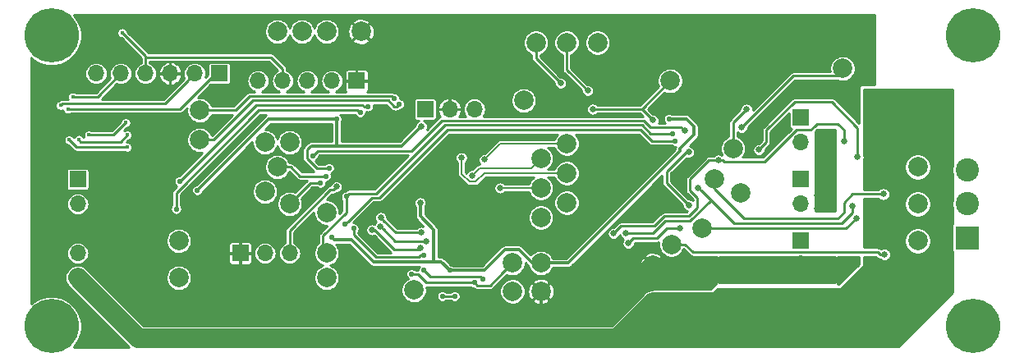
<source format=gbr>
G04 #@! TF.GenerationSoftware,KiCad,Pcbnew,5.0.0-4.fc29*
G04 #@! TF.CreationDate,2018-09-24T17:20:25+02:00*
G04 #@! TF.ProjectId,macro-motor,6D6163726F2D6D6F746F722E6B696361,rev?*
G04 #@! TF.SameCoordinates,PX916f720PY42c1d80*
G04 #@! TF.FileFunction,Copper,L2,Bot,Signal*
G04 #@! TF.FilePolarity,Positive*
%FSLAX46Y46*%
G04 Gerber Fmt 4.6, Leading zero omitted, Abs format (unit mm)*
G04 Created by KiCad (PCBNEW 5.0.0-4.fc29) date Mon Sep 24 17:20:25 2018*
%MOMM*%
%LPD*%
G01*
G04 APERTURE LIST*
G04 #@! TA.AperFunction,ComponentPad*
%ADD10C,5.600000*%
G04 #@! TD*
G04 #@! TA.AperFunction,ComponentPad*
%ADD11R,1.700000X1.700000*%
G04 #@! TD*
G04 #@! TA.AperFunction,ComponentPad*
%ADD12O,1.700000X1.700000*%
G04 #@! TD*
G04 #@! TA.AperFunction,ComponentPad*
%ADD13R,1.600000X1.600000*%
G04 #@! TD*
G04 #@! TA.AperFunction,ComponentPad*
%ADD14C,1.600000*%
G04 #@! TD*
G04 #@! TA.AperFunction,Conductor*
%ADD15C,0.100000*%
G04 #@! TD*
G04 #@! TA.AperFunction,SMDPad,CuDef*
%ADD16C,0.875000*%
G04 #@! TD*
G04 #@! TA.AperFunction,ComponentPad*
%ADD17C,2.000000*%
G04 #@! TD*
G04 #@! TA.AperFunction,ComponentPad*
%ADD18R,2.400000X2.400000*%
G04 #@! TD*
G04 #@! TA.AperFunction,ComponentPad*
%ADD19C,2.400000*%
G04 #@! TD*
G04 #@! TA.AperFunction,ViaPad*
%ADD20C,0.550000*%
G04 #@! TD*
G04 #@! TA.AperFunction,ViaPad*
%ADD21C,0.650000*%
G04 #@! TD*
G04 #@! TA.AperFunction,ViaPad*
%ADD22C,0.450000*%
G04 #@! TD*
G04 #@! TA.AperFunction,Conductor*
%ADD23C,2.000000*%
G04 #@! TD*
G04 #@! TA.AperFunction,Conductor*
%ADD24C,0.250000*%
G04 #@! TD*
G04 #@! TA.AperFunction,Conductor*
%ADD25C,0.350000*%
G04 #@! TD*
G04 #@! TA.AperFunction,Conductor*
%ADD26C,0.200000*%
G04 #@! TD*
G04 APERTURE END LIST*
D10*
G04 #@! TO.P,REF\002A\002A,1*
G04 #@! TO.N,N/C*
X-47500000Y15000000D03*
G04 #@! TD*
G04 #@! TO.P,REF\002A\002A,1*
G04 #@! TO.N,N/C*
X-47500000Y-15000000D03*
G04 #@! TD*
G04 #@! TO.P,REF\002A\002A,1*
G04 #@! TO.N,N/C*
X47500000Y-15000000D03*
G04 #@! TD*
D11*
G04 #@! TO.P,J604,1*
G04 #@! TO.N,GND*
X-28040000Y-7470000D03*
D12*
G04 #@! TO.P,J604,2*
G04 #@! TO.N,N/C*
X-25500000Y-7470000D03*
G04 #@! TO.P,J604,3*
G04 #@! TO.N,/Microcontroller/TX*
X-22960000Y-7470000D03*
G04 #@! TD*
D13*
G04 #@! TO.P,C301,1*
G04 #@! TO.N,+24V*
X22125000Y-12550000D03*
D14*
G04 #@! TO.P,C301,2*
G04 #@! TO.N,GND*
X22125000Y-9050000D03*
G04 #@! TD*
D15*
G04 #@! TO.N,GND*
G04 #@! TO.C,C302*
G36*
X32943691Y-9548053D02*
X32964926Y-9551203D01*
X32985750Y-9556419D01*
X33005962Y-9563651D01*
X33025368Y-9572830D01*
X33043781Y-9583866D01*
X33061024Y-9596654D01*
X33076930Y-9611070D01*
X33091346Y-9626976D01*
X33104134Y-9644219D01*
X33115170Y-9662632D01*
X33124349Y-9682038D01*
X33131581Y-9702250D01*
X33136797Y-9723074D01*
X33139947Y-9744309D01*
X33141000Y-9765750D01*
X33141000Y-10203250D01*
X33139947Y-10224691D01*
X33136797Y-10245926D01*
X33131581Y-10266750D01*
X33124349Y-10286962D01*
X33115170Y-10306368D01*
X33104134Y-10324781D01*
X33091346Y-10342024D01*
X33076930Y-10357930D01*
X33061024Y-10372346D01*
X33043781Y-10385134D01*
X33025368Y-10396170D01*
X33005962Y-10405349D01*
X32985750Y-10412581D01*
X32964926Y-10417797D01*
X32943691Y-10420947D01*
X32922250Y-10422000D01*
X32409750Y-10422000D01*
X32388309Y-10420947D01*
X32367074Y-10417797D01*
X32346250Y-10412581D01*
X32326038Y-10405349D01*
X32306632Y-10396170D01*
X32288219Y-10385134D01*
X32270976Y-10372346D01*
X32255070Y-10357930D01*
X32240654Y-10342024D01*
X32227866Y-10324781D01*
X32216830Y-10306368D01*
X32207651Y-10286962D01*
X32200419Y-10266750D01*
X32195203Y-10245926D01*
X32192053Y-10224691D01*
X32191000Y-10203250D01*
X32191000Y-9765750D01*
X32192053Y-9744309D01*
X32195203Y-9723074D01*
X32200419Y-9702250D01*
X32207651Y-9682038D01*
X32216830Y-9662632D01*
X32227866Y-9644219D01*
X32240654Y-9626976D01*
X32255070Y-9611070D01*
X32270976Y-9596654D01*
X32288219Y-9583866D01*
X32306632Y-9572830D01*
X32326038Y-9563651D01*
X32346250Y-9556419D01*
X32367074Y-9551203D01*
X32388309Y-9548053D01*
X32409750Y-9547000D01*
X32922250Y-9547000D01*
X32943691Y-9548053D01*
X32943691Y-9548053D01*
G37*
D16*
G04 #@! TD*
G04 #@! TO.P,C302,2*
G04 #@! TO.N,GND*
X32666000Y-9984500D03*
D15*
G04 #@! TO.N,+24V*
G04 #@! TO.C,C302*
G36*
X32943691Y-11123053D02*
X32964926Y-11126203D01*
X32985750Y-11131419D01*
X33005962Y-11138651D01*
X33025368Y-11147830D01*
X33043781Y-11158866D01*
X33061024Y-11171654D01*
X33076930Y-11186070D01*
X33091346Y-11201976D01*
X33104134Y-11219219D01*
X33115170Y-11237632D01*
X33124349Y-11257038D01*
X33131581Y-11277250D01*
X33136797Y-11298074D01*
X33139947Y-11319309D01*
X33141000Y-11340750D01*
X33141000Y-11778250D01*
X33139947Y-11799691D01*
X33136797Y-11820926D01*
X33131581Y-11841750D01*
X33124349Y-11861962D01*
X33115170Y-11881368D01*
X33104134Y-11899781D01*
X33091346Y-11917024D01*
X33076930Y-11932930D01*
X33061024Y-11947346D01*
X33043781Y-11960134D01*
X33025368Y-11971170D01*
X33005962Y-11980349D01*
X32985750Y-11987581D01*
X32964926Y-11992797D01*
X32943691Y-11995947D01*
X32922250Y-11997000D01*
X32409750Y-11997000D01*
X32388309Y-11995947D01*
X32367074Y-11992797D01*
X32346250Y-11987581D01*
X32326038Y-11980349D01*
X32306632Y-11971170D01*
X32288219Y-11960134D01*
X32270976Y-11947346D01*
X32255070Y-11932930D01*
X32240654Y-11917024D01*
X32227866Y-11899781D01*
X32216830Y-11881368D01*
X32207651Y-11861962D01*
X32200419Y-11841750D01*
X32195203Y-11820926D01*
X32192053Y-11799691D01*
X32191000Y-11778250D01*
X32191000Y-11340750D01*
X32192053Y-11319309D01*
X32195203Y-11298074D01*
X32200419Y-11277250D01*
X32207651Y-11257038D01*
X32216830Y-11237632D01*
X32227866Y-11219219D01*
X32240654Y-11201976D01*
X32255070Y-11186070D01*
X32270976Y-11171654D01*
X32288219Y-11158866D01*
X32306632Y-11147830D01*
X32326038Y-11138651D01*
X32346250Y-11131419D01*
X32367074Y-11126203D01*
X32388309Y-11123053D01*
X32409750Y-11122000D01*
X32922250Y-11122000D01*
X32943691Y-11123053D01*
X32943691Y-11123053D01*
G37*
D16*
G04 #@! TD*
G04 #@! TO.P,C302,1*
G04 #@! TO.N,+24V*
X32666000Y-11559500D03*
D11*
G04 #@! TO.P,J101,1*
G04 #@! TO.N,/CAN/CAN_L*
X-44804000Y150000D03*
D12*
G04 #@! TO.P,J101,2*
G04 #@! TO.N,/CAN/CAN_H*
X-44804000Y-2390000D03*
G04 #@! TO.P,J101,3*
G04 #@! TO.N,GND*
X-44804000Y-4930000D03*
G04 #@! TO.P,J101,4*
G04 #@! TO.N,+6V*
X-44804000Y-7470000D03*
G04 #@! TO.P,J101,5*
G04 #@! TO.N,+24V*
X-44804000Y-10010000D03*
G04 #@! TD*
D17*
G04 #@! TO.P,J102,1*
G04 #@! TO.N,+3V3*
X-34390000Y-10010000D03*
G04 #@! TD*
G04 #@! TO.P,J103,1*
G04 #@! TO.N,+5V*
X-34390000Y-6200000D03*
G04 #@! TD*
G04 #@! TO.P,J104,1*
G04 #@! TO.N,GND*
X-15594000Y15390000D03*
G04 #@! TD*
G04 #@! TO.P,J105,1*
G04 #@! TO.N,/Microcontroller/Gpio*
X-10133000Y-11280000D03*
G04 #@! TD*
G04 #@! TO.P,J106,1*
G04 #@! TO.N,/Microcontroller/HallU*
X-19150000Y15390000D03*
G04 #@! TD*
G04 #@! TO.P,J107,1*
G04 #@! TO.N,/Microcontroller/HallV*
X-21690000Y15390000D03*
G04 #@! TD*
G04 #@! TO.P,J108,1*
G04 #@! TO.N,/Microcontroller/HallW*
X-24230000Y15390000D03*
G04 #@! TD*
D18*
G04 #@! TO.P,J109,1*
G04 #@! TO.N,/Motor_Driver/OUT_U*
X46890000Y-5890000D03*
D19*
G04 #@! TO.P,J109,2*
G04 #@! TO.N,/Motor_Driver/OUT_V*
X46890000Y-2390000D03*
G04 #@! TO.P,J109,3*
G04 #@! TO.N,/Motor_Driver/OUT_W*
X46890000Y1110000D03*
G04 #@! TD*
D17*
G04 #@! TO.P,J202,1*
G04 #@! TO.N,/Encoder/B*
X-32231000Y7262000D03*
G04 #@! TD*
G04 #@! TO.P,J203,1*
G04 #@! TO.N,/Encoder/A*
X-32231000Y4214000D03*
G04 #@! TD*
D11*
G04 #@! TO.P,J301,1*
G04 #@! TO.N,Net-(J301-Pad1)*
X29745000Y6500000D03*
D12*
G04 #@! TO.P,J301,2*
G04 #@! TO.N,Net-(J301-Pad2)*
X29745000Y3960000D03*
G04 #@! TD*
D11*
G04 #@! TO.P,J302,1*
G04 #@! TO.N,Net-(J302-Pad1)*
X29745000Y150000D03*
D12*
G04 #@! TO.P,J302,2*
G04 #@! TO.N,Net-(J301-Pad2)*
X29745000Y-2390000D03*
G04 #@! TD*
G04 #@! TO.P,J303,2*
G04 #@! TO.N,GND*
X29745000Y-8740000D03*
D11*
G04 #@! TO.P,J303,1*
G04 #@! TO.N,Net-(J301-Pad2)*
X29745000Y-6200000D03*
G04 #@! TD*
D17*
G04 #@! TO.P,J501,1*
G04 #@! TO.N,/Microcontroller/I2C_SCL*
X27000Y-8486000D03*
G04 #@! TD*
G04 #@! TO.P,J502,1*
G04 #@! TO.N,/Microcontroller/I2C_SDA*
X27000Y-11407000D03*
G04 #@! TD*
G04 #@! TO.P,J503,1*
G04 #@! TO.N,+3V3*
X2948000Y-8486000D03*
G04 #@! TD*
G04 #@! TO.P,J504,1*
G04 #@! TO.N,GND*
X2948000Y-11407000D03*
G04 #@! TD*
D11*
G04 #@! TO.P,J601,1*
G04 #@! TO.N,/Microcontroller/SWCLK*
X-8990000Y7389000D03*
D12*
G04 #@! TO.P,J601,2*
G04 #@! TO.N,GND*
X-6450000Y7389000D03*
G04 #@! TO.P,J601,3*
G04 #@! TO.N,/Microcontroller/SWDIO*
X-3910000Y7389000D03*
G04 #@! TD*
D17*
G04 #@! TO.P,J605,1*
G04 #@! TO.N,/Microcontroller/OP_INM*
X-22960000Y-2390000D03*
G04 #@! TD*
G04 #@! TO.P,J606,1*
G04 #@! TO.N,/Microcontroller/OP_OUT*
X-19150000Y-3279000D03*
G04 #@! TD*
G04 #@! TO.P,J607,1*
G04 #@! TO.N,/Microcontroller/PA0*
X-24230000Y1420000D03*
G04 #@! TD*
G04 #@! TO.P,J608,1*
G04 #@! TO.N,/Microcontroller/PH1*
X-22960000Y3960000D03*
G04 #@! TD*
G04 #@! TO.P,J609,1*
G04 #@! TO.N,/Microcontroller/PH0*
X-25500000Y3960000D03*
G04 #@! TD*
G04 #@! TO.P,TP303,1*
G04 #@! TO.N,/Motor_Driver/IN_U_P*
X5615000Y3833000D03*
G04 #@! TD*
G04 #@! TO.P,TP304,1*
G04 #@! TO.N,/Motor_Driver/IN_U_N*
X2948000Y2309000D03*
G04 #@! TD*
G04 #@! TO.P,TP305,1*
G04 #@! TO.N,/Motor_Driver/IN_V_P*
X5615000Y785000D03*
G04 #@! TD*
G04 #@! TO.P,TP306,1*
G04 #@! TO.N,/Motor_Driver/IN_V_N*
X2948000Y-739000D03*
G04 #@! TD*
G04 #@! TO.P,TP307,1*
G04 #@! TO.N,/Motor_Driver/IN_W_P*
X5615000Y-2263000D03*
G04 #@! TD*
G04 #@! TO.P,TP308,1*
G04 #@! TO.N,/Motor_Driver/IN_W_N*
X2948000Y-3787000D03*
G04 #@! TD*
G04 #@! TO.P,TP309,1*
G04 #@! TO.N,/Microcontroller/MOSI*
X5615000Y14247000D03*
G04 #@! TD*
G04 #@! TO.P,TP310,1*
G04 #@! TO.N,/Microcontroller/MISO*
X8790000Y14247000D03*
G04 #@! TD*
G04 #@! TO.P,TP311,1*
G04 #@! TO.N,/Microcontroller/SCK*
X2440000Y14247000D03*
G04 #@! TD*
G04 #@! TO.P,TP312,1*
G04 #@! TO.N,/Microcontroller/CS*
X1170000Y8278000D03*
G04 #@! TD*
G04 #@! TO.P,TP313,1*
G04 #@! TO.N,/Microcontroller/CurrentW*
X-25500000Y-1120000D03*
G04 #@! TD*
G04 #@! TO.P,TP314,1*
G04 #@! TO.N,/Microcontroller/CurrentV*
X-19150000Y-10010000D03*
G04 #@! TD*
G04 #@! TO.P,TP315,1*
G04 #@! TO.N,/Microcontroller/CurrentU*
X-19150000Y-7470000D03*
G04 #@! TD*
G04 #@! TO.P,TP316,1*
G04 #@! TO.N,/Motor_Driver/GH_U*
X16410000Y-6581000D03*
G04 #@! TD*
G04 #@! TO.P,TP317,1*
G04 #@! TO.N,/Motor_Driver/GL_U*
X19585000Y-4930000D03*
G04 #@! TD*
G04 #@! TO.P,TP318,1*
G04 #@! TO.N,/Motor_Driver/GH_W*
X22760000Y3325000D03*
G04 #@! TD*
G04 #@! TO.P,TP319,1*
G04 #@! TO.N,/Motor_Driver/GL_W*
X34063000Y11580000D03*
G04 #@! TD*
G04 #@! TO.P,TP320,1*
G04 #@! TO.N,/Motor_Driver/GH_V*
X20855000Y150000D03*
G04 #@! TD*
G04 #@! TO.P,TP321,1*
G04 #@! TO.N,/Motor_Driver/GL_V*
X23522000Y-1247000D03*
G04 #@! TD*
G04 #@! TO.P,TP322,1*
G04 #@! TO.N,/Motor_Driver/OUT_W*
X41810000Y1420000D03*
G04 #@! TD*
G04 #@! TO.P,TP323,1*
G04 #@! TO.N,/Motor_Driver/OUT_V*
X41810000Y-2390000D03*
G04 #@! TD*
G04 #@! TO.P,TP324,1*
G04 #@! TO.N,/Motor_Driver/OUT_U*
X41810000Y-6200000D03*
G04 #@! TD*
D11*
G04 #@! TO.P,J110,1*
G04 #@! TO.N,GND*
X-16054999Y10310000D03*
D12*
G04 #@! TO.P,J110,2*
G04 #@! TO.N,/Microcontroller/HallU*
X-18594999Y10310000D03*
G04 #@! TO.P,J110,3*
G04 #@! TO.N,/Microcontroller/HallV*
X-21134999Y10310000D03*
G04 #@! TO.P,J110,4*
G04 #@! TO.N,+5V*
X-23674999Y10310000D03*
G04 #@! TO.P,J110,5*
G04 #@! TO.N,/Microcontroller/HallW*
X-26214999Y10310000D03*
G04 #@! TD*
D11*
G04 #@! TO.P,J204,1*
G04 #@! TO.N,Net-(J204-Pad1)*
X-30199000Y11072000D03*
D12*
G04 #@! TO.P,J204,2*
G04 #@! TO.N,Net-(J204-Pad2)*
X-32739000Y11072000D03*
G04 #@! TO.P,J204,3*
G04 #@! TO.N,GND*
X-35279000Y11072000D03*
G04 #@! TO.P,J204,4*
G04 #@! TO.N,+5V*
X-37819000Y11072000D03*
G04 #@! TO.P,J204,5*
G04 #@! TO.N,Net-(J204-Pad5)*
X-40359000Y11072000D03*
G04 #@! TO.P,J204,6*
G04 #@! TO.N,Net-(J204-Pad6)*
X-42899000Y11072000D03*
G04 #@! TD*
D17*
G04 #@! TO.P,TP301,1*
G04 #@! TO.N,+24V*
X14505000Y-12550000D03*
G04 #@! TD*
G04 #@! TO.P,TP302,1*
G04 #@! TO.N,GND*
X14505000Y-8740000D03*
G04 #@! TD*
G04 #@! TO.P,J111,1*
G04 #@! TO.N,/Microcontroller/Fault*
X16283000Y10310000D03*
G04 #@! TD*
D10*
G04 #@! TO.P,REF\002A\002A,1*
G04 #@! TO.N,N/C*
X47500000Y15000000D03*
G04 #@! TD*
D20*
G04 #@! TO.N,GND*
X14124000Y-1755000D03*
X16537000Y658000D03*
X16537000Y23000D03*
X32920000Y-8740000D03*
X32158000Y-8740000D03*
X15013000Y-1501000D03*
X14251000Y1674000D03*
X12727000Y277000D03*
X-12800000Y1547000D03*
X-14070000Y1547000D03*
X-12800000Y4849000D03*
X-14197000Y4849000D03*
D21*
X-15721000Y-4168000D03*
X17299000Y-2775002D03*
D20*
X-36930000Y13993000D03*
X-31850000Y13739000D03*
X-36168000Y-8486000D03*
X-37184000Y-7724000D03*
X-36295000Y-5438000D03*
X-37184000Y-4676000D03*
X-33374000Y-2263000D03*
X-25324999Y-11385001D03*
X-41883000Y2436000D03*
X-46455000Y2436000D03*
X-10514000Y-2533000D03*
X-15721000Y4849000D03*
X-15467000Y1547000D03*
X13997000Y-6581000D03*
X-5942000Y-14049979D03*
X-4672000Y-11280000D03*
X-3402000Y-8486000D03*
X-4545000Y-8486000D03*
X-7212000Y-14049979D03*
X-8355000Y-12677000D03*
X-13943000Y-10772000D03*
X-13689000Y-14049979D03*
X-20039000Y-14049979D03*
X-27786000Y-14049979D03*
X-36192021Y-14049979D03*
X-39597000Y-10645000D03*
X-41756000Y-8486000D03*
X-42391000Y-4295000D03*
X-48106000Y-9629000D03*
X-48106000Y-4422000D03*
X-48106000Y785000D03*
X-48106000Y5738000D03*
X-48106000Y10818000D03*
X-9879000Y-4168000D03*
X-5307000Y-1628000D03*
X-227000Y-2771000D03*
X-4799000Y-4549000D03*
X6631000Y-4803000D03*
X10568000Y-2390000D03*
X12092000Y-7470000D03*
X9298000Y-8994000D03*
X6123000Y-12423000D03*
X4472000Y-7597000D03*
X5488000Y-7597000D03*
X4853000Y-9502000D03*
X10187000Y-13058000D03*
X7647000Y-14049979D03*
X4091000Y-14049979D03*
X-608000Y-14049979D03*
X36500000Y16000000D03*
X30500000Y16000000D03*
X24500000Y16000000D03*
X18500000Y16000000D03*
X12500000Y16000000D03*
X6500000Y16000000D03*
X500000Y16000000D03*
X-5500000Y16000000D03*
X-11500000Y16000000D03*
X-14500000Y13000000D03*
X-8500000Y13000000D03*
X-1500000Y13000000D03*
X12500000Y11000000D03*
X19500000Y4000000D03*
X20500000Y5000000D03*
X21500000Y6000000D03*
X19500000Y6000000D03*
X24500000Y11000000D03*
X19500000Y11000000D03*
X27500000Y13000000D03*
X-1624000Y7135000D03*
X-1624000Y8913000D03*
X-10768000Y7262000D03*
X-10895000Y9040000D03*
X-8482000Y5992000D03*
X19331000Y-9050000D03*
X19458000Y-10518000D03*
X17172000Y-9050000D03*
X17172000Y-10518000D03*
X31523000Y-10137000D03*
X31523000Y-9375000D03*
X-31342000Y-2644000D03*
X-34771000Y-4168000D03*
X-33628000Y-7851000D03*
X-28548000Y-3406000D03*
X-31215000Y-7216000D03*
X-24738000Y-3787000D03*
X-27659000Y-612000D03*
X-30072000Y23000D03*
X-27151000Y2817000D03*
X-33120000Y2309000D03*
X-34009000Y3452000D03*
X-30580000Y6119000D03*
X-31215000Y8913000D03*
X-29183000Y8405000D03*
X-27405000Y11834000D03*
X-36549000Y9421000D03*
X-39470000Y9294000D03*
X-43026000Y9548000D03*
X-43661000Y6627000D03*
X-37819000Y404000D03*
X-41248000Y-358000D03*
X-38708000Y6627000D03*
X-38581000Y4087000D03*
X-37184000Y2563000D03*
X-37184000Y6500000D03*
X-33882000Y6754000D03*
X-38962000Y-2771000D03*
X-21309000Y-4676000D03*
X-16864000Y-6962000D03*
X-13181000Y-7216000D03*
X-4545000Y-14049979D03*
X9044000Y1801000D03*
X7393000Y3325000D03*
X10187000Y3579000D03*
X8790000Y4087000D03*
X-4545000Y4595000D03*
X-3021000Y4595000D03*
X-1624000Y4595000D03*
D21*
G04 #@! TO.N,+3V3*
X-9371000Y5611000D03*
X-9498000Y-2263000D03*
D20*
X-18896000Y1293000D03*
X-18134004Y6373000D03*
X-32485000Y-993000D03*
X-18642000Y-5819000D03*
X-6450000Y-9248000D03*
X16156000Y6373000D03*
X-7212000Y-11915000D03*
X-5942000Y-11915000D03*
D22*
G04 #@! TO.N,+5V*
X-40232000Y15263000D03*
D21*
G04 #@! TO.N,+24V*
X37365000Y-3660000D03*
X38254000Y-3660000D03*
X36476000Y-3660000D03*
X39016000Y-6581000D03*
X39016000Y-5819000D03*
X39016000Y-5057000D03*
X39016000Y-4295000D03*
X36476000Y2563000D03*
X37365000Y2563000D03*
X38254000Y2563000D03*
X39016000Y2817000D03*
X39016000Y2055000D03*
X39016000Y1293000D03*
X39016000Y531000D03*
X39016000Y-231000D03*
X36476000Y8913000D03*
X37365000Y8913000D03*
X38254000Y8913000D03*
X39016000Y9167000D03*
X39016000Y8405000D03*
X39016000Y7643000D03*
X39016000Y6881000D03*
X39016000Y6119000D03*
G04 #@! TO.N,/Motor_Driver/OUT_U*
X11965000Y-6454000D03*
X17299000Y-4930000D03*
G04 #@! TO.N,/Motor_Driver/OUT_V*
X35079000Y-2644000D03*
X19176014Y-700021D03*
X11711000Y-5438000D03*
G04 #@! TO.N,/Motor_Driver/OUT_W*
X21236000Y2125011D03*
X34190000Y4087000D03*
X10441000Y-5438000D03*
D20*
G04 #@! TO.N,/Encoder/A*
X-11657000Y7897000D03*
G04 #@! TO.N,/Encoder/B*
X-12144066Y8470610D03*
D21*
G04 #@! TO.N,Net-(J301-Pad2)*
X31523000Y4976000D03*
X33047000Y4976000D03*
X31523000Y3452000D03*
X33047000Y3452000D03*
X32285000Y3452000D03*
X32285000Y2690000D03*
X32285000Y4976000D03*
X31523000Y2690000D03*
X31396000Y-1501000D03*
X32158000Y-1501000D03*
X32920000Y-1501000D03*
X32920000Y-2898000D03*
X32158000Y-2898000D03*
X31396000Y-2898000D03*
X18188000Y2944000D03*
X18188000Y-2517000D03*
D20*
G04 #@! TO.N,/Microcontroller/I2C_SCL*
X-3910000Y-10518000D03*
X-10387000Y-9629000D03*
G04 #@! TO.N,/Microcontroller/I2C_SDA*
X-9117000Y-9248000D03*
X-3021000Y-10137000D03*
D21*
G04 #@! TO.N,/Microcontroller/TX*
X-18134000Y-612000D03*
D20*
G04 #@! TO.N,/Microcontroller/OP_INM*
X-19785000Y-231000D03*
D21*
G04 #@! TO.N,/Motor_Driver/GL_W*
X23649000Y5484000D03*
G04 #@! TO.N,/Motor_Driver/GH_W*
X24157000Y7389000D03*
G04 #@! TO.N,/Motor_Driver/GH_V*
X38254000Y-1374000D03*
G04 #@! TO.N,/Motor_Driver/GL_V*
X35596594Y2452277D03*
X25427000Y3198000D03*
G04 #@! TO.N,/Motor_Driver/GH_U*
X38381000Y-7597000D03*
G04 #@! TO.N,/Motor_Driver/GL_U*
X35480011Y-3846886D03*
G04 #@! TO.N,/Microcontroller/BemfW*
X-13562000Y-3787000D03*
X-9371000Y-5311000D03*
G04 #@! TO.N,/Microcontroller/BemfV*
X-8862244Y-6204070D03*
X-13577127Y-4691127D03*
G04 #@! TO.N,/Microcontroller/BemfU*
X-14451000Y-5057000D03*
X-9498000Y-6962000D03*
D20*
G04 #@! TO.N,Net-(R603-Pad1)*
X-16356000Y-4930000D03*
X-9117000Y-7708990D03*
G04 #@! TO.N,/Microcontroller/CurrentU*
X16537000Y4849000D03*
X-17118000Y-1628000D03*
G04 #@! TO.N,/Microcontroller/CurrentV*
X16791000Y4087000D03*
X-17226476Y-4496096D03*
G04 #@! TO.N,/Microcontroller/CurrentW*
X-20581990Y2563000D03*
D21*
X17787793Y5146117D03*
G04 #@! TO.N,/Motor_Driver/IN_U_P*
X-2894008Y2182000D03*
G04 #@! TO.N,/Motor_Driver/IN_U_N*
X-4157784Y521010D03*
G04 #@! TO.N,/Motor_Driver/IN_V_P*
X-5245044Y2374052D03*
G04 #@! TO.N,/Motor_Driver/IN_V_N*
X-1243006Y-739000D03*
G04 #@! TO.N,/Microcontroller/MOSI*
X7774000Y9294000D03*
G04 #@! TO.N,/Microcontroller/SCK*
X4980000Y10056000D03*
G04 #@! TO.N,/Microcontroller/Fault*
X8282000Y7389000D03*
X14505000Y6246000D03*
D20*
G04 #@! TO.N,/CAN/CAN_TX*
X-34650945Y-2907341D03*
X-15675693Y7067857D03*
G04 #@! TO.N,/CAN/CAN_RX*
X-14883014Y7677990D03*
X-34306272Y-60728D03*
D22*
G04 #@! TO.N,Net-(J204-Pad1)*
X-45820000Y7389008D03*
G04 #@! TO.N,Net-(J204-Pad2)*
X-46582000Y7770000D03*
G04 #@! TO.N,Net-(J204-Pad5)*
X-45319998Y8666998D03*
D20*
G04 #@! TO.N,/Microcontroller/PA0*
X-19228627Y482627D03*
D22*
G04 #@! TO.N,Net-(C203-Pad2)*
X-43661000Y4722000D03*
X-39851000Y5992000D03*
G04 #@! TO.N,Net-(C204-Pad2)*
X-39724000Y4722000D03*
X-44710724Y4263829D03*
G04 #@! TO.N,Net-(C202-Pad2)*
X-45693000Y4214000D03*
X-39724000Y3452000D03*
G04 #@! TD*
D23*
G04 #@! TO.N,GND*
X9195021Y-14049979D02*
X10187000Y-13058000D01*
X-42391000Y-7851000D02*
X-41756000Y-8486000D01*
X-42391000Y-6962000D02*
X-42391000Y-7851000D01*
X-44804000Y-4930000D02*
X-44423000Y-4930000D01*
X-44423000Y-4930000D02*
X-42391000Y-6962000D01*
X14815000Y-9050000D02*
X14505000Y-8740000D01*
X22125000Y-9050000D02*
X19331000Y-9050000D01*
X29435000Y-9050000D02*
X29745000Y-8740000D01*
X22125000Y-9050000D02*
X29435000Y-9050000D01*
D24*
X-36930000Y13993000D02*
X-32104000Y13993000D01*
X-32104000Y13993000D02*
X-31850000Y13739000D01*
D25*
X-16102000Y1039000D02*
X-16102000Y1039000D01*
D23*
X-36192021Y-14049979D02*
X-27786000Y-14049979D01*
D25*
X-25324999Y-13970980D02*
X-25246000Y-14049979D01*
X-25324999Y-11385001D02*
X-25324999Y-13970980D01*
X2948000Y-12821213D02*
X2948000Y-14049979D01*
X2948000Y-11407000D02*
X2948000Y-12821213D01*
D23*
X2948000Y-14049979D02*
X4091000Y-14049979D01*
D25*
X-22834124Y-4295000D02*
X-16992124Y1547000D01*
X-16992124Y1547000D02*
X-15855908Y1547000D01*
X-15855908Y1547000D02*
X-15467000Y1547000D01*
X-28040000Y-6270000D02*
X-26065000Y-4295000D01*
X-28040000Y-7470000D02*
X-28040000Y-6270000D01*
X-26065000Y-4295000D02*
X-22834124Y-4295000D01*
D23*
X-5942000Y-14049979D02*
X-608000Y-14049979D01*
D24*
X-5411988Y-13519967D02*
X-5411988Y-12781988D01*
X-5942000Y-14049979D02*
X-5411988Y-13519967D01*
X-5411988Y-12781988D02*
X-4672000Y-12042000D01*
X-4672000Y-12042000D02*
X-4672000Y-11280000D01*
X-3402000Y-8486000D02*
X-4545000Y-8486000D01*
D23*
X-25246000Y-14049979D02*
X-20039000Y-14049979D01*
X-7212000Y-14049979D02*
X-5942000Y-14049979D01*
X-13689000Y-14049979D02*
X-7212000Y-14049979D01*
X-20039000Y-14049979D02*
X-13689000Y-14049979D01*
X-27786000Y-14049979D02*
X-25246000Y-14049979D01*
X-36192021Y-14049979D02*
X-36192021Y-14049979D01*
X-39597000Y-10645000D02*
X-36192021Y-14049979D01*
X-41756000Y-8486000D02*
X-39597000Y-10645000D01*
X10187000Y-13058000D02*
X14505000Y-8740000D01*
X7647000Y-14049979D02*
X9195021Y-14049979D01*
X4091000Y-14049979D02*
X7647000Y-14049979D01*
X-608000Y-14049979D02*
X2948000Y-14049979D01*
X19331000Y-9050000D02*
X17172000Y-9050000D01*
X17172000Y-9050000D02*
X14815000Y-9050000D01*
D26*
G04 #@! TO.N,+3V3*
X-9371000Y-2136000D02*
X-9498000Y-2263000D01*
D25*
X-18134004Y6373000D02*
X-25119000Y6373000D01*
X-25119000Y6373000D02*
X-32485000Y-993000D01*
X-7339000Y-8359000D02*
X-6450000Y-9248000D01*
X-16589001Y-6093999D02*
X-14324000Y-8359000D01*
X-18367001Y-6093999D02*
X-16589001Y-6093999D01*
X-18642000Y-5819000D02*
X-18367001Y-6093999D01*
X-9498000Y-2263000D02*
X-9498000Y-3660000D01*
X-8101000Y-5057000D02*
X-8101000Y-8359000D01*
X-9498000Y-3660000D02*
X-8101000Y-5057000D01*
X-14324000Y-8359000D02*
X-8101000Y-8359000D01*
X-8101000Y-8359000D02*
X-7339000Y-8359000D01*
X-18134004Y6373000D02*
X-18134004Y3579004D01*
X-18134004Y3579004D02*
X-18134000Y3579000D01*
X-11403000Y3579000D02*
X-9371000Y5611000D01*
X-18134000Y3579000D02*
X-11403000Y3579000D01*
X-18134004Y3579004D02*
X-20673996Y3579004D01*
D24*
X-20166000Y1293000D02*
X-18896000Y1293000D01*
X-21182000Y2309000D02*
X-20166000Y1293000D01*
X-21182000Y3198000D02*
X-21182000Y2309000D01*
X-20673996Y3579004D02*
X-20800996Y3579004D01*
X-20800996Y3579004D02*
X-21182000Y3198000D01*
X-7212000Y-11915000D02*
X-5942000Y-11915000D01*
D25*
X17934000Y6373000D02*
X16156000Y6373000D01*
X2948000Y-8486000D02*
X5742000Y-8486000D01*
X5742000Y-8486000D02*
X17299000Y3071000D01*
X17299000Y3071000D02*
X17299000Y3325000D01*
X17299000Y3325000D02*
X18696000Y4722000D01*
X18696000Y4722000D02*
X18696000Y5611000D01*
X18696000Y5611000D02*
X17934000Y6373000D01*
X2821000Y-8359000D02*
X2948000Y-8486000D01*
X1932000Y-8359000D02*
X2821000Y-8359000D01*
X683999Y-7110999D02*
X1932000Y-8359000D01*
X-756999Y-7110999D02*
X683999Y-7110999D01*
X-6450000Y-9248000D02*
X-2894000Y-9248000D01*
X-2894000Y-9248000D02*
X-756999Y-7110999D01*
D24*
G04 #@! TO.N,+5V*
X-37819000Y11072000D02*
X-37819000Y12850000D01*
X-37819000Y12850000D02*
X-40232000Y15263000D01*
X-37819000Y12750000D02*
X-37819000Y11072000D01*
X-23674999Y10310000D02*
X-23674999Y11512081D01*
X-24912918Y12750000D02*
X-37819000Y12750000D01*
X-23674999Y11512081D02*
X-24912918Y12750000D01*
D23*
G04 #@! TO.N,+24V*
X14505000Y-12550000D02*
X22125000Y-12550000D01*
X-44804000Y-10010000D02*
X-38564010Y-16249990D01*
X10805010Y-16249990D02*
X13505001Y-13549999D01*
X-38564010Y-16249990D02*
X10805010Y-16249990D01*
X13505001Y-13549999D02*
X14505000Y-12550000D01*
D24*
G04 #@! TO.N,/Motor_Driver/OUT_U*
X14886000Y-5946000D02*
X15902000Y-4930000D01*
X15902000Y-4930000D02*
X17299000Y-4930000D01*
X11965000Y-6454000D02*
X12473000Y-5946000D01*
X12473000Y-5946000D02*
X14886000Y-5946000D01*
G04 #@! TO.N,/Motor_Driver/OUT_V*
X19501013Y-1025020D02*
X19176014Y-700021D01*
X33942895Y-4422000D02*
X22897993Y-4422000D01*
X35079000Y-3285895D02*
X33942895Y-4422000D01*
X35079000Y-2644000D02*
X35079000Y-3285895D01*
X22897993Y-4422000D02*
X20484993Y-2009000D01*
X20484993Y-2009000D02*
X19501013Y-1025020D01*
X18325993Y-4168000D02*
X20484993Y-2009000D01*
X11711000Y-5438000D02*
X14506410Y-5438000D01*
X15776410Y-4168000D02*
X18325993Y-4168000D01*
X14506410Y-5438000D02*
X15776410Y-4168000D01*
G04 #@! TO.N,/Motor_Driver/OUT_W*
X26045997Y1999999D02*
X29275998Y5230000D01*
X21820631Y1999999D02*
X26045997Y1999999D01*
X21236000Y2125011D02*
X21695619Y2125011D01*
X21695619Y2125011D02*
X21820631Y1999999D01*
X30760002Y5230000D02*
X31141002Y5611000D01*
X29275998Y5230000D02*
X30760002Y5230000D01*
X31141002Y5611000D02*
X31142000Y5611000D01*
X31142000Y5611000D02*
X31396000Y5865000D01*
X31396000Y5865000D02*
X33555000Y5865000D01*
X33555000Y5865000D02*
X34190000Y5230000D01*
X34190000Y5230000D02*
X34190000Y4087000D01*
X20290011Y2125011D02*
X21236000Y2125011D01*
X18315000Y-993000D02*
X18315000Y150000D01*
X11203000Y-4676000D02*
X14632000Y-4676000D01*
X19077000Y-2771000D02*
X19077000Y-1755000D01*
X18315000Y150000D02*
X20290011Y2125011D01*
X10441000Y-5438000D02*
X11203000Y-4676000D01*
X14632000Y-4676000D02*
X15648000Y-3660000D01*
X19077000Y-1755000D02*
X18315000Y-993000D01*
X15648000Y-3660000D02*
X18188000Y-3660000D01*
X18188000Y-3660000D02*
X19077000Y-2771000D01*
G04 #@! TO.N,/Encoder/A*
X-12144001Y7622001D02*
X-12800000Y8278000D01*
X-26752787Y8278000D02*
X-30816787Y4214000D01*
X-12800000Y8278000D02*
X-26752787Y8278000D01*
X-11931999Y7622001D02*
X-12144001Y7622001D01*
X-11657000Y7897000D02*
X-11931999Y7622001D01*
X-30816787Y4214000D02*
X-32231000Y4214000D01*
G04 #@! TO.N,/Encoder/B*
X-12419065Y8745609D02*
X-12144066Y8470610D01*
X-27064391Y8745609D02*
X-12419065Y8745609D01*
X-32231000Y7262000D02*
X-28548000Y7262000D01*
X-28548000Y7262000D02*
X-27064391Y8745609D01*
G04 #@! TO.N,Net-(J301-Pad2)*
X17864991Y-2193991D02*
X18188000Y-2517000D01*
X15902000Y-231000D02*
X17864991Y-2193991D01*
X18188000Y2944000D02*
X17934000Y2944000D01*
X15902000Y912000D02*
X15902000Y-231000D01*
X17934000Y2944000D02*
X15902000Y912000D01*
G04 #@! TO.N,/Microcontroller/I2C_SCL*
X-3910000Y-10518000D02*
X-8863000Y-10518000D01*
X-8863000Y-10518000D02*
X-9752000Y-9629000D01*
X-9752000Y-9629000D02*
X-10387000Y-9629000D01*
X-972999Y-9485999D02*
X27000Y-8486000D01*
X-2279999Y-10792999D02*
X-972999Y-9485999D01*
X-3910000Y-10518000D02*
X-3635001Y-10792999D01*
X-3635001Y-10792999D02*
X-2279999Y-10792999D01*
G04 #@! TO.N,/Microcontroller/I2C_SDA*
X-9117000Y-9248000D02*
X-8482000Y-9883000D01*
X-3148000Y-10010000D02*
X-3021000Y-10137000D01*
X-3275000Y-9883000D02*
X-3148000Y-10010000D01*
X-8482000Y-9883000D02*
X-3275000Y-9883000D01*
G04 #@! TO.N,/Microcontroller/TX*
X-18458999Y-936999D02*
X-18769001Y-936999D01*
X-22960000Y-6267919D02*
X-22960000Y-7470000D01*
X-22960000Y-5127998D02*
X-22960000Y-6267919D01*
X-18769001Y-936999D02*
X-22960000Y-5127998D01*
X-18134000Y-612000D02*
X-18458999Y-936999D01*
G04 #@! TO.N,/Microcontroller/OP_INM*
X-22960000Y-2390000D02*
X-20801000Y-231000D01*
X-20801000Y-231000D02*
X-19785000Y-231000D01*
G04 #@! TO.N,/Motor_Driver/GL_W*
X33555000Y10818000D02*
X28983000Y10818000D01*
X28983000Y10818000D02*
X23649000Y5484000D01*
X34063000Y11580000D02*
X34063000Y11326000D01*
X34063000Y11326000D02*
X33555000Y10818000D01*
G04 #@! TO.N,/Motor_Driver/GH_W*
X22760000Y3325000D02*
X22760000Y4739213D01*
X22760000Y4739213D02*
X22760000Y5992000D01*
X22760000Y5992000D02*
X24157000Y7389000D01*
G04 #@! TO.N,/Motor_Driver/GH_V*
X20855000Y-866000D02*
X20855000Y150000D01*
X35079000Y-1374000D02*
X34190000Y-2263000D01*
X34190000Y-3279000D02*
X33555000Y-3914000D01*
X38254000Y-1374000D02*
X35079000Y-1374000D01*
X23903000Y-3914000D02*
X20855000Y-866000D01*
X34190000Y-2263000D02*
X34190000Y-3279000D01*
X33555000Y-3914000D02*
X23903000Y-3914000D01*
G04 #@! TO.N,/Motor_Driver/GL_V*
X35596594Y2452277D02*
X35596594Y5474406D01*
X35596594Y5474406D02*
X32920000Y8151000D01*
X29110998Y8151000D02*
X26189998Y5230000D01*
X32920000Y8151000D02*
X29110998Y8151000D01*
X26189998Y5230000D02*
X26189998Y3960998D01*
X26189998Y3960998D02*
X25427000Y3198000D01*
G04 #@! TO.N,/Motor_Driver/GH_U*
X18618214Y-7375001D02*
X17824213Y-6581000D01*
X37699382Y-7375001D02*
X18618214Y-7375001D01*
X38381000Y-7597000D02*
X37921381Y-7597000D01*
X17824213Y-6581000D02*
X16410000Y-6581000D01*
X37921381Y-7597000D02*
X37699382Y-7375001D01*
G04 #@! TO.N,/Motor_Driver/GL_U*
X34396897Y-4930000D02*
X19585000Y-4930000D01*
X35480011Y-3846886D02*
X34396897Y-4930000D01*
G04 #@! TO.N,/Microcontroller/BemfW*
X-13562000Y-3787000D02*
X-13237001Y-4111999D01*
X-13237001Y-4111999D02*
X-12038000Y-5311000D01*
X-12038000Y-5311000D02*
X-9371000Y-5311000D01*
G04 #@! TO.N,/Microcontroller/BemfV*
X-12064184Y-6204070D02*
X-13252128Y-5016126D01*
X-8862244Y-6204070D02*
X-12064184Y-6204070D01*
X-13252128Y-5016126D02*
X-13577127Y-4691127D01*
G04 #@! TO.N,/Microcontroller/BemfU*
X-9625000Y-7089000D02*
X-9498000Y-6962000D01*
X-12165000Y-7089000D02*
X-9625000Y-7089000D01*
X-14451000Y-5057000D02*
X-14197000Y-5057000D01*
X-14197000Y-5057000D02*
X-12165000Y-7089000D01*
G04 #@! TO.N,Net-(R603-Pad1)*
X-9647918Y-7851000D02*
X-9505908Y-7708990D01*
X-14070000Y-7851000D02*
X-9647918Y-7851000D01*
X-9505908Y-7708990D02*
X-9117000Y-7708990D01*
X-16356000Y-4930000D02*
X-16356000Y-5565000D01*
X-16356000Y-5565000D02*
X-14070000Y-7851000D01*
G04 #@! TO.N,/Microcontroller/CurrentU*
X-16843001Y-1353001D02*
X-17118000Y-1628000D01*
X-16794989Y-1304989D02*
X-16843001Y-1353001D01*
X-14000989Y-1304989D02*
X-16794989Y-1304989D01*
X13363410Y5738000D02*
X-6958000Y5738000D01*
X14252410Y4849000D02*
X13363410Y5738000D01*
X16537000Y4849000D02*
X14252410Y4849000D01*
X-6958000Y5738000D02*
X-14000989Y-1304989D01*
X-19531000Y-7089000D02*
X-19150000Y-7470000D01*
X-17118000Y-1628000D02*
X-17118000Y-3279000D01*
X-19531000Y-5692000D02*
X-19531000Y-7089000D01*
X-17118000Y-3279000D02*
X-19531000Y-5692000D01*
G04 #@! TO.N,/Microcontroller/CurrentV*
X-14485380Y-1755000D02*
X-16951477Y-4221097D01*
X-16951477Y-4221097D02*
X-17226476Y-4496096D01*
X13235000Y5230000D02*
X-6704000Y5230000D01*
X14378000Y4087000D02*
X13235000Y5230000D01*
X-13689000Y-1755000D02*
X-14485380Y-1755000D01*
X16791000Y4087000D02*
X14378000Y4087000D01*
X-6704000Y5230000D02*
X-13689000Y-1755000D01*
G04 #@! TO.N,/Microcontroller/CurrentW*
X17449910Y5484000D02*
X17462794Y5471116D01*
X-20073990Y3071000D02*
X-10387000Y3071000D01*
X17462794Y5471116D02*
X17787793Y5146117D01*
X-20581990Y2563000D02*
X-20073990Y3071000D01*
X14253821Y5484000D02*
X17449910Y5484000D01*
X-10387000Y3071000D02*
X-7244001Y6213999D01*
X-7244001Y6213999D02*
X13523822Y6213999D01*
X13523822Y6213999D02*
X14253821Y5484000D01*
D26*
G04 #@! TO.N,/Motor_Driver/IN_U_P*
X-2569009Y2506999D02*
X-2894008Y2182000D01*
X5615000Y3833000D02*
X-1243008Y3833000D01*
X-1243008Y3833000D02*
X-2569009Y2506999D01*
G04 #@! TO.N,/Motor_Driver/IN_U_N*
X2948000Y2309000D02*
X1932000Y1293000D01*
X-3385794Y1293000D02*
X-3832785Y846009D01*
X-3832785Y846009D02*
X-4157784Y521010D01*
X1932000Y1293000D02*
X-3385794Y1293000D01*
G04 #@! TO.N,/Motor_Driver/IN_V_P*
X-2894000Y785000D02*
X5615000Y785000D01*
X-3783000Y-104000D02*
X-2894000Y785000D01*
X-5245044Y2374052D02*
X-5245044Y723044D01*
X-4418000Y-104000D02*
X-3783000Y-104000D01*
X-5245044Y723044D02*
X-4418000Y-104000D01*
G04 #@! TO.N,/Motor_Driver/IN_V_N*
X2948000Y-739000D02*
X-1243006Y-739000D01*
D24*
G04 #@! TO.N,/Microcontroller/MOSI*
X5615000Y11453000D02*
X5615000Y14247000D01*
X7774000Y9294000D02*
X5615000Y11453000D01*
G04 #@! TO.N,/Microcontroller/SCK*
X2440000Y12596000D02*
X2440000Y14247000D01*
X4980000Y10056000D02*
X2440000Y12596000D01*
G04 #@! TO.N,/Microcontroller/Fault*
X8282000Y7389000D02*
X13362000Y7389000D01*
X13362000Y7389000D02*
X14505000Y6246000D01*
X13362000Y7389000D02*
X16283000Y10310000D01*
G04 #@! TO.N,/CAN/CAN_TX*
X-15780857Y7067857D02*
X-15675693Y7067857D01*
X-15975000Y7262000D02*
X-15780857Y7067857D01*
X-34650945Y-1253945D02*
X-26135000Y7262000D01*
X-26135000Y7262000D02*
X-15975000Y7262000D01*
X-34650945Y-2907341D02*
X-34650945Y-1253945D01*
G04 #@! TO.N,/CAN/CAN_RX*
X-14883014Y7677990D02*
X-15271922Y7677990D01*
X-15271922Y7677990D02*
X-15421805Y7827873D01*
X-26417671Y7827873D02*
X-34031273Y214271D01*
X-34031273Y214271D02*
X-34306272Y-60728D01*
X-15421805Y7827873D02*
X-26417671Y7827873D01*
G04 #@! TO.N,Net-(J204-Pad1)*
X-34263000Y7389000D02*
X-45370010Y7389000D01*
X-30199000Y11072000D02*
X-30580000Y11072000D01*
X-30580000Y11072000D02*
X-34263000Y7389000D01*
X-45370018Y7389008D02*
X-45820000Y7389008D01*
X-45370010Y7389000D02*
X-45370018Y7389008D01*
G04 #@! TO.N,Net-(J204-Pad2)*
X-33588999Y10222001D02*
X-32739000Y11072000D01*
X-35816001Y7994999D02*
X-33588999Y10222001D01*
X-46582000Y7770000D02*
X-46357001Y7994999D01*
X-46357001Y7994999D02*
X-35816001Y7994999D01*
G04 #@! TO.N,Net-(J204-Pad5)*
X-42764002Y8666998D02*
X-45319998Y8666998D01*
X-40359000Y11072000D02*
X-42764002Y8666998D01*
G04 #@! TO.N,/Microcontroller/PA0*
X-21878414Y482627D02*
X-19617535Y482627D01*
X-24230000Y1420000D02*
X-22815787Y1420000D01*
X-19617535Y482627D02*
X-19228627Y482627D01*
X-22815787Y1420000D02*
X-21878414Y482627D01*
G04 #@! TO.N,Net-(C203-Pad2)*
X-43661000Y4722000D02*
X-41121000Y4722000D01*
X-41121000Y4722000D02*
X-39851000Y5992000D01*
G04 #@! TO.N,Net-(C204-Pad2)*
X-44485725Y4038830D02*
X-44710724Y4263829D01*
X-40407170Y4038830D02*
X-44485725Y4038830D01*
X-39724000Y4722000D02*
X-40407170Y4038830D01*
G04 #@! TO.N,Net-(C202-Pad2)*
X-40042198Y3452000D02*
X-39724000Y3452000D01*
X-44931000Y3452000D02*
X-40042198Y3452000D01*
X-45693000Y4214000D02*
X-44931000Y3452000D01*
G04 #@! TD*
G04 #@! TO.N,+24V*
G36*
X45368000Y1531575D02*
X45315000Y1265124D01*
X45315000Y954876D01*
X45368000Y688425D01*
X45368000Y-1968425D01*
X45315000Y-2234876D01*
X45315000Y-2545124D01*
X45368000Y-2811575D01*
X45368000Y-4496913D01*
X45341869Y-4545800D01*
X45320426Y-4616487D01*
X45313186Y-4690000D01*
X45313186Y-7090000D01*
X45320426Y-7163513D01*
X45341869Y-7234200D01*
X45368000Y-7283087D01*
X45368000Y-11482224D01*
X39775224Y-17075000D01*
X9267776Y-17075000D01*
X14683776Y-11659000D01*
X20601000Y-11659000D01*
X20625386Y-11656598D01*
X20648835Y-11649485D01*
X20670446Y-11637934D01*
X20689388Y-11622388D01*
X21160776Y-11151000D01*
X33809000Y-11151000D01*
X33833386Y-11148598D01*
X33856835Y-11141485D01*
X33878446Y-11129934D01*
X33897388Y-11114388D01*
X36183388Y-8828388D01*
X36198934Y-8809446D01*
X36210485Y-8787835D01*
X36217598Y-8764386D01*
X36220000Y-8740000D01*
X36220000Y-7875001D01*
X37492277Y-7875001D01*
X37550452Y-7933176D01*
X37566117Y-7952264D01*
X37642252Y-8014746D01*
X37729114Y-8061175D01*
X37794773Y-8081092D01*
X37823363Y-8089765D01*
X37890420Y-8096370D01*
X37934776Y-8140726D01*
X38049426Y-8217332D01*
X38176818Y-8270099D01*
X38312056Y-8297000D01*
X38449944Y-8297000D01*
X38585182Y-8270099D01*
X38712574Y-8217332D01*
X38827224Y-8140726D01*
X38924726Y-8043224D01*
X39001332Y-7928574D01*
X39054099Y-7801182D01*
X39081000Y-7665944D01*
X39081000Y-7528056D01*
X39054099Y-7392818D01*
X39001332Y-7265426D01*
X38924726Y-7150776D01*
X38827224Y-7053274D01*
X38712574Y-6976668D01*
X38585182Y-6923901D01*
X38449944Y-6897000D01*
X38312056Y-6897000D01*
X38176818Y-6923901D01*
X38049426Y-6976668D01*
X38023376Y-6994074D01*
X37978511Y-6957255D01*
X37891649Y-6910826D01*
X37797399Y-6882236D01*
X37723942Y-6875001D01*
X37699382Y-6872582D01*
X37674822Y-6875001D01*
X36220000Y-6875001D01*
X36220000Y-6064574D01*
X40435000Y-6064574D01*
X40435000Y-6335426D01*
X40487841Y-6601073D01*
X40591491Y-6851307D01*
X40741968Y-7076511D01*
X40933489Y-7268032D01*
X41158693Y-7418509D01*
X41408927Y-7522159D01*
X41674574Y-7575000D01*
X41945426Y-7575000D01*
X42211073Y-7522159D01*
X42461307Y-7418509D01*
X42686511Y-7268032D01*
X42878032Y-7076511D01*
X43028509Y-6851307D01*
X43132159Y-6601073D01*
X43185000Y-6335426D01*
X43185000Y-6064574D01*
X43132159Y-5798927D01*
X43028509Y-5548693D01*
X42878032Y-5323489D01*
X42686511Y-5131968D01*
X42461307Y-4981491D01*
X42211073Y-4877841D01*
X41945426Y-4825000D01*
X41674574Y-4825000D01*
X41408927Y-4877841D01*
X41158693Y-4981491D01*
X40933489Y-5131968D01*
X40741968Y-5323489D01*
X40591491Y-5548693D01*
X40487841Y-5798927D01*
X40435000Y-6064574D01*
X36220000Y-6064574D01*
X36220000Y-2254574D01*
X40435000Y-2254574D01*
X40435000Y-2525426D01*
X40487841Y-2791073D01*
X40591491Y-3041307D01*
X40741968Y-3266511D01*
X40933489Y-3458032D01*
X41158693Y-3608509D01*
X41408927Y-3712159D01*
X41674574Y-3765000D01*
X41945426Y-3765000D01*
X42211073Y-3712159D01*
X42461307Y-3608509D01*
X42686511Y-3458032D01*
X42878032Y-3266511D01*
X43028509Y-3041307D01*
X43132159Y-2791073D01*
X43185000Y-2525426D01*
X43185000Y-2254574D01*
X43132159Y-1988927D01*
X43028509Y-1738693D01*
X42878032Y-1513489D01*
X42686511Y-1321968D01*
X42461307Y-1171491D01*
X42211073Y-1067841D01*
X41945426Y-1015000D01*
X41674574Y-1015000D01*
X41408927Y-1067841D01*
X41158693Y-1171491D01*
X40933489Y-1321968D01*
X40741968Y-1513489D01*
X40591491Y-1738693D01*
X40487841Y-1988927D01*
X40435000Y-2254574D01*
X36220000Y-2254574D01*
X36220000Y-1874000D01*
X37764050Y-1874000D01*
X37807776Y-1917726D01*
X37922426Y-1994332D01*
X38049818Y-2047099D01*
X38185056Y-2074000D01*
X38322944Y-2074000D01*
X38458182Y-2047099D01*
X38585574Y-1994332D01*
X38700224Y-1917726D01*
X38797726Y-1820224D01*
X38874332Y-1705574D01*
X38927099Y-1578182D01*
X38954000Y-1442944D01*
X38954000Y-1305056D01*
X38927099Y-1169818D01*
X38874332Y-1042426D01*
X38797726Y-927776D01*
X38700224Y-830274D01*
X38585574Y-753668D01*
X38458182Y-700901D01*
X38322944Y-674000D01*
X38185056Y-674000D01*
X38049818Y-700901D01*
X37922426Y-753668D01*
X37807776Y-830274D01*
X37764050Y-874000D01*
X36220000Y-874000D01*
X36220000Y1555426D01*
X40435000Y1555426D01*
X40435000Y1284574D01*
X40487841Y1018927D01*
X40591491Y768693D01*
X40741968Y543489D01*
X40933489Y351968D01*
X41158693Y201491D01*
X41408927Y97841D01*
X41674574Y45000D01*
X41945426Y45000D01*
X42211073Y97841D01*
X42461307Y201491D01*
X42686511Y351968D01*
X42878032Y543489D01*
X43028509Y768693D01*
X43132159Y1018927D01*
X43185000Y1284574D01*
X43185000Y1555426D01*
X43132159Y1821073D01*
X43028509Y2071307D01*
X42878032Y2296511D01*
X42686511Y2488032D01*
X42461307Y2638509D01*
X42211073Y2742159D01*
X41945426Y2795000D01*
X41674574Y2795000D01*
X41408927Y2742159D01*
X41158693Y2638509D01*
X40933489Y2488032D01*
X40741968Y2296511D01*
X40591491Y2071307D01*
X40487841Y1821073D01*
X40435000Y1555426D01*
X36220000Y1555426D01*
X36220000Y2128124D01*
X36269693Y2248095D01*
X36296594Y2383333D01*
X36296594Y2521221D01*
X36269693Y2656459D01*
X36220000Y2776430D01*
X36220000Y9423000D01*
X45368000Y9423000D01*
X45368000Y1531575D01*
X45368000Y1531575D01*
G37*
X45368000Y1531575D02*
X45315000Y1265124D01*
X45315000Y954876D01*
X45368000Y688425D01*
X45368000Y-1968425D01*
X45315000Y-2234876D01*
X45315000Y-2545124D01*
X45368000Y-2811575D01*
X45368000Y-4496913D01*
X45341869Y-4545800D01*
X45320426Y-4616487D01*
X45313186Y-4690000D01*
X45313186Y-7090000D01*
X45320426Y-7163513D01*
X45341869Y-7234200D01*
X45368000Y-7283087D01*
X45368000Y-11482224D01*
X39775224Y-17075000D01*
X9267776Y-17075000D01*
X14683776Y-11659000D01*
X20601000Y-11659000D01*
X20625386Y-11656598D01*
X20648835Y-11649485D01*
X20670446Y-11637934D01*
X20689388Y-11622388D01*
X21160776Y-11151000D01*
X33809000Y-11151000D01*
X33833386Y-11148598D01*
X33856835Y-11141485D01*
X33878446Y-11129934D01*
X33897388Y-11114388D01*
X36183388Y-8828388D01*
X36198934Y-8809446D01*
X36210485Y-8787835D01*
X36217598Y-8764386D01*
X36220000Y-8740000D01*
X36220000Y-7875001D01*
X37492277Y-7875001D01*
X37550452Y-7933176D01*
X37566117Y-7952264D01*
X37642252Y-8014746D01*
X37729114Y-8061175D01*
X37794773Y-8081092D01*
X37823363Y-8089765D01*
X37890420Y-8096370D01*
X37934776Y-8140726D01*
X38049426Y-8217332D01*
X38176818Y-8270099D01*
X38312056Y-8297000D01*
X38449944Y-8297000D01*
X38585182Y-8270099D01*
X38712574Y-8217332D01*
X38827224Y-8140726D01*
X38924726Y-8043224D01*
X39001332Y-7928574D01*
X39054099Y-7801182D01*
X39081000Y-7665944D01*
X39081000Y-7528056D01*
X39054099Y-7392818D01*
X39001332Y-7265426D01*
X38924726Y-7150776D01*
X38827224Y-7053274D01*
X38712574Y-6976668D01*
X38585182Y-6923901D01*
X38449944Y-6897000D01*
X38312056Y-6897000D01*
X38176818Y-6923901D01*
X38049426Y-6976668D01*
X38023376Y-6994074D01*
X37978511Y-6957255D01*
X37891649Y-6910826D01*
X37797399Y-6882236D01*
X37723942Y-6875001D01*
X37699382Y-6872582D01*
X37674822Y-6875001D01*
X36220000Y-6875001D01*
X36220000Y-6064574D01*
X40435000Y-6064574D01*
X40435000Y-6335426D01*
X40487841Y-6601073D01*
X40591491Y-6851307D01*
X40741968Y-7076511D01*
X40933489Y-7268032D01*
X41158693Y-7418509D01*
X41408927Y-7522159D01*
X41674574Y-7575000D01*
X41945426Y-7575000D01*
X42211073Y-7522159D01*
X42461307Y-7418509D01*
X42686511Y-7268032D01*
X42878032Y-7076511D01*
X43028509Y-6851307D01*
X43132159Y-6601073D01*
X43185000Y-6335426D01*
X43185000Y-6064574D01*
X43132159Y-5798927D01*
X43028509Y-5548693D01*
X42878032Y-5323489D01*
X42686511Y-5131968D01*
X42461307Y-4981491D01*
X42211073Y-4877841D01*
X41945426Y-4825000D01*
X41674574Y-4825000D01*
X41408927Y-4877841D01*
X41158693Y-4981491D01*
X40933489Y-5131968D01*
X40741968Y-5323489D01*
X40591491Y-5548693D01*
X40487841Y-5798927D01*
X40435000Y-6064574D01*
X36220000Y-6064574D01*
X36220000Y-2254574D01*
X40435000Y-2254574D01*
X40435000Y-2525426D01*
X40487841Y-2791073D01*
X40591491Y-3041307D01*
X40741968Y-3266511D01*
X40933489Y-3458032D01*
X41158693Y-3608509D01*
X41408927Y-3712159D01*
X41674574Y-3765000D01*
X41945426Y-3765000D01*
X42211073Y-3712159D01*
X42461307Y-3608509D01*
X42686511Y-3458032D01*
X42878032Y-3266511D01*
X43028509Y-3041307D01*
X43132159Y-2791073D01*
X43185000Y-2525426D01*
X43185000Y-2254574D01*
X43132159Y-1988927D01*
X43028509Y-1738693D01*
X42878032Y-1513489D01*
X42686511Y-1321968D01*
X42461307Y-1171491D01*
X42211073Y-1067841D01*
X41945426Y-1015000D01*
X41674574Y-1015000D01*
X41408927Y-1067841D01*
X41158693Y-1171491D01*
X40933489Y-1321968D01*
X40741968Y-1513489D01*
X40591491Y-1738693D01*
X40487841Y-1988927D01*
X40435000Y-2254574D01*
X36220000Y-2254574D01*
X36220000Y-1874000D01*
X37764050Y-1874000D01*
X37807776Y-1917726D01*
X37922426Y-1994332D01*
X38049818Y-2047099D01*
X38185056Y-2074000D01*
X38322944Y-2074000D01*
X38458182Y-2047099D01*
X38585574Y-1994332D01*
X38700224Y-1917726D01*
X38797726Y-1820224D01*
X38874332Y-1705574D01*
X38927099Y-1578182D01*
X38954000Y-1442944D01*
X38954000Y-1305056D01*
X38927099Y-1169818D01*
X38874332Y-1042426D01*
X38797726Y-927776D01*
X38700224Y-830274D01*
X38585574Y-753668D01*
X38458182Y-700901D01*
X38322944Y-674000D01*
X38185056Y-674000D01*
X38049818Y-700901D01*
X37922426Y-753668D01*
X37807776Y-830274D01*
X37764050Y-874000D01*
X36220000Y-874000D01*
X36220000Y1555426D01*
X40435000Y1555426D01*
X40435000Y1284574D01*
X40487841Y1018927D01*
X40591491Y768693D01*
X40741968Y543489D01*
X40933489Y351968D01*
X41158693Y201491D01*
X41408927Y97841D01*
X41674574Y45000D01*
X41945426Y45000D01*
X42211073Y97841D01*
X42461307Y201491D01*
X42686511Y351968D01*
X42878032Y543489D01*
X43028509Y768693D01*
X43132159Y1018927D01*
X43185000Y1284574D01*
X43185000Y1555426D01*
X43132159Y1821073D01*
X43028509Y2071307D01*
X42878032Y2296511D01*
X42686511Y2488032D01*
X42461307Y2638509D01*
X42211073Y2742159D01*
X41945426Y2795000D01*
X41674574Y2795000D01*
X41408927Y2742159D01*
X41158693Y2638509D01*
X40933489Y2488032D01*
X40741968Y2296511D01*
X40591491Y2071307D01*
X40487841Y1821073D01*
X40435000Y1555426D01*
X36220000Y1555426D01*
X36220000Y2128124D01*
X36269693Y2248095D01*
X36296594Y2383333D01*
X36296594Y2521221D01*
X36269693Y2656459D01*
X36220000Y2776430D01*
X36220000Y9423000D01*
X45368000Y9423000D01*
X45368000Y1531575D01*
G04 #@! TO.N,Net-(J301-Pad2)*
G36*
X33303000Y-3154000D02*
X31267000Y-3154000D01*
X31267000Y5029892D01*
X31469109Y5232000D01*
X33303000Y5232000D01*
X33303000Y-3154000D01*
X33303000Y-3154000D01*
G37*
X33303000Y-3154000D02*
X31267000Y-3154000D01*
X31267000Y5029892D01*
X31469109Y5232000D01*
X33303000Y5232000D01*
X33303000Y-3154000D01*
G04 #@! TO.N,GND*
G36*
X33303000Y-10520000D02*
X21239317Y-10520000D01*
X21349526Y-7875001D01*
X33303000Y-7875001D01*
X33303000Y-10520000D01*
X33303000Y-10520000D01*
G37*
X33303000Y-10520000D02*
X21239317Y-10520000D01*
X21349526Y-7875001D01*
X33303000Y-7875001D01*
X33303000Y-10520000D01*
G36*
X37375000Y9923000D02*
X36095000Y9923000D01*
X35951494Y9894455D01*
X35829835Y9813165D01*
X35748545Y9691506D01*
X35720000Y9548000D01*
X35720000Y5987396D01*
X33253829Y8453566D01*
X33239737Y8470737D01*
X33171216Y8526971D01*
X33093041Y8568757D01*
X33008215Y8594489D01*
X32942105Y8601000D01*
X32942094Y8601000D01*
X32920000Y8603176D01*
X32897906Y8601000D01*
X29133092Y8601000D01*
X29110998Y8603176D01*
X29088904Y8601000D01*
X29088893Y8601000D01*
X29022783Y8594489D01*
X28937957Y8568757D01*
X28859781Y8526971D01*
X28808430Y8484828D01*
X28808426Y8484824D01*
X28791261Y8470737D01*
X28777174Y8453572D01*
X25887432Y5563829D01*
X25870261Y5549737D01*
X25856171Y5532568D01*
X25856170Y5532567D01*
X25814027Y5481216D01*
X25782114Y5421511D01*
X25772241Y5403040D01*
X25746509Y5318214D01*
X25739998Y5252104D01*
X25739998Y5252094D01*
X25737822Y5230000D01*
X25739998Y5207905D01*
X25739999Y4147395D01*
X25440605Y3848000D01*
X25362981Y3848000D01*
X25237402Y3823021D01*
X25119110Y3774022D01*
X25012649Y3702888D01*
X24922112Y3612351D01*
X24850978Y3505890D01*
X24801979Y3387598D01*
X24777000Y3262019D01*
X24777000Y3133981D01*
X24801979Y3008402D01*
X24850978Y2890110D01*
X24922112Y2783649D01*
X25012649Y2693112D01*
X25119110Y2621978D01*
X25237402Y2572979D01*
X25362981Y2548000D01*
X25491019Y2548000D01*
X25616598Y2572979D01*
X25734890Y2621978D01*
X25841351Y2693112D01*
X25931888Y2783649D01*
X26003022Y2890110D01*
X26052021Y3008402D01*
X26077000Y3133981D01*
X26077000Y3211605D01*
X26492570Y3627174D01*
X26509735Y3641261D01*
X26523822Y3658426D01*
X26523826Y3658430D01*
X26565969Y3709781D01*
X26607755Y3787957D01*
X26608124Y3789175D01*
X26633487Y3872783D01*
X26639998Y3938893D01*
X26639998Y3938903D01*
X26642174Y3960997D01*
X26639998Y3983092D01*
X26639998Y5043605D01*
X28568428Y6972034D01*
X28568428Y5650000D01*
X28574703Y5586289D01*
X28593287Y5525026D01*
X28623465Y5468566D01*
X28664079Y5419079D01*
X28713566Y5378465D01*
X28762117Y5352515D01*
X25859602Y2449999D01*
X23758832Y2449999D01*
X23789195Y2480362D01*
X23934200Y2697377D01*
X24034081Y2938512D01*
X24085000Y3194499D01*
X24085000Y3455501D01*
X24034081Y3711488D01*
X23934200Y3952623D01*
X23789195Y4169638D01*
X23604638Y4354195D01*
X23387623Y4499200D01*
X23210000Y4572774D01*
X23210000Y5003761D01*
X23234649Y4979112D01*
X23341110Y4907978D01*
X23459402Y4858979D01*
X23584981Y4834000D01*
X23713019Y4834000D01*
X23838598Y4858979D01*
X23956890Y4907978D01*
X24063351Y4979112D01*
X24153888Y5069649D01*
X24225022Y5176110D01*
X24274021Y5294402D01*
X24299000Y5419981D01*
X24299000Y5497605D01*
X29169396Y10368000D01*
X33526635Y10368000D01*
X33676512Y10305919D01*
X33932499Y10255000D01*
X34193501Y10255000D01*
X34449488Y10305919D01*
X34690623Y10405800D01*
X34907638Y10550805D01*
X35092195Y10735362D01*
X35237200Y10952377D01*
X35337081Y11193512D01*
X35388000Y11449499D01*
X35388000Y11710501D01*
X35337081Y11966488D01*
X35237200Y12207623D01*
X35092195Y12424638D01*
X34907638Y12609195D01*
X34690623Y12754200D01*
X34449488Y12854081D01*
X34193501Y12905000D01*
X33932499Y12905000D01*
X33676512Y12854081D01*
X33435377Y12754200D01*
X33218362Y12609195D01*
X33033805Y12424638D01*
X32888800Y12207623D01*
X32788919Y11966488D01*
X32738000Y11710501D01*
X32738000Y11449499D01*
X32774102Y11268000D01*
X29005094Y11268000D01*
X28982999Y11270176D01*
X28960905Y11268000D01*
X28960895Y11268000D01*
X28894785Y11261489D01*
X28816641Y11237784D01*
X28809959Y11235757D01*
X28731783Y11193971D01*
X28680432Y11151828D01*
X28680428Y11151824D01*
X28663263Y11137737D01*
X28649176Y11120572D01*
X24795433Y7266828D01*
X24807000Y7324981D01*
X24807000Y7453019D01*
X24782021Y7578598D01*
X24733022Y7696890D01*
X24661888Y7803351D01*
X24571351Y7893888D01*
X24464890Y7965022D01*
X24346598Y8014021D01*
X24221019Y8039000D01*
X24092981Y8039000D01*
X23967402Y8014021D01*
X23849110Y7965022D01*
X23742649Y7893888D01*
X23652112Y7803351D01*
X23580978Y7696890D01*
X23531979Y7578598D01*
X23507000Y7453019D01*
X23507000Y7375396D01*
X22457429Y6325824D01*
X22440264Y6311737D01*
X22426177Y6294572D01*
X22426172Y6294567D01*
X22384029Y6243216D01*
X22342243Y6165040D01*
X22316512Y6080215D01*
X22307824Y5992000D01*
X22310001Y5969896D01*
X22310000Y4717109D01*
X22310001Y4717099D01*
X22310001Y4572774D01*
X22132377Y4499200D01*
X21915362Y4354195D01*
X21730805Y4169638D01*
X21585800Y3952623D01*
X21485919Y3711488D01*
X21435000Y3455501D01*
X21435000Y3194499D01*
X21485919Y2938512D01*
X21585800Y2697377D01*
X21615189Y2653393D01*
X21543890Y2701033D01*
X21425598Y2750032D01*
X21300019Y2775011D01*
X21171981Y2775011D01*
X21046402Y2750032D01*
X20928110Y2701033D01*
X20821649Y2629899D01*
X20766761Y2575011D01*
X20312102Y2575011D01*
X20290010Y2577187D01*
X20267918Y2575011D01*
X20267906Y2575011D01*
X20201796Y2568500D01*
X20116970Y2542768D01*
X20038794Y2500982D01*
X19987443Y2458839D01*
X19987439Y2458835D01*
X19970274Y2444748D01*
X19956187Y2427583D01*
X18012429Y483824D01*
X17995264Y469737D01*
X17981177Y452572D01*
X17981172Y452567D01*
X17939029Y401216D01*
X17897243Y323040D01*
X17889037Y295988D01*
X17871512Y238215D01*
X17866812Y190488D01*
X17862824Y150000D01*
X17865001Y127896D01*
X17865000Y-970905D01*
X17862824Y-993000D01*
X17865000Y-1015094D01*
X17865000Y-1015104D01*
X17871511Y-1081214D01*
X17887387Y-1133548D01*
X17897243Y-1166040D01*
X17939029Y-1244216D01*
X17971480Y-1283757D01*
X17995263Y-1312737D01*
X18012433Y-1326829D01*
X18627001Y-1941397D01*
X18627001Y-2036762D01*
X18602351Y-2012112D01*
X18495890Y-1940978D01*
X18377598Y-1891979D01*
X18252019Y-1867000D01*
X18174396Y-1867000D01*
X16352000Y-44605D01*
X16352000Y725605D01*
X17960906Y2334510D01*
X17998402Y2318979D01*
X18123981Y2294000D01*
X18252019Y2294000D01*
X18377598Y2318979D01*
X18495890Y2367978D01*
X18602351Y2439112D01*
X18692888Y2529649D01*
X18764022Y2636110D01*
X18813021Y2754402D01*
X18838000Y2879981D01*
X18838000Y3008019D01*
X18813021Y3133598D01*
X18764022Y3251890D01*
X18692888Y3358351D01*
X18602351Y3448888D01*
X18495890Y3520022D01*
X18377598Y3569021D01*
X18271276Y3590170D01*
X19032187Y4351080D01*
X19051264Y4366736D01*
X19113746Y4442871D01*
X19160175Y4529733D01*
X19188765Y4623983D01*
X19196000Y4697440D01*
X19196000Y4697449D01*
X19198418Y4721999D01*
X19196000Y4746549D01*
X19196000Y5586440D01*
X19198419Y5611000D01*
X19188765Y5709017D01*
X19160175Y5803267D01*
X19113746Y5890129D01*
X19051264Y5966264D01*
X19032187Y5981920D01*
X18304929Y6709176D01*
X18289264Y6728264D01*
X18213129Y6790746D01*
X18126267Y6837175D01*
X18032017Y6865765D01*
X17958560Y6873000D01*
X17934000Y6875419D01*
X17909440Y6873000D01*
X16487669Y6873000D01*
X16440207Y6904713D01*
X16331014Y6949942D01*
X16215095Y6973000D01*
X16096905Y6973000D01*
X15980986Y6949942D01*
X15871793Y6904713D01*
X15773522Y6839050D01*
X15689950Y6755478D01*
X15624287Y6657207D01*
X15579058Y6548014D01*
X15556000Y6432095D01*
X15556000Y6313905D01*
X15579058Y6197986D01*
X15624287Y6088793D01*
X15689950Y5990522D01*
X15746472Y5934000D01*
X15078276Y5934000D01*
X15081022Y5938110D01*
X15130021Y6056402D01*
X15155000Y6181981D01*
X15155000Y6310019D01*
X15130021Y6435598D01*
X15081022Y6553890D01*
X15009888Y6660351D01*
X14919351Y6750888D01*
X14812890Y6822022D01*
X14694598Y6871021D01*
X14569019Y6896000D01*
X14491396Y6896000D01*
X13998395Y7389000D01*
X15718888Y9109493D01*
X15896512Y9035919D01*
X16152499Y8985000D01*
X16413501Y8985000D01*
X16669488Y9035919D01*
X16910623Y9135800D01*
X17127638Y9280805D01*
X17312195Y9465362D01*
X17457200Y9682377D01*
X17557081Y9923512D01*
X17608000Y10179499D01*
X17608000Y10440501D01*
X17557081Y10696488D01*
X17457200Y10937623D01*
X17312195Y11154638D01*
X17127638Y11339195D01*
X16910623Y11484200D01*
X16669488Y11584081D01*
X16413501Y11635000D01*
X16152499Y11635000D01*
X15896512Y11584081D01*
X15655377Y11484200D01*
X15438362Y11339195D01*
X15253805Y11154638D01*
X15108800Y10937623D01*
X15008919Y10696488D01*
X14958000Y10440501D01*
X14958000Y10179499D01*
X15008919Y9923512D01*
X15082493Y9745888D01*
X13175605Y7839000D01*
X8751239Y7839000D01*
X8696351Y7893888D01*
X8589890Y7965022D01*
X8471598Y8014021D01*
X8346019Y8039000D01*
X8217981Y8039000D01*
X8092402Y8014021D01*
X7974110Y7965022D01*
X7867649Y7893888D01*
X7777112Y7803351D01*
X7705978Y7696890D01*
X7656979Y7578598D01*
X7632000Y7453019D01*
X7632000Y7324981D01*
X7656979Y7199402D01*
X7705978Y7081110D01*
X7777112Y6974649D01*
X7867649Y6884112D01*
X7974110Y6812978D01*
X8092402Y6763979D01*
X8217981Y6739000D01*
X8346019Y6739000D01*
X8471598Y6763979D01*
X8589890Y6812978D01*
X8696351Y6884112D01*
X8751239Y6939000D01*
X13175605Y6939000D01*
X13450606Y6663999D01*
X-2984962Y6663999D01*
X-2928296Y6733047D01*
X-2819189Y6937171D01*
X-2752002Y7158660D01*
X-2729315Y7389000D01*
X-2752002Y7619340D01*
X-2819189Y7840829D01*
X-2928296Y8044953D01*
X-3075130Y8223870D01*
X-3254047Y8370704D01*
X-3324759Y8408501D01*
X-155000Y8408501D01*
X-155000Y8147499D01*
X-104081Y7891512D01*
X-4200Y7650377D01*
X140805Y7433362D01*
X325362Y7248805D01*
X542377Y7103800D01*
X783512Y7003919D01*
X1039499Y6953000D01*
X1300501Y6953000D01*
X1556488Y7003919D01*
X1797623Y7103800D01*
X2014638Y7248805D01*
X2199195Y7433362D01*
X2344200Y7650377D01*
X2444081Y7891512D01*
X2495000Y8147499D01*
X2495000Y8408501D01*
X2444081Y8664488D01*
X2344200Y8905623D01*
X2199195Y9122638D01*
X2014638Y9307195D01*
X1797623Y9452200D01*
X1556488Y9552081D01*
X1300501Y9603000D01*
X1039499Y9603000D01*
X783512Y9552081D01*
X542377Y9452200D01*
X325362Y9307195D01*
X140805Y9122638D01*
X-4200Y8905623D01*
X-104081Y8664488D01*
X-155000Y8408501D01*
X-3324759Y8408501D01*
X-3458171Y8479811D01*
X-3679660Y8546998D01*
X-3852280Y8564000D01*
X-3967720Y8564000D01*
X-4140340Y8546998D01*
X-4361829Y8479811D01*
X-4565953Y8370704D01*
X-4744870Y8223870D01*
X-4891704Y8044953D01*
X-5000811Y7840829D01*
X-5067998Y7619340D01*
X-5090685Y7389000D01*
X-5067998Y7158660D01*
X-5000811Y6937171D01*
X-4891704Y6733047D01*
X-4835038Y6663999D01*
X-5469137Y6663999D01*
X-5418795Y6727756D01*
X-5309607Y6941640D01*
X-5244244Y7172715D01*
X-5319004Y7364000D01*
X-6425000Y7364000D01*
X-6425000Y7344000D01*
X-6475000Y7344000D01*
X-6475000Y7364000D01*
X-7580996Y7364000D01*
X-7655756Y7172715D01*
X-7590393Y6941640D01*
X-7481205Y6727756D01*
X-7407653Y6634604D01*
X-7417042Y6631756D01*
X-7495218Y6589970D01*
X-7546569Y6547827D01*
X-7546573Y6547823D01*
X-7563738Y6533736D01*
X-7577825Y6516571D01*
X-8802413Y5291983D01*
X-8794978Y5303110D01*
X-8745979Y5421402D01*
X-8721000Y5546981D01*
X-8721000Y5675019D01*
X-8745979Y5800598D01*
X-8794978Y5918890D01*
X-8866112Y6025351D01*
X-8956649Y6115888D01*
X-9063110Y6187022D01*
X-9124444Y6212428D01*
X-8140000Y6212428D01*
X-8076289Y6218703D01*
X-8015026Y6237287D01*
X-7958566Y6267465D01*
X-7909079Y6308079D01*
X-7868465Y6357566D01*
X-7838287Y6414026D01*
X-7819703Y6475289D01*
X-7813428Y6539000D01*
X-7813428Y7605285D01*
X-7655756Y7605285D01*
X-7580996Y7414000D01*
X-6475000Y7414000D01*
X-6475000Y8519974D01*
X-6425000Y8519974D01*
X-6425000Y7414000D01*
X-5319004Y7414000D01*
X-5244244Y7605285D01*
X-5309607Y7836360D01*
X-5418795Y8050244D01*
X-5567612Y8238716D01*
X-5750338Y8394534D01*
X-5959952Y8511710D01*
X-6188398Y8585741D01*
X-6233715Y8594755D01*
X-6425000Y8519974D01*
X-6475000Y8519974D01*
X-6666285Y8594755D01*
X-6711602Y8585741D01*
X-6940048Y8511710D01*
X-7149662Y8394534D01*
X-7332388Y8238716D01*
X-7481205Y8050244D01*
X-7590393Y7836360D01*
X-7655756Y7605285D01*
X-7813428Y7605285D01*
X-7813428Y8239000D01*
X-7819703Y8302711D01*
X-7838287Y8363974D01*
X-7868465Y8420434D01*
X-7909079Y8469921D01*
X-7958566Y8510535D01*
X-8015026Y8540713D01*
X-8076289Y8559297D01*
X-8140000Y8565572D01*
X-9840000Y8565572D01*
X-9903711Y8559297D01*
X-9964974Y8540713D01*
X-10021434Y8510535D01*
X-10070921Y8469921D01*
X-10111535Y8420434D01*
X-10141713Y8363974D01*
X-10160297Y8302711D01*
X-10166572Y8239000D01*
X-10166572Y6539000D01*
X-10160297Y6475289D01*
X-10141713Y6414026D01*
X-10111535Y6357566D01*
X-10070921Y6308079D01*
X-10021434Y6267465D01*
X-9964974Y6237287D01*
X-9903711Y6218703D01*
X-9840000Y6212428D01*
X-9617556Y6212428D01*
X-9678890Y6187022D01*
X-9785351Y6115888D01*
X-9875888Y6025351D01*
X-9947022Y5918890D01*
X-9996021Y5800598D01*
X-10021000Y5675019D01*
X-10021000Y5668106D01*
X-11610105Y4079000D01*
X-17634004Y4079000D01*
X-17634004Y6041331D01*
X-17602291Y6088793D01*
X-17557062Y6197986D01*
X-17534004Y6313905D01*
X-17534004Y6432095D01*
X-17557062Y6548014D01*
X-17602291Y6657207D01*
X-17667954Y6755478D01*
X-17724476Y6812000D01*
X-16219149Y6812000D01*
X-16207406Y6783650D01*
X-16141743Y6685379D01*
X-16058171Y6601807D01*
X-15959900Y6536144D01*
X-15850707Y6490915D01*
X-15734788Y6467857D01*
X-15616598Y6467857D01*
X-15500679Y6490915D01*
X-15391486Y6536144D01*
X-15293215Y6601807D01*
X-15209643Y6685379D01*
X-15143980Y6783650D01*
X-15098751Y6892843D01*
X-15075693Y7008762D01*
X-15075693Y7108365D01*
X-15058028Y7101048D01*
X-14942109Y7077990D01*
X-14823919Y7077990D01*
X-14708000Y7101048D01*
X-14598807Y7146277D01*
X-14500536Y7211940D01*
X-14416964Y7295512D01*
X-14351301Y7393783D01*
X-14306072Y7502976D01*
X-14283014Y7618895D01*
X-14283014Y7737085D01*
X-14301098Y7828000D01*
X-12986395Y7828000D01*
X-12477825Y7319429D01*
X-12463738Y7302264D01*
X-12446573Y7288177D01*
X-12446569Y7288173D01*
X-12395218Y7246030D01*
X-12346519Y7220000D01*
X-12317042Y7204244D01*
X-12232216Y7178512D01*
X-12166106Y7172001D01*
X-12166095Y7172001D01*
X-12144001Y7169825D01*
X-12121907Y7172001D01*
X-11954093Y7172001D01*
X-11931999Y7169825D01*
X-11909905Y7172001D01*
X-11909894Y7172001D01*
X-11843784Y7178512D01*
X-11758958Y7204244D01*
X-11680783Y7246030D01*
X-11618676Y7297000D01*
X-11597905Y7297000D01*
X-11481986Y7320058D01*
X-11372793Y7365287D01*
X-11274522Y7430950D01*
X-11190950Y7514522D01*
X-11125287Y7612793D01*
X-11080058Y7721986D01*
X-11057000Y7837905D01*
X-11057000Y7956095D01*
X-11080058Y8072014D01*
X-11125287Y8181207D01*
X-11190950Y8279478D01*
X-11274522Y8363050D01*
X-11372793Y8428713D01*
X-11481986Y8473942D01*
X-11544066Y8486291D01*
X-11544066Y8529705D01*
X-11567124Y8645624D01*
X-11612353Y8754817D01*
X-11678016Y8853088D01*
X-11761588Y8936660D01*
X-11859859Y9002323D01*
X-11969052Y9047552D01*
X-12084971Y9070610D01*
X-12105742Y9070610D01*
X-12167849Y9121580D01*
X-12246024Y9163366D01*
X-12330850Y9189098D01*
X-12396960Y9195609D01*
X-12396971Y9195609D01*
X-12419065Y9197785D01*
X-12441159Y9195609D01*
X-14939060Y9195609D01*
X-14913717Y9220952D01*
X-14872678Y9282371D01*
X-14844410Y9350617D01*
X-14829999Y9423066D01*
X-14829999Y10191250D01*
X-14923749Y10285000D01*
X-16029999Y10285000D01*
X-16029999Y10265000D01*
X-16079999Y10265000D01*
X-16079999Y10285000D01*
X-17186249Y10285000D01*
X-17279999Y10191250D01*
X-17279999Y9423066D01*
X-17265588Y9350617D01*
X-17237320Y9282371D01*
X-17196281Y9220952D01*
X-17170938Y9195609D01*
X-18220904Y9195609D01*
X-18143170Y9219189D01*
X-17939046Y9328296D01*
X-17760129Y9475130D01*
X-17613295Y9654047D01*
X-17504188Y9858171D01*
X-17437001Y10079660D01*
X-17414314Y10310000D01*
X-17437001Y10540340D01*
X-17504188Y10761829D01*
X-17613295Y10965953D01*
X-17760129Y11144870D01*
X-17823568Y11196934D01*
X-17279999Y11196934D01*
X-17279999Y10428750D01*
X-17186249Y10335000D01*
X-16079999Y10335000D01*
X-16079999Y11441250D01*
X-16029999Y11441250D01*
X-16029999Y10335000D01*
X-14923749Y10335000D01*
X-14829999Y10428750D01*
X-14829999Y11196934D01*
X-14844410Y11269383D01*
X-14872678Y11337629D01*
X-14913717Y11399048D01*
X-14965950Y11451281D01*
X-15027370Y11492321D01*
X-15095615Y11520589D01*
X-15168064Y11535000D01*
X-15936249Y11535000D01*
X-16029999Y11441250D01*
X-16079999Y11441250D01*
X-16173749Y11535000D01*
X-16941934Y11535000D01*
X-17014383Y11520589D01*
X-17082628Y11492321D01*
X-17144048Y11451281D01*
X-17196281Y11399048D01*
X-17237320Y11337629D01*
X-17265588Y11269383D01*
X-17279999Y11196934D01*
X-17823568Y11196934D01*
X-17939046Y11291704D01*
X-18143170Y11400811D01*
X-18364659Y11467998D01*
X-18537279Y11485000D01*
X-18652719Y11485000D01*
X-18825339Y11467998D01*
X-19046828Y11400811D01*
X-19250952Y11291704D01*
X-19429869Y11144870D01*
X-19576703Y10965953D01*
X-19685810Y10761829D01*
X-19752997Y10540340D01*
X-19775684Y10310000D01*
X-19752997Y10079660D01*
X-19685810Y9858171D01*
X-19576703Y9654047D01*
X-19429869Y9475130D01*
X-19250952Y9328296D01*
X-19046828Y9219189D01*
X-18969094Y9195609D01*
X-20760904Y9195609D01*
X-20683170Y9219189D01*
X-20479046Y9328296D01*
X-20300129Y9475130D01*
X-20153295Y9654047D01*
X-20044188Y9858171D01*
X-19977001Y10079660D01*
X-19954314Y10310000D01*
X-19977001Y10540340D01*
X-20044188Y10761829D01*
X-20153295Y10965953D01*
X-20300129Y11144870D01*
X-20479046Y11291704D01*
X-20683170Y11400811D01*
X-20904659Y11467998D01*
X-21077279Y11485000D01*
X-21192719Y11485000D01*
X-21365339Y11467998D01*
X-21586828Y11400811D01*
X-21790952Y11291704D01*
X-21969869Y11144870D01*
X-22116703Y10965953D01*
X-22225810Y10761829D01*
X-22292997Y10540340D01*
X-22315684Y10310000D01*
X-22292997Y10079660D01*
X-22225810Y9858171D01*
X-22116703Y9654047D01*
X-21969869Y9475130D01*
X-21790952Y9328296D01*
X-21586828Y9219189D01*
X-21509094Y9195609D01*
X-23300904Y9195609D01*
X-23223170Y9219189D01*
X-23019046Y9328296D01*
X-22840129Y9475130D01*
X-22693295Y9654047D01*
X-22584188Y9858171D01*
X-22517001Y10079660D01*
X-22494314Y10310000D01*
X-22517001Y10540340D01*
X-22584188Y10761829D01*
X-22693295Y10965953D01*
X-22840129Y11144870D01*
X-23019046Y11291704D01*
X-23223170Y11400811D01*
X-23224999Y11401366D01*
X-23224999Y11489987D01*
X-23222823Y11512081D01*
X-23224999Y11534175D01*
X-23224999Y11534186D01*
X-23231510Y11600296D01*
X-23257242Y11685122D01*
X-23267448Y11704216D01*
X-23299028Y11763298D01*
X-23341171Y11814649D01*
X-23341175Y11814653D01*
X-23355262Y11831818D01*
X-23372427Y11845905D01*
X-24579089Y13052566D01*
X-24593181Y13069737D01*
X-24661702Y13125971D01*
X-24739877Y13167757D01*
X-24824703Y13193489D01*
X-24890813Y13200000D01*
X-24890824Y13200000D01*
X-24912918Y13202176D01*
X-24935012Y13200000D01*
X-37532604Y13200000D01*
X-39690001Y15357397D01*
X-39703136Y15423429D01*
X-39743345Y15520501D01*
X-25555000Y15520501D01*
X-25555000Y15259499D01*
X-25504081Y15003512D01*
X-25404200Y14762377D01*
X-25259195Y14545362D01*
X-25074638Y14360805D01*
X-24857623Y14215800D01*
X-24616488Y14115919D01*
X-24360501Y14065000D01*
X-24099499Y14065000D01*
X-23843512Y14115919D01*
X-23602377Y14215800D01*
X-23385362Y14360805D01*
X-23200805Y14545362D01*
X-23055800Y14762377D01*
X-22960000Y14993660D01*
X-22864200Y14762377D01*
X-22719195Y14545362D01*
X-22534638Y14360805D01*
X-22317623Y14215800D01*
X-22076488Y14115919D01*
X-21820501Y14065000D01*
X-21559499Y14065000D01*
X-21303512Y14115919D01*
X-21062377Y14215800D01*
X-20845362Y14360805D01*
X-20660805Y14545362D01*
X-20515800Y14762377D01*
X-20420000Y14993660D01*
X-20324200Y14762377D01*
X-20179195Y14545362D01*
X-19994638Y14360805D01*
X-19777623Y14215800D01*
X-19536488Y14115919D01*
X-19280501Y14065000D01*
X-19019499Y14065000D01*
X-18763512Y14115919D01*
X-18522377Y14215800D01*
X-18305362Y14360805D01*
X-18204358Y14461809D01*
X-16486835Y14461809D01*
X-16385757Y14257708D01*
X-16149644Y14125001D01*
X-15892178Y14040907D01*
X-15623254Y14008658D01*
X-15353205Y14029493D01*
X-15092410Y14102612D01*
X-14850890Y14225204D01*
X-14802243Y14257708D01*
X-14742918Y14377501D01*
X1115000Y14377501D01*
X1115000Y14116499D01*
X1165919Y13860512D01*
X1265800Y13619377D01*
X1410805Y13402362D01*
X1595362Y13217805D01*
X1812377Y13072800D01*
X1990000Y12999226D01*
X1990000Y12618095D01*
X1987824Y12596000D01*
X1990000Y12573906D01*
X1990000Y12573896D01*
X1996511Y12507786D01*
X2014819Y12447433D01*
X2022243Y12422960D01*
X2064029Y12344784D01*
X2095439Y12306511D01*
X2120263Y12276263D01*
X2137434Y12262171D01*
X4330000Y10069604D01*
X4330000Y9991981D01*
X4354979Y9866402D01*
X4403978Y9748110D01*
X4475112Y9641649D01*
X4565649Y9551112D01*
X4672110Y9479978D01*
X4790402Y9430979D01*
X4915981Y9406000D01*
X5044019Y9406000D01*
X5169598Y9430979D01*
X5287890Y9479978D01*
X5394351Y9551112D01*
X5484888Y9641649D01*
X5556022Y9748110D01*
X5605021Y9866402D01*
X5630000Y9991981D01*
X5630000Y10120019D01*
X5605021Y10245598D01*
X5556022Y10363890D01*
X5484888Y10470351D01*
X5394351Y10560888D01*
X5287890Y10632022D01*
X5169598Y10681021D01*
X5044019Y10706000D01*
X4966396Y10706000D01*
X2890000Y12782395D01*
X2890000Y12999226D01*
X3067623Y13072800D01*
X3284638Y13217805D01*
X3469195Y13402362D01*
X3614200Y13619377D01*
X3714081Y13860512D01*
X3765000Y14116499D01*
X3765000Y14377501D01*
X4290000Y14377501D01*
X4290000Y14116499D01*
X4340919Y13860512D01*
X4440800Y13619377D01*
X4585805Y13402362D01*
X4770362Y13217805D01*
X4987377Y13072800D01*
X5165001Y12999226D01*
X5165000Y11475095D01*
X5162824Y11453000D01*
X5165000Y11430906D01*
X5165000Y11430896D01*
X5171511Y11364786D01*
X5194718Y11288285D01*
X5197243Y11279960D01*
X5239029Y11201784D01*
X5258341Y11178253D01*
X5295263Y11133263D01*
X5312434Y11119171D01*
X7124000Y9307604D01*
X7124000Y9229981D01*
X7148979Y9104402D01*
X7197978Y8986110D01*
X7269112Y8879649D01*
X7359649Y8789112D01*
X7466110Y8717978D01*
X7584402Y8668979D01*
X7709981Y8644000D01*
X7838019Y8644000D01*
X7963598Y8668979D01*
X8081890Y8717978D01*
X8188351Y8789112D01*
X8278888Y8879649D01*
X8350022Y8986110D01*
X8399021Y9104402D01*
X8424000Y9229981D01*
X8424000Y9358019D01*
X8399021Y9483598D01*
X8350022Y9601890D01*
X8278888Y9708351D01*
X8188351Y9798888D01*
X8081890Y9870022D01*
X7963598Y9919021D01*
X7838019Y9944000D01*
X7760396Y9944000D01*
X6065000Y11639395D01*
X6065000Y12999226D01*
X6242623Y13072800D01*
X6459638Y13217805D01*
X6644195Y13402362D01*
X6789200Y13619377D01*
X6889081Y13860512D01*
X6940000Y14116499D01*
X6940000Y14377501D01*
X7465000Y14377501D01*
X7465000Y14116499D01*
X7515919Y13860512D01*
X7615800Y13619377D01*
X7760805Y13402362D01*
X7945362Y13217805D01*
X8162377Y13072800D01*
X8403512Y12972919D01*
X8659499Y12922000D01*
X8920501Y12922000D01*
X9176488Y12972919D01*
X9417623Y13072800D01*
X9634638Y13217805D01*
X9819195Y13402362D01*
X9964200Y13619377D01*
X10064081Y13860512D01*
X10115000Y14116499D01*
X10115000Y14377501D01*
X10064081Y14633488D01*
X9964200Y14874623D01*
X9819195Y15091638D01*
X9634638Y15276195D01*
X9417623Y15421200D01*
X9176488Y15521081D01*
X8920501Y15572000D01*
X8659499Y15572000D01*
X8403512Y15521081D01*
X8162377Y15421200D01*
X7945362Y15276195D01*
X7760805Y15091638D01*
X7615800Y14874623D01*
X7515919Y14633488D01*
X7465000Y14377501D01*
X6940000Y14377501D01*
X6889081Y14633488D01*
X6789200Y14874623D01*
X6644195Y15091638D01*
X6459638Y15276195D01*
X6242623Y15421200D01*
X6001488Y15521081D01*
X5745501Y15572000D01*
X5484499Y15572000D01*
X5228512Y15521081D01*
X4987377Y15421200D01*
X4770362Y15276195D01*
X4585805Y15091638D01*
X4440800Y14874623D01*
X4340919Y14633488D01*
X4290000Y14377501D01*
X3765000Y14377501D01*
X3714081Y14633488D01*
X3614200Y14874623D01*
X3469195Y15091638D01*
X3284638Y15276195D01*
X3067623Y15421200D01*
X2826488Y15521081D01*
X2570501Y15572000D01*
X2309499Y15572000D01*
X2053512Y15521081D01*
X1812377Y15421200D01*
X1595362Y15276195D01*
X1410805Y15091638D01*
X1265800Y14874623D01*
X1165919Y14633488D01*
X1115000Y14377501D01*
X-14742918Y14377501D01*
X-14701165Y14461809D01*
X-15594000Y15354645D01*
X-16486835Y14461809D01*
X-18204358Y14461809D01*
X-18120805Y14545362D01*
X-17975800Y14762377D01*
X-17875919Y15003512D01*
X-17825000Y15259499D01*
X-17825000Y15419254D01*
X-16975342Y15419254D01*
X-16954507Y15149205D01*
X-16881388Y14888410D01*
X-16758796Y14646890D01*
X-16726292Y14598243D01*
X-16522191Y14497165D01*
X-15629355Y15390000D01*
X-15558645Y15390000D01*
X-14665809Y14497165D01*
X-14461708Y14598243D01*
X-14329001Y14834356D01*
X-14244907Y15091822D01*
X-14212658Y15360746D01*
X-14233493Y15630795D01*
X-14306612Y15891590D01*
X-14429204Y16133110D01*
X-14461708Y16181757D01*
X-14665809Y16282835D01*
X-15558645Y15390000D01*
X-15629355Y15390000D01*
X-16522191Y16282835D01*
X-16726292Y16181757D01*
X-16858999Y15945644D01*
X-16943093Y15688178D01*
X-16975342Y15419254D01*
X-17825000Y15419254D01*
X-17825000Y15520501D01*
X-17875919Y15776488D01*
X-17975800Y16017623D01*
X-18120805Y16234638D01*
X-18204358Y16318191D01*
X-16486835Y16318191D01*
X-15594000Y15425355D01*
X-14701165Y16318191D01*
X-14802243Y16522292D01*
X-15038356Y16654999D01*
X-15295822Y16739093D01*
X-15564746Y16771342D01*
X-15834795Y16750507D01*
X-16095590Y16677388D01*
X-16337110Y16554796D01*
X-16385757Y16522292D01*
X-16486835Y16318191D01*
X-18204358Y16318191D01*
X-18305362Y16419195D01*
X-18522377Y16564200D01*
X-18763512Y16664081D01*
X-19019499Y16715000D01*
X-19280501Y16715000D01*
X-19536488Y16664081D01*
X-19777623Y16564200D01*
X-19994638Y16419195D01*
X-20179195Y16234638D01*
X-20324200Y16017623D01*
X-20420000Y15786340D01*
X-20515800Y16017623D01*
X-20660805Y16234638D01*
X-20845362Y16419195D01*
X-21062377Y16564200D01*
X-21303512Y16664081D01*
X-21559499Y16715000D01*
X-21820501Y16715000D01*
X-22076488Y16664081D01*
X-22317623Y16564200D01*
X-22534638Y16419195D01*
X-22719195Y16234638D01*
X-22864200Y16017623D01*
X-22960000Y15786340D01*
X-23055800Y16017623D01*
X-23200805Y16234638D01*
X-23385362Y16419195D01*
X-23602377Y16564200D01*
X-23843512Y16664081D01*
X-24099499Y16715000D01*
X-24360501Y16715000D01*
X-24616488Y16664081D01*
X-24857623Y16564200D01*
X-25074638Y16419195D01*
X-25259195Y16234638D01*
X-25404200Y16017623D01*
X-25504081Y15776488D01*
X-25555000Y15520501D01*
X-39743345Y15520501D01*
X-39744597Y15523523D01*
X-39804787Y15613604D01*
X-39881396Y15690213D01*
X-39971477Y15750403D01*
X-40071571Y15791864D01*
X-40177830Y15813000D01*
X-40286170Y15813000D01*
X-40392429Y15791864D01*
X-40492523Y15750403D01*
X-40582604Y15690213D01*
X-40659213Y15613604D01*
X-40719403Y15523523D01*
X-40760864Y15423429D01*
X-40782000Y15317170D01*
X-40782000Y15208830D01*
X-40760864Y15102571D01*
X-40719403Y15002477D01*
X-40659213Y14912396D01*
X-40582604Y14835787D01*
X-40492523Y14775597D01*
X-40392429Y14734136D01*
X-40326397Y14721001D01*
X-38269000Y12663604D01*
X-38269000Y12163366D01*
X-38270829Y12162811D01*
X-38474953Y12053704D01*
X-38653870Y11906870D01*
X-38800704Y11727953D01*
X-38909811Y11523829D01*
X-38976998Y11302340D01*
X-38999685Y11072000D01*
X-38976998Y10841660D01*
X-38909811Y10620171D01*
X-38800704Y10416047D01*
X-38653870Y10237130D01*
X-38474953Y10090296D01*
X-38270829Y9981189D01*
X-38049340Y9914002D01*
X-37876720Y9897000D01*
X-37761280Y9897000D01*
X-37588660Y9914002D01*
X-37367171Y9981189D01*
X-37163047Y10090296D01*
X-36984130Y10237130D01*
X-36837296Y10416047D01*
X-36728189Y10620171D01*
X-36661002Y10841660D01*
X-36659618Y10855715D01*
X-36484756Y10855715D01*
X-36419393Y10624640D01*
X-36310205Y10410756D01*
X-36161388Y10222284D01*
X-35978662Y10066466D01*
X-35769048Y9949290D01*
X-35540602Y9875259D01*
X-35495285Y9866245D01*
X-35304000Y9941026D01*
X-35304000Y11047000D01*
X-35254000Y11047000D01*
X-35254000Y9941026D01*
X-35062715Y9866245D01*
X-35017398Y9875259D01*
X-34788952Y9949290D01*
X-34579338Y10066466D01*
X-34396612Y10222284D01*
X-34247795Y10410756D01*
X-34138607Y10624640D01*
X-34073244Y10855715D01*
X-34148004Y11047000D01*
X-35254000Y11047000D01*
X-35304000Y11047000D01*
X-36409996Y11047000D01*
X-36484756Y10855715D01*
X-36659618Y10855715D01*
X-36638315Y11072000D01*
X-36659617Y11288285D01*
X-36484756Y11288285D01*
X-36409996Y11097000D01*
X-35304000Y11097000D01*
X-35304000Y12202974D01*
X-35254000Y12202974D01*
X-35254000Y11097000D01*
X-34148004Y11097000D01*
X-34073244Y11288285D01*
X-34138607Y11519360D01*
X-34247795Y11733244D01*
X-34396612Y11921716D01*
X-34579338Y12077534D01*
X-34788952Y12194710D01*
X-35017398Y12268741D01*
X-35062715Y12277755D01*
X-35254000Y12202974D01*
X-35304000Y12202974D01*
X-35495285Y12277755D01*
X-35540602Y12268741D01*
X-35769048Y12194710D01*
X-35978662Y12077534D01*
X-36161388Y11921716D01*
X-36310205Y11733244D01*
X-36419393Y11519360D01*
X-36484756Y11288285D01*
X-36659617Y11288285D01*
X-36661002Y11302340D01*
X-36728189Y11523829D01*
X-36837296Y11727953D01*
X-36984130Y11906870D01*
X-37163047Y12053704D01*
X-37367171Y12162811D01*
X-37369000Y12163366D01*
X-37369000Y12300000D01*
X-25099313Y12300000D01*
X-24174594Y11375280D01*
X-24330952Y11291704D01*
X-24509869Y11144870D01*
X-24656703Y10965953D01*
X-24765810Y10761829D01*
X-24832997Y10540340D01*
X-24855684Y10310000D01*
X-24832997Y10079660D01*
X-24765810Y9858171D01*
X-24656703Y9654047D01*
X-24509869Y9475130D01*
X-24330952Y9328296D01*
X-24126828Y9219189D01*
X-24049094Y9195609D01*
X-25840904Y9195609D01*
X-25763170Y9219189D01*
X-25559046Y9328296D01*
X-25380129Y9475130D01*
X-25233295Y9654047D01*
X-25124188Y9858171D01*
X-25057001Y10079660D01*
X-25034314Y10310000D01*
X-25057001Y10540340D01*
X-25124188Y10761829D01*
X-25233295Y10965953D01*
X-25380129Y11144870D01*
X-25559046Y11291704D01*
X-25763170Y11400811D01*
X-25984659Y11467998D01*
X-26157279Y11485000D01*
X-26272719Y11485000D01*
X-26445339Y11467998D01*
X-26666828Y11400811D01*
X-26870952Y11291704D01*
X-27049869Y11144870D01*
X-27196703Y10965953D01*
X-27305810Y10761829D01*
X-27372997Y10540340D01*
X-27395684Y10310000D01*
X-27372997Y10079660D01*
X-27305810Y9858171D01*
X-27196703Y9654047D01*
X-27049869Y9475130D01*
X-26870952Y9328296D01*
X-26666828Y9219189D01*
X-26589094Y9195609D01*
X-27042297Y9195609D01*
X-27064391Y9197785D01*
X-27086486Y9195609D01*
X-27086496Y9195609D01*
X-27152606Y9189098D01*
X-27237432Y9163366D01*
X-27315608Y9121580D01*
X-27366959Y9079437D01*
X-27366963Y9079433D01*
X-27384128Y9065346D01*
X-27398215Y9048181D01*
X-28734395Y7712000D01*
X-30983226Y7712000D01*
X-31056800Y7889623D01*
X-31201805Y8106638D01*
X-31386362Y8291195D01*
X-31603377Y8436200D01*
X-31844512Y8536081D01*
X-32100499Y8587000D01*
X-32361501Y8587000D01*
X-32445267Y8570338D01*
X-31113624Y9901980D01*
X-31112711Y9901703D01*
X-31049000Y9895428D01*
X-29349000Y9895428D01*
X-29285289Y9901703D01*
X-29224026Y9920287D01*
X-29167566Y9950465D01*
X-29118079Y9991079D01*
X-29077465Y10040566D01*
X-29047287Y10097026D01*
X-29028703Y10158289D01*
X-29022428Y10222000D01*
X-29022428Y11922000D01*
X-29028703Y11985711D01*
X-29047287Y12046974D01*
X-29077465Y12103434D01*
X-29118079Y12152921D01*
X-29167566Y12193535D01*
X-29224026Y12223713D01*
X-29285289Y12242297D01*
X-29349000Y12248572D01*
X-31049000Y12248572D01*
X-31112711Y12242297D01*
X-31173974Y12223713D01*
X-31230434Y12193535D01*
X-31279921Y12152921D01*
X-31320535Y12103434D01*
X-31350713Y12046974D01*
X-31369297Y11985711D01*
X-31375572Y11922000D01*
X-31375572Y10912824D01*
X-31639465Y10648931D01*
X-31581002Y10841660D01*
X-31558315Y11072000D01*
X-31581002Y11302340D01*
X-31648189Y11523829D01*
X-31757296Y11727953D01*
X-31904130Y11906870D01*
X-32083047Y12053704D01*
X-32287171Y12162811D01*
X-32508660Y12229998D01*
X-32681280Y12247000D01*
X-32796720Y12247000D01*
X-32969340Y12229998D01*
X-33190829Y12162811D01*
X-33394953Y12053704D01*
X-33573870Y11906870D01*
X-33720704Y11727953D01*
X-33829811Y11523829D01*
X-33896998Y11302340D01*
X-33919685Y11072000D01*
X-33896998Y10841660D01*
X-33829811Y10620171D01*
X-33828910Y10618485D01*
X-33891562Y10555833D01*
X-33891567Y10555829D01*
X-36002396Y8444999D01*
X-42349606Y8444999D01*
X-40812514Y9982090D01*
X-40810829Y9981189D01*
X-40589340Y9914002D01*
X-40416720Y9897000D01*
X-40301280Y9897000D01*
X-40128660Y9914002D01*
X-39907171Y9981189D01*
X-39703047Y10090296D01*
X-39524130Y10237130D01*
X-39377296Y10416047D01*
X-39268189Y10620171D01*
X-39201002Y10841660D01*
X-39178315Y11072000D01*
X-39201002Y11302340D01*
X-39268189Y11523829D01*
X-39377296Y11727953D01*
X-39524130Y11906870D01*
X-39703047Y12053704D01*
X-39907171Y12162811D01*
X-40128660Y12229998D01*
X-40301280Y12247000D01*
X-40416720Y12247000D01*
X-40589340Y12229998D01*
X-40810829Y12162811D01*
X-41014953Y12053704D01*
X-41193870Y11906870D01*
X-41340704Y11727953D01*
X-41449811Y11523829D01*
X-41516998Y11302340D01*
X-41539685Y11072000D01*
X-41516998Y10841660D01*
X-41449811Y10620171D01*
X-41448910Y10618486D01*
X-42950397Y9116998D01*
X-45003497Y9116998D01*
X-45059475Y9154401D01*
X-45159569Y9195862D01*
X-45265828Y9216998D01*
X-45374168Y9216998D01*
X-45480427Y9195862D01*
X-45580521Y9154401D01*
X-45670602Y9094211D01*
X-45747211Y9017602D01*
X-45807401Y8927521D01*
X-45848862Y8827427D01*
X-45869998Y8721168D01*
X-45869998Y8612828D01*
X-45848862Y8506569D01*
X-45823358Y8444999D01*
X-46334907Y8444999D01*
X-46357001Y8447175D01*
X-46379095Y8444999D01*
X-46379106Y8444999D01*
X-46445216Y8438488D01*
X-46530042Y8412756D01*
X-46608217Y8370970D01*
X-46676738Y8314736D01*
X-46679489Y8311383D01*
X-46742429Y8298864D01*
X-46842523Y8257403D01*
X-46932604Y8197213D01*
X-47009213Y8120604D01*
X-47069403Y8030523D01*
X-47110864Y7930429D01*
X-47132000Y7824170D01*
X-47132000Y7715830D01*
X-47110864Y7609571D01*
X-47069403Y7509477D01*
X-47009213Y7419396D01*
X-46932604Y7342787D01*
X-46842523Y7282597D01*
X-46742429Y7241136D01*
X-46636170Y7220000D01*
X-46527830Y7220000D01*
X-46421571Y7241136D01*
X-46356706Y7268004D01*
X-46348864Y7228579D01*
X-46307403Y7128485D01*
X-46247213Y7038404D01*
X-46170604Y6961795D01*
X-46080523Y6901605D01*
X-45980429Y6860144D01*
X-45874170Y6839008D01*
X-45765830Y6839008D01*
X-45659571Y6860144D01*
X-45559477Y6901605D01*
X-45503499Y6939008D01*
X-45392196Y6939008D01*
X-45392115Y6939000D01*
X-45392103Y6939000D01*
X-45370011Y6936824D01*
X-45347919Y6939000D01*
X-34285094Y6939000D01*
X-34263000Y6936824D01*
X-34240906Y6939000D01*
X-34240895Y6939000D01*
X-34174785Y6945511D01*
X-34089959Y6971243D01*
X-34011784Y7013029D01*
X-33943263Y7069263D01*
X-33929171Y7086434D01*
X-33539338Y7476267D01*
X-33556000Y7392501D01*
X-33556000Y7131499D01*
X-33505081Y6875512D01*
X-33405200Y6634377D01*
X-33260195Y6417362D01*
X-33075638Y6232805D01*
X-32858623Y6087800D01*
X-32617488Y5987919D01*
X-32361501Y5937000D01*
X-32100499Y5937000D01*
X-31844512Y5987919D01*
X-31603377Y6087800D01*
X-31386362Y6232805D01*
X-31201805Y6417362D01*
X-31056800Y6634377D01*
X-30983226Y6812000D01*
X-28855183Y6812000D01*
X-30989071Y4678111D01*
X-31056800Y4841623D01*
X-31201805Y5058638D01*
X-31386362Y5243195D01*
X-31603377Y5388200D01*
X-31844512Y5488081D01*
X-32100499Y5539000D01*
X-32361501Y5539000D01*
X-32617488Y5488081D01*
X-32858623Y5388200D01*
X-33075638Y5243195D01*
X-33260195Y5058638D01*
X-33405200Y4841623D01*
X-33505081Y4600488D01*
X-33556000Y4344501D01*
X-33556000Y4083499D01*
X-33505081Y3827512D01*
X-33405200Y3586377D01*
X-33260195Y3369362D01*
X-33075638Y3184805D01*
X-32858623Y3039800D01*
X-32617488Y2939919D01*
X-32361501Y2889000D01*
X-32100499Y2889000D01*
X-31966232Y2915707D01*
X-34342667Y539272D01*
X-34365367Y539272D01*
X-34481286Y516214D01*
X-34590479Y470985D01*
X-34688750Y405322D01*
X-34772322Y321750D01*
X-34837985Y223479D01*
X-34883214Y114286D01*
X-34906272Y-1633D01*
X-34906272Y-119823D01*
X-34883214Y-235742D01*
X-34837985Y-344935D01*
X-34772322Y-443206D01*
X-34688750Y-526778D01*
X-34611674Y-578279D01*
X-34953516Y-920121D01*
X-34970681Y-934208D01*
X-34984768Y-951373D01*
X-34984773Y-951378D01*
X-35026916Y-1002729D01*
X-35068702Y-1080905D01*
X-35094433Y-1165730D01*
X-35103121Y-1253945D01*
X-35100944Y-1276049D01*
X-35100945Y-2508813D01*
X-35116995Y-2524863D01*
X-35182658Y-2623134D01*
X-35227887Y-2732327D01*
X-35250945Y-2848246D01*
X-35250945Y-2966436D01*
X-35227887Y-3082355D01*
X-35182658Y-3191548D01*
X-35116995Y-3289819D01*
X-35033423Y-3373391D01*
X-34935152Y-3439054D01*
X-34825959Y-3484283D01*
X-34710040Y-3507341D01*
X-34591850Y-3507341D01*
X-34475931Y-3484283D01*
X-34366738Y-3439054D01*
X-34268467Y-3373391D01*
X-34184895Y-3289819D01*
X-34119232Y-3191548D01*
X-34074003Y-3082355D01*
X-34050945Y-2966436D01*
X-34050945Y-2848246D01*
X-34074003Y-2732327D01*
X-34119232Y-2623134D01*
X-34184895Y-2524863D01*
X-34200945Y-2508813D01*
X-34200945Y-1440340D01*
X-25948604Y6812000D01*
X-25358366Y6812000D01*
X-25398129Y6790746D01*
X-25474264Y6728264D01*
X-25489925Y6709181D01*
X-32604026Y-404921D01*
X-32660014Y-416058D01*
X-32769207Y-461287D01*
X-32867478Y-526950D01*
X-32951050Y-610522D01*
X-33016713Y-708793D01*
X-33061942Y-817986D01*
X-33085000Y-933905D01*
X-33085000Y-1052095D01*
X-33061942Y-1168014D01*
X-33016713Y-1277207D01*
X-32951050Y-1375478D01*
X-32867478Y-1459050D01*
X-32769207Y-1524713D01*
X-32660014Y-1569942D01*
X-32544095Y-1593000D01*
X-32425905Y-1593000D01*
X-32309986Y-1569942D01*
X-32200793Y-1524713D01*
X-32102522Y-1459050D01*
X-32018950Y-1375478D01*
X-31953287Y-1277207D01*
X-31908058Y-1168014D01*
X-31896921Y-1112026D01*
X-31774394Y-989499D01*
X-26825000Y-989499D01*
X-26825000Y-1250501D01*
X-26774081Y-1506488D01*
X-26674200Y-1747623D01*
X-26529195Y-1964638D01*
X-26344638Y-2149195D01*
X-26127623Y-2294200D01*
X-25886488Y-2394081D01*
X-25630501Y-2445000D01*
X-25369499Y-2445000D01*
X-25113512Y-2394081D01*
X-24872377Y-2294200D01*
X-24655362Y-2149195D01*
X-24470805Y-1964638D01*
X-24325800Y-1747623D01*
X-24225919Y-1506488D01*
X-24175000Y-1250501D01*
X-24175000Y-989499D01*
X-24225919Y-733512D01*
X-24325800Y-492377D01*
X-24470805Y-275362D01*
X-24655362Y-90805D01*
X-24872377Y54200D01*
X-25113512Y154081D01*
X-25369499Y205000D01*
X-25630501Y205000D01*
X-25886488Y154081D01*
X-26127623Y54200D01*
X-26344638Y-90805D01*
X-26529195Y-275362D01*
X-26674200Y-492377D01*
X-26774081Y-733512D01*
X-26825000Y-989499D01*
X-31774394Y-989499D01*
X-26825000Y3959894D01*
X-26825000Y3829499D01*
X-26774081Y3573512D01*
X-26674200Y3332377D01*
X-26529195Y3115362D01*
X-26344638Y2930805D01*
X-26127623Y2785800D01*
X-25886488Y2685919D01*
X-25630501Y2635000D01*
X-25369499Y2635000D01*
X-25113512Y2685919D01*
X-24872377Y2785800D01*
X-24655362Y2930805D01*
X-24470805Y3115362D01*
X-24325800Y3332377D01*
X-24230000Y3563660D01*
X-24134200Y3332377D01*
X-23989195Y3115362D01*
X-23804638Y2930805D01*
X-23587623Y2785800D01*
X-23346488Y2685919D01*
X-23090501Y2635000D01*
X-22829499Y2635000D01*
X-22573512Y2685919D01*
X-22332377Y2785800D01*
X-22115362Y2930805D01*
X-21930805Y3115362D01*
X-21785800Y3332377D01*
X-21685919Y3573512D01*
X-21635000Y3829499D01*
X-21635000Y4090501D01*
X-21685919Y4346488D01*
X-21785800Y4587623D01*
X-21930805Y4804638D01*
X-22115362Y4989195D01*
X-22332377Y5134200D01*
X-22573512Y5234081D01*
X-22829499Y5285000D01*
X-23090501Y5285000D01*
X-23346488Y5234081D01*
X-23587623Y5134200D01*
X-23804638Y4989195D01*
X-23989195Y4804638D01*
X-24134200Y4587623D01*
X-24230000Y4356340D01*
X-24325800Y4587623D01*
X-24470805Y4804638D01*
X-24655362Y4989195D01*
X-24872377Y5134200D01*
X-25113512Y5234081D01*
X-25369499Y5285000D01*
X-25499894Y5285000D01*
X-24911894Y5873000D01*
X-18634004Y5873000D01*
X-18634003Y4079004D01*
X-20698556Y4079004D01*
X-20772013Y4071769D01*
X-20866263Y4043179D01*
X-20925635Y4011444D01*
X-20967365Y3998785D01*
X-20974037Y3996761D01*
X-21052213Y3954975D01*
X-21103564Y3912832D01*
X-21103568Y3912828D01*
X-21120733Y3898741D01*
X-21134820Y3881575D01*
X-21484567Y3531828D01*
X-21501737Y3517737D01*
X-21515828Y3500567D01*
X-21557971Y3449216D01*
X-21590965Y3387489D01*
X-21599757Y3371040D01*
X-21625489Y3286214D01*
X-21632000Y3220104D01*
X-21632000Y3220094D01*
X-21634176Y3198000D01*
X-21632000Y3175905D01*
X-21631999Y2331104D01*
X-21634176Y2309000D01*
X-21625488Y2220785D01*
X-21599757Y2135960D01*
X-21557971Y2057784D01*
X-21515828Y2006433D01*
X-21515823Y2006428D01*
X-21501736Y1989263D01*
X-21484571Y1975176D01*
X-20499824Y990428D01*
X-20485737Y973263D01*
X-20468572Y959176D01*
X-20468568Y959172D01*
X-20436223Y932627D01*
X-21692018Y932627D01*
X-22481958Y1722566D01*
X-22496050Y1739737D01*
X-22564571Y1795971D01*
X-22642746Y1837757D01*
X-22727572Y1863489D01*
X-22793682Y1870000D01*
X-22793693Y1870000D01*
X-22815787Y1872176D01*
X-22837881Y1870000D01*
X-22982226Y1870000D01*
X-23055800Y2047623D01*
X-23200805Y2264638D01*
X-23385362Y2449195D01*
X-23602377Y2594200D01*
X-23843512Y2694081D01*
X-24099499Y2745000D01*
X-24360501Y2745000D01*
X-24616488Y2694081D01*
X-24857623Y2594200D01*
X-25074638Y2449195D01*
X-25259195Y2264638D01*
X-25404200Y2047623D01*
X-25504081Y1806488D01*
X-25555000Y1550501D01*
X-25555000Y1289499D01*
X-25504081Y1033512D01*
X-25404200Y792377D01*
X-25259195Y575362D01*
X-25074638Y390805D01*
X-24857623Y245800D01*
X-24616488Y145919D01*
X-24360501Y95000D01*
X-24099499Y95000D01*
X-23843512Y145919D01*
X-23602377Y245800D01*
X-23385362Y390805D01*
X-23200805Y575362D01*
X-23055800Y792377D01*
X-22988071Y955889D01*
X-22212238Y180055D01*
X-22198151Y162890D01*
X-22180986Y148803D01*
X-22180982Y148799D01*
X-22129631Y106656D01*
X-22076019Y78000D01*
X-22051455Y64870D01*
X-21966629Y39138D01*
X-21900519Y32627D01*
X-21900508Y32627D01*
X-21878414Y30451D01*
X-21856320Y32627D01*
X-21173769Y32627D01*
X-22395888Y-1189493D01*
X-22573512Y-1115919D01*
X-22829499Y-1065000D01*
X-23090501Y-1065000D01*
X-23346488Y-1115919D01*
X-23587623Y-1215800D01*
X-23804638Y-1360805D01*
X-23989195Y-1545362D01*
X-24134200Y-1762377D01*
X-24234081Y-2003512D01*
X-24285000Y-2259499D01*
X-24285000Y-2520501D01*
X-24234081Y-2776488D01*
X-24134200Y-3017623D01*
X-23989195Y-3234638D01*
X-23804638Y-3419195D01*
X-23587623Y-3564200D01*
X-23346488Y-3664081D01*
X-23090501Y-3715000D01*
X-22829499Y-3715000D01*
X-22573512Y-3664081D01*
X-22332377Y-3564200D01*
X-22115362Y-3419195D01*
X-21930805Y-3234638D01*
X-21785800Y-3017623D01*
X-21685919Y-2776488D01*
X-21635000Y-2520501D01*
X-21635000Y-2259499D01*
X-21685919Y-2003512D01*
X-21759493Y-1825888D01*
X-20614604Y-681000D01*
X-20183528Y-681000D01*
X-20167478Y-697050D01*
X-20069207Y-762713D01*
X-19960014Y-807942D01*
X-19844095Y-831000D01*
X-19725905Y-831000D01*
X-19609986Y-807942D01*
X-19500793Y-762713D01*
X-19402522Y-697050D01*
X-19318950Y-613478D01*
X-19253287Y-515207D01*
X-19208058Y-406014D01*
X-19185000Y-290095D01*
X-19185000Y-171905D01*
X-19195847Y-117373D01*
X-19169532Y-117373D01*
X-19053613Y-94315D01*
X-18944420Y-49086D01*
X-18846149Y16577D01*
X-18762577Y100149D01*
X-18696914Y198420D01*
X-18651685Y307613D01*
X-18628627Y423532D01*
X-18628627Y541722D01*
X-18651685Y657641D01*
X-18682487Y732005D01*
X-18611793Y761287D01*
X-18513522Y826950D01*
X-18429950Y910522D01*
X-18364287Y1008793D01*
X-18319058Y1117986D01*
X-18296000Y1233905D01*
X-18296000Y1352095D01*
X-18319058Y1468014D01*
X-18364287Y1577207D01*
X-18429950Y1675478D01*
X-18513522Y1759050D01*
X-18611793Y1824713D01*
X-18720986Y1869942D01*
X-18836905Y1893000D01*
X-18955095Y1893000D01*
X-19071014Y1869942D01*
X-19180207Y1824713D01*
X-19278478Y1759050D01*
X-19294528Y1743000D01*
X-19979604Y1743000D01*
X-20279864Y2043260D01*
X-20199512Y2096950D01*
X-20115940Y2180522D01*
X-20050277Y2278793D01*
X-20005048Y2387986D01*
X-19981990Y2503905D01*
X-19981990Y2526604D01*
X-19887594Y2621000D01*
X-10711396Y2621000D01*
X-14187384Y-854989D01*
X-16772896Y-854989D01*
X-16794990Y-852813D01*
X-16817084Y-854989D01*
X-16817094Y-854989D01*
X-16883204Y-861500D01*
X-16968030Y-887232D01*
X-17046205Y-929018D01*
X-17114726Y-985252D01*
X-17128817Y-1002422D01*
X-17154395Y-1028000D01*
X-17177095Y-1028000D01*
X-17293014Y-1051058D01*
X-17402207Y-1096287D01*
X-17500478Y-1161950D01*
X-17584050Y-1245522D01*
X-17649713Y-1343793D01*
X-17694942Y-1452986D01*
X-17718000Y-1568905D01*
X-17718000Y-1687095D01*
X-17694942Y-1803014D01*
X-17649713Y-1912207D01*
X-17584050Y-2010478D01*
X-17568000Y-2026528D01*
X-17567999Y-3092603D01*
X-17825000Y-3349604D01*
X-17825000Y-3148499D01*
X-17875919Y-2892512D01*
X-17975800Y-2651377D01*
X-18120805Y-2434362D01*
X-18305362Y-2249805D01*
X-18522377Y-2104800D01*
X-18763512Y-2004919D01*
X-19019499Y-1954000D01*
X-19149606Y-1954000D01*
X-18582605Y-1386999D01*
X-18481093Y-1386999D01*
X-18458999Y-1389175D01*
X-18436905Y-1386999D01*
X-18436894Y-1386999D01*
X-18370784Y-1380488D01*
X-18285958Y-1354756D01*
X-18207783Y-1312970D01*
X-18145676Y-1262000D01*
X-18069981Y-1262000D01*
X-17944402Y-1237021D01*
X-17826110Y-1188022D01*
X-17719649Y-1116888D01*
X-17629112Y-1026351D01*
X-17557978Y-919890D01*
X-17508979Y-801598D01*
X-17484000Y-676019D01*
X-17484000Y-547981D01*
X-17508979Y-422402D01*
X-17557978Y-304110D01*
X-17629112Y-197649D01*
X-17719649Y-107112D01*
X-17826110Y-35978D01*
X-17944402Y13021D01*
X-18069981Y38000D01*
X-18198019Y38000D01*
X-18323598Y13021D01*
X-18441890Y-35978D01*
X-18548351Y-107112D01*
X-18638888Y-197649D01*
X-18710022Y-304110D01*
X-18759021Y-422402D01*
X-18771486Y-485068D01*
X-18791095Y-486999D01*
X-18791106Y-486999D01*
X-18857216Y-493510D01*
X-18942042Y-519242D01*
X-19020218Y-561028D01*
X-19071569Y-603171D01*
X-19071573Y-603175D01*
X-19088738Y-617262D01*
X-19102825Y-634427D01*
X-23262566Y-4794169D01*
X-23279737Y-4808261D01*
X-23293828Y-4825431D01*
X-23335971Y-4876782D01*
X-23366080Y-4933112D01*
X-23377757Y-4954958D01*
X-23403489Y-5039784D01*
X-23410000Y-5105894D01*
X-23410000Y-5105904D01*
X-23412176Y-5127998D01*
X-23410000Y-5150093D01*
X-23409999Y-6245805D01*
X-23410000Y-6245815D01*
X-23410000Y-6378634D01*
X-23411829Y-6379189D01*
X-23615953Y-6488296D01*
X-23794870Y-6635130D01*
X-23941704Y-6814047D01*
X-24050811Y-7018171D01*
X-24117998Y-7239660D01*
X-24140685Y-7470000D01*
X-24117998Y-7700340D01*
X-24050811Y-7921829D01*
X-23941704Y-8125953D01*
X-23794870Y-8304870D01*
X-23615953Y-8451704D01*
X-23411829Y-8560811D01*
X-23190340Y-8627998D01*
X-23017720Y-8645000D01*
X-22902280Y-8645000D01*
X-22729660Y-8627998D01*
X-22508171Y-8560811D01*
X-22304047Y-8451704D01*
X-22125130Y-8304870D01*
X-21978296Y-8125953D01*
X-21869189Y-7921829D01*
X-21802002Y-7700340D01*
X-21779315Y-7470000D01*
X-21802002Y-7239660D01*
X-21869189Y-7018171D01*
X-21978296Y-6814047D01*
X-22125130Y-6635130D01*
X-22304047Y-6488296D01*
X-22508171Y-6379189D01*
X-22510000Y-6378634D01*
X-22510000Y-5314393D01*
X-20475000Y-3279394D01*
X-20475000Y-3409501D01*
X-20424081Y-3665488D01*
X-20324200Y-3906623D01*
X-20179195Y-4123638D01*
X-19994638Y-4308195D01*
X-19777623Y-4453200D01*
X-19536488Y-4553081D01*
X-19280501Y-4604000D01*
X-19079395Y-4604000D01*
X-19833566Y-5358171D01*
X-19850737Y-5372263D01*
X-19864828Y-5389433D01*
X-19906971Y-5440784D01*
X-19938884Y-5500489D01*
X-19948757Y-5518960D01*
X-19974489Y-5603786D01*
X-19981000Y-5669896D01*
X-19981000Y-5669906D01*
X-19983176Y-5692000D01*
X-19981000Y-5714095D01*
X-19980999Y-6431692D01*
X-19994638Y-6440805D01*
X-20179195Y-6625362D01*
X-20324200Y-6842377D01*
X-20424081Y-7083512D01*
X-20475000Y-7339499D01*
X-20475000Y-7600501D01*
X-20424081Y-7856488D01*
X-20324200Y-8097623D01*
X-20179195Y-8314638D01*
X-19994638Y-8499195D01*
X-19777623Y-8644200D01*
X-19546340Y-8740000D01*
X-19777623Y-8835800D01*
X-19994638Y-8980805D01*
X-20179195Y-9165362D01*
X-20324200Y-9382377D01*
X-20424081Y-9623512D01*
X-20475000Y-9879499D01*
X-20475000Y-10140501D01*
X-20424081Y-10396488D01*
X-20324200Y-10637623D01*
X-20179195Y-10854638D01*
X-19994638Y-11039195D01*
X-19777623Y-11184200D01*
X-19536488Y-11284081D01*
X-19280501Y-11335000D01*
X-19019499Y-11335000D01*
X-18763512Y-11284081D01*
X-18522377Y-11184200D01*
X-18305362Y-11039195D01*
X-18120805Y-10854638D01*
X-17975800Y-10637623D01*
X-17875919Y-10396488D01*
X-17825000Y-10140501D01*
X-17825000Y-9879499D01*
X-17875919Y-9623512D01*
X-17975800Y-9382377D01*
X-18120805Y-9165362D01*
X-18305362Y-8980805D01*
X-18522377Y-8835800D01*
X-18753660Y-8740000D01*
X-18522377Y-8644200D01*
X-18305362Y-8499195D01*
X-18120805Y-8314638D01*
X-17975800Y-8097623D01*
X-17875919Y-7856488D01*
X-17825000Y-7600501D01*
X-17825000Y-7339499D01*
X-17875919Y-7083512D01*
X-17975800Y-6842377D01*
X-18120805Y-6625362D01*
X-18152168Y-6593999D01*
X-16796106Y-6593999D01*
X-14694925Y-8695181D01*
X-14679264Y-8714264D01*
X-14603129Y-8776746D01*
X-14516267Y-8823175D01*
X-14422017Y-8851765D01*
X-14348560Y-8859000D01*
X-14348559Y-8859000D01*
X-14324001Y-8861419D01*
X-14299443Y-8859000D01*
X-9576528Y-8859000D01*
X-9583050Y-8865522D01*
X-9648713Y-8963793D01*
X-9693942Y-9072986D01*
X-9715315Y-9180436D01*
X-9729895Y-9179000D01*
X-9729906Y-9179000D01*
X-9752000Y-9176824D01*
X-9774094Y-9179000D01*
X-9988472Y-9179000D01*
X-10004522Y-9162950D01*
X-10102793Y-9097287D01*
X-10211986Y-9052058D01*
X-10327905Y-9029000D01*
X-10446095Y-9029000D01*
X-10562014Y-9052058D01*
X-10671207Y-9097287D01*
X-10769478Y-9162950D01*
X-10853050Y-9246522D01*
X-10918713Y-9344793D01*
X-10963942Y-9453986D01*
X-10987000Y-9569905D01*
X-10987000Y-9688095D01*
X-10963942Y-9804014D01*
X-10918713Y-9913207D01*
X-10853050Y-10011478D01*
X-10769478Y-10095050D01*
X-10756158Y-10103950D01*
X-10760623Y-10105800D01*
X-10977638Y-10250805D01*
X-11162195Y-10435362D01*
X-11307200Y-10652377D01*
X-11407081Y-10893512D01*
X-11458000Y-11149499D01*
X-11458000Y-11410501D01*
X-11407081Y-11666488D01*
X-11307200Y-11907623D01*
X-11162195Y-12124638D01*
X-10977638Y-12309195D01*
X-10760623Y-12454200D01*
X-10519488Y-12554081D01*
X-10263501Y-12605000D01*
X-10002499Y-12605000D01*
X-9746512Y-12554081D01*
X-9505377Y-12454200D01*
X-9288362Y-12309195D01*
X-9103805Y-12124638D01*
X-8958800Y-11907623D01*
X-8937378Y-11855905D01*
X-7812000Y-11855905D01*
X-7812000Y-11974095D01*
X-7788942Y-12090014D01*
X-7743713Y-12199207D01*
X-7678050Y-12297478D01*
X-7594478Y-12381050D01*
X-7496207Y-12446713D01*
X-7387014Y-12491942D01*
X-7271095Y-12515000D01*
X-7152905Y-12515000D01*
X-7036986Y-12491942D01*
X-6927793Y-12446713D01*
X-6829522Y-12381050D01*
X-6813472Y-12365000D01*
X-6340528Y-12365000D01*
X-6324478Y-12381050D01*
X-6226207Y-12446713D01*
X-6117014Y-12491942D01*
X-6001095Y-12515000D01*
X-5882905Y-12515000D01*
X-5766986Y-12491942D01*
X-5657793Y-12446713D01*
X-5559522Y-12381050D01*
X-5475950Y-12297478D01*
X-5410287Y-12199207D01*
X-5365058Y-12090014D01*
X-5342000Y-11974095D01*
X-5342000Y-11855905D01*
X-5365058Y-11739986D01*
X-5410287Y-11630793D01*
X-5475950Y-11532522D01*
X-5559522Y-11448950D01*
X-5657793Y-11383287D01*
X-5766986Y-11338058D01*
X-5882905Y-11315000D01*
X-6001095Y-11315000D01*
X-6117014Y-11338058D01*
X-6226207Y-11383287D01*
X-6324478Y-11448950D01*
X-6340528Y-11465000D01*
X-6813472Y-11465000D01*
X-6829522Y-11448950D01*
X-6927793Y-11383287D01*
X-7036986Y-11338058D01*
X-7152905Y-11315000D01*
X-7271095Y-11315000D01*
X-7387014Y-11338058D01*
X-7496207Y-11383287D01*
X-7594478Y-11448950D01*
X-7678050Y-11532522D01*
X-7743713Y-11630793D01*
X-7788942Y-11739986D01*
X-7812000Y-11855905D01*
X-8937378Y-11855905D01*
X-8858919Y-11666488D01*
X-8808000Y-11410501D01*
X-8808000Y-11276499D01*
X-1298000Y-11276499D01*
X-1298000Y-11537501D01*
X-1247081Y-11793488D01*
X-1147200Y-12034623D01*
X-1002195Y-12251638D01*
X-817638Y-12436195D01*
X-600623Y-12581200D01*
X-359488Y-12681081D01*
X-103501Y-12732000D01*
X157501Y-12732000D01*
X413488Y-12681081D01*
X654623Y-12581200D01*
X871638Y-12436195D01*
X972642Y-12335191D01*
X2055165Y-12335191D01*
X2156243Y-12539292D01*
X2392356Y-12671999D01*
X2649822Y-12756093D01*
X2918746Y-12788342D01*
X3188795Y-12767507D01*
X3449590Y-12694388D01*
X3691110Y-12571796D01*
X3739757Y-12539292D01*
X3840835Y-12335191D01*
X2948000Y-11442355D01*
X2055165Y-12335191D01*
X972642Y-12335191D01*
X1056195Y-12251638D01*
X1201200Y-12034623D01*
X1301081Y-11793488D01*
X1352000Y-11537501D01*
X1352000Y-11377746D01*
X1566658Y-11377746D01*
X1587493Y-11647795D01*
X1660612Y-11908590D01*
X1783204Y-12150110D01*
X1815708Y-12198757D01*
X2019809Y-12299835D01*
X2912645Y-11407000D01*
X2983355Y-11407000D01*
X3876191Y-12299835D01*
X4080292Y-12198757D01*
X4212999Y-11962644D01*
X4297093Y-11705178D01*
X4329342Y-11436254D01*
X4308507Y-11166205D01*
X4235388Y-10905410D01*
X4112796Y-10663890D01*
X4080292Y-10615243D01*
X3876191Y-10514165D01*
X2983355Y-11407000D01*
X2912645Y-11407000D01*
X2019809Y-10514165D01*
X1815708Y-10615243D01*
X1683001Y-10851356D01*
X1598907Y-11108822D01*
X1566658Y-11377746D01*
X1352000Y-11377746D01*
X1352000Y-11276499D01*
X1301081Y-11020512D01*
X1201200Y-10779377D01*
X1056195Y-10562362D01*
X972642Y-10478809D01*
X2055165Y-10478809D01*
X2948000Y-11371645D01*
X3840835Y-10478809D01*
X3739757Y-10274708D01*
X3503644Y-10142001D01*
X3246178Y-10057907D01*
X2977254Y-10025658D01*
X2707205Y-10046493D01*
X2446410Y-10119612D01*
X2204890Y-10242204D01*
X2156243Y-10274708D01*
X2055165Y-10478809D01*
X972642Y-10478809D01*
X871638Y-10377805D01*
X654623Y-10232800D01*
X413488Y-10132919D01*
X157501Y-10082000D01*
X-103501Y-10082000D01*
X-359488Y-10132919D01*
X-600623Y-10232800D01*
X-817638Y-10377805D01*
X-1002195Y-10562362D01*
X-1147200Y-10779377D01*
X-1247081Y-11020512D01*
X-1298000Y-11276499D01*
X-8808000Y-11276499D01*
X-8808000Y-11149499D01*
X-8844041Y-10968309D01*
X-8840906Y-10968000D01*
X-4308528Y-10968000D01*
X-4292478Y-10984050D01*
X-4194207Y-11049713D01*
X-4085014Y-11094942D01*
X-3969095Y-11118000D01*
X-3948324Y-11118000D01*
X-3937568Y-11126827D01*
X-3886218Y-11168970D01*
X-3808042Y-11210756D01*
X-3723216Y-11236488D01*
X-3657106Y-11242999D01*
X-3657094Y-11242999D01*
X-3635002Y-11245175D01*
X-3612910Y-11242999D01*
X-2302093Y-11242999D01*
X-2279999Y-11245175D01*
X-2257905Y-11242999D01*
X-2257894Y-11242999D01*
X-2191784Y-11236488D01*
X-2106958Y-11210756D01*
X-2028783Y-11168970D01*
X-1960262Y-11112736D01*
X-1946170Y-11095565D01*
X-639171Y-9788567D01*
X-639167Y-9788562D01*
X-537112Y-9686507D01*
X-359488Y-9760081D01*
X-103501Y-9811000D01*
X157501Y-9811000D01*
X413488Y-9760081D01*
X654623Y-9660200D01*
X871638Y-9515195D01*
X1056195Y-9330638D01*
X1201200Y-9113623D01*
X1301081Y-8872488D01*
X1352000Y-8616501D01*
X1352000Y-8486106D01*
X1561075Y-8695181D01*
X1576736Y-8714264D01*
X1652871Y-8776746D01*
X1655113Y-8777944D01*
X1673919Y-8872488D01*
X1773800Y-9113623D01*
X1918805Y-9330638D01*
X2103362Y-9515195D01*
X2320377Y-9660200D01*
X2561512Y-9760081D01*
X2817499Y-9811000D01*
X3078501Y-9811000D01*
X3334488Y-9760081D01*
X3556330Y-9668191D01*
X13612165Y-9668191D01*
X13713243Y-9872292D01*
X13949356Y-10004999D01*
X14206822Y-10089093D01*
X14475746Y-10121342D01*
X14745795Y-10100507D01*
X15006590Y-10027388D01*
X15248110Y-9904796D01*
X15296757Y-9872292D01*
X15397835Y-9668191D01*
X14505000Y-8775355D01*
X13612165Y-9668191D01*
X3556330Y-9668191D01*
X3575623Y-9660200D01*
X3792638Y-9515195D01*
X3977195Y-9330638D01*
X4122200Y-9113623D01*
X4175063Y-8986000D01*
X5717440Y-8986000D01*
X5742000Y-8988419D01*
X5766560Y-8986000D01*
X5840017Y-8978765D01*
X5934267Y-8950175D01*
X6021129Y-8903746D01*
X6097264Y-8841264D01*
X6112929Y-8822176D01*
X6224359Y-8710746D01*
X13123658Y-8710746D01*
X13144493Y-8980795D01*
X13217612Y-9241590D01*
X13340204Y-9483110D01*
X13372708Y-9531757D01*
X13576809Y-9632835D01*
X14469645Y-8740000D01*
X14540355Y-8740000D01*
X15433191Y-9632835D01*
X15637292Y-9531757D01*
X15769999Y-9295644D01*
X15854093Y-9038178D01*
X15886342Y-8769254D01*
X15865507Y-8499205D01*
X15792388Y-8238410D01*
X15669796Y-7996890D01*
X15637292Y-7948243D01*
X15433191Y-7847165D01*
X14540355Y-8740000D01*
X14469645Y-8740000D01*
X13576809Y-7847165D01*
X13372708Y-7948243D01*
X13240001Y-8184356D01*
X13155907Y-8441822D01*
X13123658Y-8710746D01*
X6224359Y-8710746D01*
X7123296Y-7811809D01*
X13612165Y-7811809D01*
X14505000Y-8704645D01*
X15397835Y-7811809D01*
X15296757Y-7607708D01*
X15060644Y-7475001D01*
X14803178Y-7390907D01*
X14534254Y-7358658D01*
X14264205Y-7379493D01*
X14003410Y-7452612D01*
X13761890Y-7575204D01*
X13713243Y-7607708D01*
X13612165Y-7811809D01*
X7123296Y-7811809D01*
X15452000Y516895D01*
X15452001Y-208896D01*
X15449824Y-231000D01*
X15458512Y-319215D01*
X15484243Y-404040D01*
X15526029Y-482216D01*
X15568172Y-533567D01*
X15568177Y-533572D01*
X15582264Y-550737D01*
X15599429Y-564824D01*
X17538000Y-2503396D01*
X17538000Y-2581019D01*
X17562979Y-2706598D01*
X17611978Y-2824890D01*
X17683112Y-2931351D01*
X17773649Y-3021888D01*
X17880110Y-3093022D01*
X17998402Y-3142021D01*
X18057774Y-3153831D01*
X18001605Y-3210000D01*
X15670094Y-3210000D01*
X15648000Y-3207824D01*
X15625905Y-3210000D01*
X15625895Y-3210000D01*
X15559785Y-3216511D01*
X15474959Y-3242243D01*
X15396783Y-3284029D01*
X15345432Y-3326172D01*
X15345428Y-3326176D01*
X15328263Y-3340263D01*
X15314176Y-3357428D01*
X14445605Y-4226000D01*
X11225094Y-4226000D01*
X11203000Y-4223824D01*
X11180906Y-4226000D01*
X11180895Y-4226000D01*
X11114785Y-4232511D01*
X11036641Y-4256216D01*
X11029959Y-4258243D01*
X10951783Y-4300029D01*
X10900432Y-4342172D01*
X10900428Y-4342176D01*
X10883263Y-4356263D01*
X10869176Y-4373428D01*
X10454605Y-4788000D01*
X10376981Y-4788000D01*
X10251402Y-4812979D01*
X10133110Y-4861978D01*
X10026649Y-4933112D01*
X9936112Y-5023649D01*
X9864978Y-5130110D01*
X9815979Y-5248402D01*
X9791000Y-5373981D01*
X9791000Y-5502019D01*
X9815979Y-5627598D01*
X9864978Y-5745890D01*
X9936112Y-5852351D01*
X10026649Y-5942888D01*
X10133110Y-6014022D01*
X10251402Y-6063021D01*
X10376981Y-6088000D01*
X10505019Y-6088000D01*
X10630598Y-6063021D01*
X10748890Y-6014022D01*
X10855351Y-5942888D01*
X10945888Y-5852351D01*
X11017022Y-5745890D01*
X11066021Y-5627598D01*
X11076000Y-5577430D01*
X11085979Y-5627598D01*
X11134978Y-5745890D01*
X11206112Y-5852351D01*
X11296649Y-5942888D01*
X11403110Y-6014022D01*
X11461537Y-6038224D01*
X11460112Y-6039649D01*
X11388978Y-6146110D01*
X11339979Y-6264402D01*
X11315000Y-6389981D01*
X11315000Y-6518019D01*
X11339979Y-6643598D01*
X11388978Y-6761890D01*
X11460112Y-6868351D01*
X11550649Y-6958888D01*
X11657110Y-7030022D01*
X11775402Y-7079021D01*
X11900981Y-7104000D01*
X12029019Y-7104000D01*
X12154598Y-7079021D01*
X12272890Y-7030022D01*
X12379351Y-6958888D01*
X12469888Y-6868351D01*
X12541022Y-6761890D01*
X12590021Y-6643598D01*
X12615000Y-6518019D01*
X12615000Y-6440396D01*
X12659396Y-6396000D01*
X14863906Y-6396000D01*
X14886000Y-6398176D01*
X14908094Y-6396000D01*
X14908105Y-6396000D01*
X14974215Y-6389489D01*
X15059041Y-6363757D01*
X15107395Y-6337911D01*
X15085000Y-6450499D01*
X15085000Y-6711501D01*
X15135919Y-6967488D01*
X15235800Y-7208623D01*
X15380805Y-7425638D01*
X15565362Y-7610195D01*
X15782377Y-7755200D01*
X16023512Y-7855081D01*
X16279499Y-7906000D01*
X16540501Y-7906000D01*
X16796488Y-7855081D01*
X17037623Y-7755200D01*
X17254638Y-7610195D01*
X17439195Y-7425638D01*
X17584200Y-7208623D01*
X17651929Y-7045111D01*
X18284390Y-7677573D01*
X18298477Y-7694738D01*
X18315642Y-7708825D01*
X18315646Y-7708829D01*
X18366997Y-7750972D01*
X18402671Y-7770040D01*
X18445173Y-7792758D01*
X18529999Y-7818490D01*
X18596109Y-7825001D01*
X18596119Y-7825001D01*
X18618214Y-7827177D01*
X18640308Y-7825001D01*
X21101391Y-7825001D01*
X21072210Y-8525343D01*
X21042543Y-8578510D01*
X20971359Y-8798746D01*
X20944509Y-9028638D01*
X20963024Y-9259350D01*
X21026194Y-9482017D01*
X21031885Y-9493144D01*
X20984108Y-10639796D01*
X20990283Y-10674614D01*
X20965494Y-10679545D01*
X20843835Y-10760835D01*
X20445670Y-11159000D01*
X14632000Y-11159000D01*
X14488494Y-11187545D01*
X14432439Y-11225000D01*
X14374499Y-11225000D01*
X14310345Y-11237761D01*
X14245254Y-11244172D01*
X14182665Y-11263158D01*
X14118512Y-11275919D01*
X14058079Y-11300951D01*
X14011766Y-11315000D01*
X13995491Y-11319937D01*
X13937811Y-11350768D01*
X13877377Y-11375800D01*
X13822989Y-11412141D01*
X13765308Y-11442972D01*
X13714748Y-11484465D01*
X13660362Y-11520805D01*
X13614112Y-11567055D01*
X13563550Y-11608550D01*
X13522054Y-11659113D01*
X12614115Y-12567053D01*
X12614110Y-12567057D01*
X10256178Y-14924990D01*
X-38015177Y-14924990D01*
X-43060668Y-9879499D01*
X-35715000Y-9879499D01*
X-35715000Y-10140501D01*
X-35664081Y-10396488D01*
X-35564200Y-10637623D01*
X-35419195Y-10854638D01*
X-35234638Y-11039195D01*
X-35017623Y-11184200D01*
X-34776488Y-11284081D01*
X-34520501Y-11335000D01*
X-34259499Y-11335000D01*
X-34003512Y-11284081D01*
X-33762377Y-11184200D01*
X-33545362Y-11039195D01*
X-33360805Y-10854638D01*
X-33215800Y-10637623D01*
X-33115919Y-10396488D01*
X-33065000Y-10140501D01*
X-33065000Y-9879499D01*
X-33115919Y-9623512D01*
X-33215800Y-9382377D01*
X-33360805Y-9165362D01*
X-33545362Y-8980805D01*
X-33762377Y-8835800D01*
X-34003512Y-8735919D01*
X-34259499Y-8685000D01*
X-34520501Y-8685000D01*
X-34776488Y-8735919D01*
X-35017623Y-8835800D01*
X-35234638Y-8980805D01*
X-35419195Y-9165362D01*
X-35564200Y-9382377D01*
X-35664081Y-9623512D01*
X-35715000Y-9879499D01*
X-43060668Y-9879499D01*
X-43913110Y-9027058D01*
X-44064308Y-8902973D01*
X-44294492Y-8779937D01*
X-44544255Y-8704172D01*
X-44804000Y-8678589D01*
X-45063745Y-8704172D01*
X-45313508Y-8779937D01*
X-45543692Y-8902973D01*
X-45745449Y-9068551D01*
X-45911027Y-9270308D01*
X-46034063Y-9500492D01*
X-46109828Y-9750255D01*
X-46135411Y-10010000D01*
X-46109828Y-10269745D01*
X-46034063Y-10519508D01*
X-45911027Y-10749692D01*
X-45786942Y-10900890D01*
X-39562833Y-17125000D01*
X-45205582Y-17125000D01*
X-45072654Y-16992072D01*
X-44730661Y-16480243D01*
X-44495092Y-15911529D01*
X-44375000Y-15307786D01*
X-44375000Y-14692214D01*
X-44495092Y-14088471D01*
X-44730661Y-13519757D01*
X-45072654Y-13007928D01*
X-45507928Y-12572654D01*
X-46019757Y-12230661D01*
X-46588471Y-11995092D01*
X-47192214Y-11875000D01*
X-47807786Y-11875000D01*
X-48411529Y-11995092D01*
X-48980243Y-12230661D01*
X-49492072Y-12572654D01*
X-49625000Y-12705582D01*
X-49625000Y-7470000D01*
X-45984685Y-7470000D01*
X-45961998Y-7700340D01*
X-45894811Y-7921829D01*
X-45785704Y-8125953D01*
X-45638870Y-8304870D01*
X-45459953Y-8451704D01*
X-45255829Y-8560811D01*
X-45034340Y-8627998D01*
X-44861720Y-8645000D01*
X-44746280Y-8645000D01*
X-44573660Y-8627998D01*
X-44352171Y-8560811D01*
X-44148047Y-8451704D01*
X-43969130Y-8304870D01*
X-43822296Y-8125953D01*
X-43713189Y-7921829D01*
X-43646002Y-7700340D01*
X-43635012Y-7588750D01*
X-29265000Y-7588750D01*
X-29265000Y-8356934D01*
X-29250589Y-8429383D01*
X-29222321Y-8497629D01*
X-29181282Y-8559048D01*
X-29129049Y-8611281D01*
X-29067629Y-8652321D01*
X-28999384Y-8680589D01*
X-28926935Y-8695000D01*
X-28158750Y-8695000D01*
X-28065000Y-8601250D01*
X-28065000Y-7495000D01*
X-28015000Y-7495000D01*
X-28015000Y-8601250D01*
X-27921250Y-8695000D01*
X-27153065Y-8695000D01*
X-27080616Y-8680589D01*
X-27012371Y-8652321D01*
X-26950951Y-8611281D01*
X-26898718Y-8559048D01*
X-26857679Y-8497629D01*
X-26829411Y-8429383D01*
X-26815000Y-8356934D01*
X-26815000Y-7588750D01*
X-26908750Y-7495000D01*
X-28015000Y-7495000D01*
X-28065000Y-7495000D01*
X-29171250Y-7495000D01*
X-29265000Y-7588750D01*
X-43635012Y-7588750D01*
X-43623315Y-7470000D01*
X-43646002Y-7239660D01*
X-43713189Y-7018171D01*
X-43822296Y-6814047D01*
X-43969130Y-6635130D01*
X-44148047Y-6488296D01*
X-44352171Y-6379189D01*
X-44573660Y-6312002D01*
X-44746280Y-6295000D01*
X-44861720Y-6295000D01*
X-45034340Y-6312002D01*
X-45255829Y-6379189D01*
X-45459953Y-6488296D01*
X-45638870Y-6635130D01*
X-45785704Y-6814047D01*
X-45894811Y-7018171D01*
X-45961998Y-7239660D01*
X-45984685Y-7470000D01*
X-49625000Y-7470000D01*
X-49625000Y-6069499D01*
X-35715000Y-6069499D01*
X-35715000Y-6330501D01*
X-35664081Y-6586488D01*
X-35564200Y-6827623D01*
X-35419195Y-7044638D01*
X-35234638Y-7229195D01*
X-35017623Y-7374200D01*
X-34776488Y-7474081D01*
X-34520501Y-7525000D01*
X-34259499Y-7525000D01*
X-34003512Y-7474081D01*
X-33993660Y-7470000D01*
X-26680685Y-7470000D01*
X-26657998Y-7700340D01*
X-26590811Y-7921829D01*
X-26481704Y-8125953D01*
X-26334870Y-8304870D01*
X-26155953Y-8451704D01*
X-25951829Y-8560811D01*
X-25730340Y-8627998D01*
X-25557720Y-8645000D01*
X-25442280Y-8645000D01*
X-25269660Y-8627998D01*
X-25048171Y-8560811D01*
X-24844047Y-8451704D01*
X-24665130Y-8304870D01*
X-24518296Y-8125953D01*
X-24409189Y-7921829D01*
X-24342002Y-7700340D01*
X-24319315Y-7470000D01*
X-24342002Y-7239660D01*
X-24409189Y-7018171D01*
X-24518296Y-6814047D01*
X-24665130Y-6635130D01*
X-24844047Y-6488296D01*
X-25048171Y-6379189D01*
X-25269660Y-6312002D01*
X-25442280Y-6295000D01*
X-25557720Y-6295000D01*
X-25730340Y-6312002D01*
X-25951829Y-6379189D01*
X-26155953Y-6488296D01*
X-26334870Y-6635130D01*
X-26481704Y-6814047D01*
X-26590811Y-7018171D01*
X-26657998Y-7239660D01*
X-26680685Y-7470000D01*
X-33993660Y-7470000D01*
X-33762377Y-7374200D01*
X-33545362Y-7229195D01*
X-33360805Y-7044638D01*
X-33215800Y-6827623D01*
X-33115919Y-6586488D01*
X-33115239Y-6583066D01*
X-29265000Y-6583066D01*
X-29265000Y-7351250D01*
X-29171250Y-7445000D01*
X-28065000Y-7445000D01*
X-28065000Y-6338750D01*
X-28015000Y-6338750D01*
X-28015000Y-7445000D01*
X-26908750Y-7445000D01*
X-26815000Y-7351250D01*
X-26815000Y-6583066D01*
X-26829411Y-6510617D01*
X-26857679Y-6442371D01*
X-26898718Y-6380952D01*
X-26950951Y-6328719D01*
X-27012371Y-6287679D01*
X-27080616Y-6259411D01*
X-27153065Y-6245000D01*
X-27921250Y-6245000D01*
X-28015000Y-6338750D01*
X-28065000Y-6338750D01*
X-28158750Y-6245000D01*
X-28926935Y-6245000D01*
X-28999384Y-6259411D01*
X-29067629Y-6287679D01*
X-29129049Y-6328719D01*
X-29181282Y-6380952D01*
X-29222321Y-6442371D01*
X-29250589Y-6510617D01*
X-29265000Y-6583066D01*
X-33115239Y-6583066D01*
X-33065000Y-6330501D01*
X-33065000Y-6069499D01*
X-33115919Y-5813512D01*
X-33215800Y-5572377D01*
X-33360805Y-5355362D01*
X-33545362Y-5170805D01*
X-33762377Y-5025800D01*
X-34003512Y-4925919D01*
X-34259499Y-4875000D01*
X-34520501Y-4875000D01*
X-34776488Y-4925919D01*
X-35017623Y-5025800D01*
X-35234638Y-5170805D01*
X-35419195Y-5355362D01*
X-35564200Y-5572377D01*
X-35664081Y-5813512D01*
X-35715000Y-6069499D01*
X-49625000Y-6069499D01*
X-49625000Y-2390000D01*
X-45984685Y-2390000D01*
X-45961998Y-2620340D01*
X-45894811Y-2841829D01*
X-45785704Y-3045953D01*
X-45638870Y-3224870D01*
X-45459953Y-3371704D01*
X-45255829Y-3480811D01*
X-45034340Y-3547998D01*
X-44861720Y-3565000D01*
X-44746280Y-3565000D01*
X-44573660Y-3547998D01*
X-44352171Y-3480811D01*
X-44148047Y-3371704D01*
X-43969130Y-3224870D01*
X-43822296Y-3045953D01*
X-43713189Y-2841829D01*
X-43646002Y-2620340D01*
X-43623315Y-2390000D01*
X-43646002Y-2159660D01*
X-43713189Y-1938171D01*
X-43822296Y-1734047D01*
X-43969130Y-1555130D01*
X-44148047Y-1408296D01*
X-44352171Y-1299189D01*
X-44573660Y-1232002D01*
X-44746280Y-1215000D01*
X-44861720Y-1215000D01*
X-45034340Y-1232002D01*
X-45255829Y-1299189D01*
X-45459953Y-1408296D01*
X-45638870Y-1555130D01*
X-45785704Y-1734047D01*
X-45894811Y-1938171D01*
X-45961998Y-2159660D01*
X-45984685Y-2390000D01*
X-49625000Y-2390000D01*
X-49625000Y1000000D01*
X-45980572Y1000000D01*
X-45980572Y-700000D01*
X-45974297Y-763711D01*
X-45955713Y-824974D01*
X-45925535Y-881434D01*
X-45884921Y-930921D01*
X-45835434Y-971535D01*
X-45778974Y-1001713D01*
X-45717711Y-1020297D01*
X-45654000Y-1026572D01*
X-43954000Y-1026572D01*
X-43890289Y-1020297D01*
X-43829026Y-1001713D01*
X-43772566Y-971535D01*
X-43723079Y-930921D01*
X-43682465Y-881434D01*
X-43652287Y-824974D01*
X-43633703Y-763711D01*
X-43627428Y-700000D01*
X-43627428Y1000000D01*
X-43633703Y1063711D01*
X-43652287Y1124974D01*
X-43682465Y1181434D01*
X-43723079Y1230921D01*
X-43772566Y1271535D01*
X-43829026Y1301713D01*
X-43890289Y1320297D01*
X-43954000Y1326572D01*
X-45654000Y1326572D01*
X-45717711Y1320297D01*
X-45778974Y1301713D01*
X-45835434Y1271535D01*
X-45884921Y1230921D01*
X-45925535Y1181434D01*
X-45955713Y1124974D01*
X-45974297Y1063711D01*
X-45980572Y1000000D01*
X-49625000Y1000000D01*
X-49625000Y4268170D01*
X-46243000Y4268170D01*
X-46243000Y4159830D01*
X-46221864Y4053571D01*
X-46180403Y3953477D01*
X-46120213Y3863396D01*
X-46043604Y3786787D01*
X-45953523Y3726597D01*
X-45853429Y3685136D01*
X-45787397Y3672002D01*
X-45264824Y3149428D01*
X-45250737Y3132263D01*
X-45233572Y3118176D01*
X-45233568Y3118172D01*
X-45182217Y3076029D01*
X-45126862Y3046441D01*
X-45104041Y3034243D01*
X-45019215Y3008511D01*
X-44953105Y3002000D01*
X-44953094Y3002000D01*
X-44931000Y2999824D01*
X-44908906Y3002000D01*
X-40040501Y3002000D01*
X-39984523Y2964597D01*
X-39884429Y2923136D01*
X-39778170Y2902000D01*
X-39669830Y2902000D01*
X-39563571Y2923136D01*
X-39463477Y2964597D01*
X-39373396Y3024787D01*
X-39296787Y3101396D01*
X-39236597Y3191477D01*
X-39195136Y3291571D01*
X-39174000Y3397830D01*
X-39174000Y3506170D01*
X-39195136Y3612429D01*
X-39236597Y3712523D01*
X-39296787Y3802604D01*
X-39373396Y3879213D01*
X-39463477Y3939403D01*
X-39563571Y3980864D01*
X-39669830Y4002000D01*
X-39778170Y4002000D01*
X-39814913Y3994691D01*
X-39629603Y4180002D01*
X-39563571Y4193136D01*
X-39463477Y4234597D01*
X-39373396Y4294787D01*
X-39296787Y4371396D01*
X-39236597Y4461477D01*
X-39195136Y4561571D01*
X-39174000Y4667830D01*
X-39174000Y4776170D01*
X-39195136Y4882429D01*
X-39236597Y4982523D01*
X-39296787Y5072604D01*
X-39373396Y5149213D01*
X-39463477Y5209403D01*
X-39563571Y5250864D01*
X-39669830Y5272000D01*
X-39778170Y5272000D01*
X-39884429Y5250864D01*
X-39984523Y5209403D01*
X-40022731Y5183873D01*
X-39756603Y5450002D01*
X-39690571Y5463136D01*
X-39590477Y5504597D01*
X-39500396Y5564787D01*
X-39423787Y5641396D01*
X-39363597Y5731477D01*
X-39322136Y5831571D01*
X-39301000Y5937830D01*
X-39301000Y6046170D01*
X-39322136Y6152429D01*
X-39363597Y6252523D01*
X-39423787Y6342604D01*
X-39500396Y6419213D01*
X-39590477Y6479403D01*
X-39690571Y6520864D01*
X-39796830Y6542000D01*
X-39905170Y6542000D01*
X-40011429Y6520864D01*
X-40111523Y6479403D01*
X-40201604Y6419213D01*
X-40278213Y6342604D01*
X-40338403Y6252523D01*
X-40379864Y6152429D01*
X-40392998Y6086397D01*
X-41307395Y5172000D01*
X-43344499Y5172000D01*
X-43400477Y5209403D01*
X-43500571Y5250864D01*
X-43606830Y5272000D01*
X-43715170Y5272000D01*
X-43821429Y5250864D01*
X-43921523Y5209403D01*
X-44011604Y5149213D01*
X-44088213Y5072604D01*
X-44148403Y4982523D01*
X-44189864Y4882429D01*
X-44211000Y4776170D01*
X-44211000Y4667830D01*
X-44189864Y4561571D01*
X-44159733Y4488830D01*
X-44208607Y4488830D01*
X-44223321Y4524352D01*
X-44283511Y4614433D01*
X-44360120Y4691042D01*
X-44450201Y4751232D01*
X-44550295Y4792693D01*
X-44656554Y4813829D01*
X-44764894Y4813829D01*
X-44871153Y4792693D01*
X-44971247Y4751232D01*
X-45061328Y4691042D01*
X-45137937Y4614433D01*
X-45198127Y4524352D01*
X-45213727Y4486691D01*
X-45265787Y4564604D01*
X-45342396Y4641213D01*
X-45432477Y4701403D01*
X-45532571Y4742864D01*
X-45638830Y4764000D01*
X-45747170Y4764000D01*
X-45853429Y4742864D01*
X-45953523Y4701403D01*
X-46043604Y4641213D01*
X-46120213Y4564604D01*
X-46180403Y4474523D01*
X-46221864Y4374429D01*
X-46243000Y4268170D01*
X-49625000Y4268170D01*
X-49625000Y11072000D01*
X-44079685Y11072000D01*
X-44056998Y10841660D01*
X-43989811Y10620171D01*
X-43880704Y10416047D01*
X-43733870Y10237130D01*
X-43554953Y10090296D01*
X-43350829Y9981189D01*
X-43129340Y9914002D01*
X-42956720Y9897000D01*
X-42841280Y9897000D01*
X-42668660Y9914002D01*
X-42447171Y9981189D01*
X-42243047Y10090296D01*
X-42064130Y10237130D01*
X-41917296Y10416047D01*
X-41808189Y10620171D01*
X-41741002Y10841660D01*
X-41718315Y11072000D01*
X-41741002Y11302340D01*
X-41808189Y11523829D01*
X-41917296Y11727953D01*
X-42064130Y11906870D01*
X-42243047Y12053704D01*
X-42447171Y12162811D01*
X-42668660Y12229998D01*
X-42841280Y12247000D01*
X-42956720Y12247000D01*
X-43129340Y12229998D01*
X-43350829Y12162811D01*
X-43554953Y12053704D01*
X-43733870Y11906870D01*
X-43880704Y11727953D01*
X-43989811Y11523829D01*
X-44056998Y11302340D01*
X-44079685Y11072000D01*
X-49625000Y11072000D01*
X-49625000Y12705582D01*
X-49492072Y12572654D01*
X-48980243Y12230661D01*
X-48411529Y11995092D01*
X-47807786Y11875000D01*
X-47192214Y11875000D01*
X-46588471Y11995092D01*
X-46019757Y12230661D01*
X-45507928Y12572654D01*
X-45072654Y13007928D01*
X-44730661Y13519757D01*
X-44495092Y14088471D01*
X-44375000Y14692214D01*
X-44375000Y15307786D01*
X-44495092Y15911529D01*
X-44730661Y16480243D01*
X-45072654Y16992072D01*
X-45205582Y17125000D01*
X37375000Y17125000D01*
X37375000Y9923000D01*
X37375000Y9923000D01*
G37*
X37375000Y9923000D02*
X36095000Y9923000D01*
X35951494Y9894455D01*
X35829835Y9813165D01*
X35748545Y9691506D01*
X35720000Y9548000D01*
X35720000Y5987396D01*
X33253829Y8453566D01*
X33239737Y8470737D01*
X33171216Y8526971D01*
X33093041Y8568757D01*
X33008215Y8594489D01*
X32942105Y8601000D01*
X32942094Y8601000D01*
X32920000Y8603176D01*
X32897906Y8601000D01*
X29133092Y8601000D01*
X29110998Y8603176D01*
X29088904Y8601000D01*
X29088893Y8601000D01*
X29022783Y8594489D01*
X28937957Y8568757D01*
X28859781Y8526971D01*
X28808430Y8484828D01*
X28808426Y8484824D01*
X28791261Y8470737D01*
X28777174Y8453572D01*
X25887432Y5563829D01*
X25870261Y5549737D01*
X25856171Y5532568D01*
X25856170Y5532567D01*
X25814027Y5481216D01*
X25782114Y5421511D01*
X25772241Y5403040D01*
X25746509Y5318214D01*
X25739998Y5252104D01*
X25739998Y5252094D01*
X25737822Y5230000D01*
X25739998Y5207905D01*
X25739999Y4147395D01*
X25440605Y3848000D01*
X25362981Y3848000D01*
X25237402Y3823021D01*
X25119110Y3774022D01*
X25012649Y3702888D01*
X24922112Y3612351D01*
X24850978Y3505890D01*
X24801979Y3387598D01*
X24777000Y3262019D01*
X24777000Y3133981D01*
X24801979Y3008402D01*
X24850978Y2890110D01*
X24922112Y2783649D01*
X25012649Y2693112D01*
X25119110Y2621978D01*
X25237402Y2572979D01*
X25362981Y2548000D01*
X25491019Y2548000D01*
X25616598Y2572979D01*
X25734890Y2621978D01*
X25841351Y2693112D01*
X25931888Y2783649D01*
X26003022Y2890110D01*
X26052021Y3008402D01*
X26077000Y3133981D01*
X26077000Y3211605D01*
X26492570Y3627174D01*
X26509735Y3641261D01*
X26523822Y3658426D01*
X26523826Y3658430D01*
X26565969Y3709781D01*
X26607755Y3787957D01*
X26608124Y3789175D01*
X26633487Y3872783D01*
X26639998Y3938893D01*
X26639998Y3938903D01*
X26642174Y3960997D01*
X26639998Y3983092D01*
X26639998Y5043605D01*
X28568428Y6972034D01*
X28568428Y5650000D01*
X28574703Y5586289D01*
X28593287Y5525026D01*
X28623465Y5468566D01*
X28664079Y5419079D01*
X28713566Y5378465D01*
X28762117Y5352515D01*
X25859602Y2449999D01*
X23758832Y2449999D01*
X23789195Y2480362D01*
X23934200Y2697377D01*
X24034081Y2938512D01*
X24085000Y3194499D01*
X24085000Y3455501D01*
X24034081Y3711488D01*
X23934200Y3952623D01*
X23789195Y4169638D01*
X23604638Y4354195D01*
X23387623Y4499200D01*
X23210000Y4572774D01*
X23210000Y5003761D01*
X23234649Y4979112D01*
X23341110Y4907978D01*
X23459402Y4858979D01*
X23584981Y4834000D01*
X23713019Y4834000D01*
X23838598Y4858979D01*
X23956890Y4907978D01*
X24063351Y4979112D01*
X24153888Y5069649D01*
X24225022Y5176110D01*
X24274021Y5294402D01*
X24299000Y5419981D01*
X24299000Y5497605D01*
X29169396Y10368000D01*
X33526635Y10368000D01*
X33676512Y10305919D01*
X33932499Y10255000D01*
X34193501Y10255000D01*
X34449488Y10305919D01*
X34690623Y10405800D01*
X34907638Y10550805D01*
X35092195Y10735362D01*
X35237200Y10952377D01*
X35337081Y11193512D01*
X35388000Y11449499D01*
X35388000Y11710501D01*
X35337081Y11966488D01*
X35237200Y12207623D01*
X35092195Y12424638D01*
X34907638Y12609195D01*
X34690623Y12754200D01*
X34449488Y12854081D01*
X34193501Y12905000D01*
X33932499Y12905000D01*
X33676512Y12854081D01*
X33435377Y12754200D01*
X33218362Y12609195D01*
X33033805Y12424638D01*
X32888800Y12207623D01*
X32788919Y11966488D01*
X32738000Y11710501D01*
X32738000Y11449499D01*
X32774102Y11268000D01*
X29005094Y11268000D01*
X28982999Y11270176D01*
X28960905Y11268000D01*
X28960895Y11268000D01*
X28894785Y11261489D01*
X28816641Y11237784D01*
X28809959Y11235757D01*
X28731783Y11193971D01*
X28680432Y11151828D01*
X28680428Y11151824D01*
X28663263Y11137737D01*
X28649176Y11120572D01*
X24795433Y7266828D01*
X24807000Y7324981D01*
X24807000Y7453019D01*
X24782021Y7578598D01*
X24733022Y7696890D01*
X24661888Y7803351D01*
X24571351Y7893888D01*
X24464890Y7965022D01*
X24346598Y8014021D01*
X24221019Y8039000D01*
X24092981Y8039000D01*
X23967402Y8014021D01*
X23849110Y7965022D01*
X23742649Y7893888D01*
X23652112Y7803351D01*
X23580978Y7696890D01*
X23531979Y7578598D01*
X23507000Y7453019D01*
X23507000Y7375396D01*
X22457429Y6325824D01*
X22440264Y6311737D01*
X22426177Y6294572D01*
X22426172Y6294567D01*
X22384029Y6243216D01*
X22342243Y6165040D01*
X22316512Y6080215D01*
X22307824Y5992000D01*
X22310001Y5969896D01*
X22310000Y4717109D01*
X22310001Y4717099D01*
X22310001Y4572774D01*
X22132377Y4499200D01*
X21915362Y4354195D01*
X21730805Y4169638D01*
X21585800Y3952623D01*
X21485919Y3711488D01*
X21435000Y3455501D01*
X21435000Y3194499D01*
X21485919Y2938512D01*
X21585800Y2697377D01*
X21615189Y2653393D01*
X21543890Y2701033D01*
X21425598Y2750032D01*
X21300019Y2775011D01*
X21171981Y2775011D01*
X21046402Y2750032D01*
X20928110Y2701033D01*
X20821649Y2629899D01*
X20766761Y2575011D01*
X20312102Y2575011D01*
X20290010Y2577187D01*
X20267918Y2575011D01*
X20267906Y2575011D01*
X20201796Y2568500D01*
X20116970Y2542768D01*
X20038794Y2500982D01*
X19987443Y2458839D01*
X19987439Y2458835D01*
X19970274Y2444748D01*
X19956187Y2427583D01*
X18012429Y483824D01*
X17995264Y469737D01*
X17981177Y452572D01*
X17981172Y452567D01*
X17939029Y401216D01*
X17897243Y323040D01*
X17889037Y295988D01*
X17871512Y238215D01*
X17866812Y190488D01*
X17862824Y150000D01*
X17865001Y127896D01*
X17865000Y-970905D01*
X17862824Y-993000D01*
X17865000Y-1015094D01*
X17865000Y-1015104D01*
X17871511Y-1081214D01*
X17887387Y-1133548D01*
X17897243Y-1166040D01*
X17939029Y-1244216D01*
X17971480Y-1283757D01*
X17995263Y-1312737D01*
X18012433Y-1326829D01*
X18627001Y-1941397D01*
X18627001Y-2036762D01*
X18602351Y-2012112D01*
X18495890Y-1940978D01*
X18377598Y-1891979D01*
X18252019Y-1867000D01*
X18174396Y-1867000D01*
X16352000Y-44605D01*
X16352000Y725605D01*
X17960906Y2334510D01*
X17998402Y2318979D01*
X18123981Y2294000D01*
X18252019Y2294000D01*
X18377598Y2318979D01*
X18495890Y2367978D01*
X18602351Y2439112D01*
X18692888Y2529649D01*
X18764022Y2636110D01*
X18813021Y2754402D01*
X18838000Y2879981D01*
X18838000Y3008019D01*
X18813021Y3133598D01*
X18764022Y3251890D01*
X18692888Y3358351D01*
X18602351Y3448888D01*
X18495890Y3520022D01*
X18377598Y3569021D01*
X18271276Y3590170D01*
X19032187Y4351080D01*
X19051264Y4366736D01*
X19113746Y4442871D01*
X19160175Y4529733D01*
X19188765Y4623983D01*
X19196000Y4697440D01*
X19196000Y4697449D01*
X19198418Y4721999D01*
X19196000Y4746549D01*
X19196000Y5586440D01*
X19198419Y5611000D01*
X19188765Y5709017D01*
X19160175Y5803267D01*
X19113746Y5890129D01*
X19051264Y5966264D01*
X19032187Y5981920D01*
X18304929Y6709176D01*
X18289264Y6728264D01*
X18213129Y6790746D01*
X18126267Y6837175D01*
X18032017Y6865765D01*
X17958560Y6873000D01*
X17934000Y6875419D01*
X17909440Y6873000D01*
X16487669Y6873000D01*
X16440207Y6904713D01*
X16331014Y6949942D01*
X16215095Y6973000D01*
X16096905Y6973000D01*
X15980986Y6949942D01*
X15871793Y6904713D01*
X15773522Y6839050D01*
X15689950Y6755478D01*
X15624287Y6657207D01*
X15579058Y6548014D01*
X15556000Y6432095D01*
X15556000Y6313905D01*
X15579058Y6197986D01*
X15624287Y6088793D01*
X15689950Y5990522D01*
X15746472Y5934000D01*
X15078276Y5934000D01*
X15081022Y5938110D01*
X15130021Y6056402D01*
X15155000Y6181981D01*
X15155000Y6310019D01*
X15130021Y6435598D01*
X15081022Y6553890D01*
X15009888Y6660351D01*
X14919351Y6750888D01*
X14812890Y6822022D01*
X14694598Y6871021D01*
X14569019Y6896000D01*
X14491396Y6896000D01*
X13998395Y7389000D01*
X15718888Y9109493D01*
X15896512Y9035919D01*
X16152499Y8985000D01*
X16413501Y8985000D01*
X16669488Y9035919D01*
X16910623Y9135800D01*
X17127638Y9280805D01*
X17312195Y9465362D01*
X17457200Y9682377D01*
X17557081Y9923512D01*
X17608000Y10179499D01*
X17608000Y10440501D01*
X17557081Y10696488D01*
X17457200Y10937623D01*
X17312195Y11154638D01*
X17127638Y11339195D01*
X16910623Y11484200D01*
X16669488Y11584081D01*
X16413501Y11635000D01*
X16152499Y11635000D01*
X15896512Y11584081D01*
X15655377Y11484200D01*
X15438362Y11339195D01*
X15253805Y11154638D01*
X15108800Y10937623D01*
X15008919Y10696488D01*
X14958000Y10440501D01*
X14958000Y10179499D01*
X15008919Y9923512D01*
X15082493Y9745888D01*
X13175605Y7839000D01*
X8751239Y7839000D01*
X8696351Y7893888D01*
X8589890Y7965022D01*
X8471598Y8014021D01*
X8346019Y8039000D01*
X8217981Y8039000D01*
X8092402Y8014021D01*
X7974110Y7965022D01*
X7867649Y7893888D01*
X7777112Y7803351D01*
X7705978Y7696890D01*
X7656979Y7578598D01*
X7632000Y7453019D01*
X7632000Y7324981D01*
X7656979Y7199402D01*
X7705978Y7081110D01*
X7777112Y6974649D01*
X7867649Y6884112D01*
X7974110Y6812978D01*
X8092402Y6763979D01*
X8217981Y6739000D01*
X8346019Y6739000D01*
X8471598Y6763979D01*
X8589890Y6812978D01*
X8696351Y6884112D01*
X8751239Y6939000D01*
X13175605Y6939000D01*
X13450606Y6663999D01*
X-2984962Y6663999D01*
X-2928296Y6733047D01*
X-2819189Y6937171D01*
X-2752002Y7158660D01*
X-2729315Y7389000D01*
X-2752002Y7619340D01*
X-2819189Y7840829D01*
X-2928296Y8044953D01*
X-3075130Y8223870D01*
X-3254047Y8370704D01*
X-3324759Y8408501D01*
X-155000Y8408501D01*
X-155000Y8147499D01*
X-104081Y7891512D01*
X-4200Y7650377D01*
X140805Y7433362D01*
X325362Y7248805D01*
X542377Y7103800D01*
X783512Y7003919D01*
X1039499Y6953000D01*
X1300501Y6953000D01*
X1556488Y7003919D01*
X1797623Y7103800D01*
X2014638Y7248805D01*
X2199195Y7433362D01*
X2344200Y7650377D01*
X2444081Y7891512D01*
X2495000Y8147499D01*
X2495000Y8408501D01*
X2444081Y8664488D01*
X2344200Y8905623D01*
X2199195Y9122638D01*
X2014638Y9307195D01*
X1797623Y9452200D01*
X1556488Y9552081D01*
X1300501Y9603000D01*
X1039499Y9603000D01*
X783512Y9552081D01*
X542377Y9452200D01*
X325362Y9307195D01*
X140805Y9122638D01*
X-4200Y8905623D01*
X-104081Y8664488D01*
X-155000Y8408501D01*
X-3324759Y8408501D01*
X-3458171Y8479811D01*
X-3679660Y8546998D01*
X-3852280Y8564000D01*
X-3967720Y8564000D01*
X-4140340Y8546998D01*
X-4361829Y8479811D01*
X-4565953Y8370704D01*
X-4744870Y8223870D01*
X-4891704Y8044953D01*
X-5000811Y7840829D01*
X-5067998Y7619340D01*
X-5090685Y7389000D01*
X-5067998Y7158660D01*
X-5000811Y6937171D01*
X-4891704Y6733047D01*
X-4835038Y6663999D01*
X-5469137Y6663999D01*
X-5418795Y6727756D01*
X-5309607Y6941640D01*
X-5244244Y7172715D01*
X-5319004Y7364000D01*
X-6425000Y7364000D01*
X-6425000Y7344000D01*
X-6475000Y7344000D01*
X-6475000Y7364000D01*
X-7580996Y7364000D01*
X-7655756Y7172715D01*
X-7590393Y6941640D01*
X-7481205Y6727756D01*
X-7407653Y6634604D01*
X-7417042Y6631756D01*
X-7495218Y6589970D01*
X-7546569Y6547827D01*
X-7546573Y6547823D01*
X-7563738Y6533736D01*
X-7577825Y6516571D01*
X-8802413Y5291983D01*
X-8794978Y5303110D01*
X-8745979Y5421402D01*
X-8721000Y5546981D01*
X-8721000Y5675019D01*
X-8745979Y5800598D01*
X-8794978Y5918890D01*
X-8866112Y6025351D01*
X-8956649Y6115888D01*
X-9063110Y6187022D01*
X-9124444Y6212428D01*
X-8140000Y6212428D01*
X-8076289Y6218703D01*
X-8015026Y6237287D01*
X-7958566Y6267465D01*
X-7909079Y6308079D01*
X-7868465Y6357566D01*
X-7838287Y6414026D01*
X-7819703Y6475289D01*
X-7813428Y6539000D01*
X-7813428Y7605285D01*
X-7655756Y7605285D01*
X-7580996Y7414000D01*
X-6475000Y7414000D01*
X-6475000Y8519974D01*
X-6425000Y8519974D01*
X-6425000Y7414000D01*
X-5319004Y7414000D01*
X-5244244Y7605285D01*
X-5309607Y7836360D01*
X-5418795Y8050244D01*
X-5567612Y8238716D01*
X-5750338Y8394534D01*
X-5959952Y8511710D01*
X-6188398Y8585741D01*
X-6233715Y8594755D01*
X-6425000Y8519974D01*
X-6475000Y8519974D01*
X-6666285Y8594755D01*
X-6711602Y8585741D01*
X-6940048Y8511710D01*
X-7149662Y8394534D01*
X-7332388Y8238716D01*
X-7481205Y8050244D01*
X-7590393Y7836360D01*
X-7655756Y7605285D01*
X-7813428Y7605285D01*
X-7813428Y8239000D01*
X-7819703Y8302711D01*
X-7838287Y8363974D01*
X-7868465Y8420434D01*
X-7909079Y8469921D01*
X-7958566Y8510535D01*
X-8015026Y8540713D01*
X-8076289Y8559297D01*
X-8140000Y8565572D01*
X-9840000Y8565572D01*
X-9903711Y8559297D01*
X-9964974Y8540713D01*
X-10021434Y8510535D01*
X-10070921Y8469921D01*
X-10111535Y8420434D01*
X-10141713Y8363974D01*
X-10160297Y8302711D01*
X-10166572Y8239000D01*
X-10166572Y6539000D01*
X-10160297Y6475289D01*
X-10141713Y6414026D01*
X-10111535Y6357566D01*
X-10070921Y6308079D01*
X-10021434Y6267465D01*
X-9964974Y6237287D01*
X-9903711Y6218703D01*
X-9840000Y6212428D01*
X-9617556Y6212428D01*
X-9678890Y6187022D01*
X-9785351Y6115888D01*
X-9875888Y6025351D01*
X-9947022Y5918890D01*
X-9996021Y5800598D01*
X-10021000Y5675019D01*
X-10021000Y5668106D01*
X-11610105Y4079000D01*
X-17634004Y4079000D01*
X-17634004Y6041331D01*
X-17602291Y6088793D01*
X-17557062Y6197986D01*
X-17534004Y6313905D01*
X-17534004Y6432095D01*
X-17557062Y6548014D01*
X-17602291Y6657207D01*
X-17667954Y6755478D01*
X-17724476Y6812000D01*
X-16219149Y6812000D01*
X-16207406Y6783650D01*
X-16141743Y6685379D01*
X-16058171Y6601807D01*
X-15959900Y6536144D01*
X-15850707Y6490915D01*
X-15734788Y6467857D01*
X-15616598Y6467857D01*
X-15500679Y6490915D01*
X-15391486Y6536144D01*
X-15293215Y6601807D01*
X-15209643Y6685379D01*
X-15143980Y6783650D01*
X-15098751Y6892843D01*
X-15075693Y7008762D01*
X-15075693Y7108365D01*
X-15058028Y7101048D01*
X-14942109Y7077990D01*
X-14823919Y7077990D01*
X-14708000Y7101048D01*
X-14598807Y7146277D01*
X-14500536Y7211940D01*
X-14416964Y7295512D01*
X-14351301Y7393783D01*
X-14306072Y7502976D01*
X-14283014Y7618895D01*
X-14283014Y7737085D01*
X-14301098Y7828000D01*
X-12986395Y7828000D01*
X-12477825Y7319429D01*
X-12463738Y7302264D01*
X-12446573Y7288177D01*
X-12446569Y7288173D01*
X-12395218Y7246030D01*
X-12346519Y7220000D01*
X-12317042Y7204244D01*
X-12232216Y7178512D01*
X-12166106Y7172001D01*
X-12166095Y7172001D01*
X-12144001Y7169825D01*
X-12121907Y7172001D01*
X-11954093Y7172001D01*
X-11931999Y7169825D01*
X-11909905Y7172001D01*
X-11909894Y7172001D01*
X-11843784Y7178512D01*
X-11758958Y7204244D01*
X-11680783Y7246030D01*
X-11618676Y7297000D01*
X-11597905Y7297000D01*
X-11481986Y7320058D01*
X-11372793Y7365287D01*
X-11274522Y7430950D01*
X-11190950Y7514522D01*
X-11125287Y7612793D01*
X-11080058Y7721986D01*
X-11057000Y7837905D01*
X-11057000Y7956095D01*
X-11080058Y8072014D01*
X-11125287Y8181207D01*
X-11190950Y8279478D01*
X-11274522Y8363050D01*
X-11372793Y8428713D01*
X-11481986Y8473942D01*
X-11544066Y8486291D01*
X-11544066Y8529705D01*
X-11567124Y8645624D01*
X-11612353Y8754817D01*
X-11678016Y8853088D01*
X-11761588Y8936660D01*
X-11859859Y9002323D01*
X-11969052Y9047552D01*
X-12084971Y9070610D01*
X-12105742Y9070610D01*
X-12167849Y9121580D01*
X-12246024Y9163366D01*
X-12330850Y9189098D01*
X-12396960Y9195609D01*
X-12396971Y9195609D01*
X-12419065Y9197785D01*
X-12441159Y9195609D01*
X-14939060Y9195609D01*
X-14913717Y9220952D01*
X-14872678Y9282371D01*
X-14844410Y9350617D01*
X-14829999Y9423066D01*
X-14829999Y10191250D01*
X-14923749Y10285000D01*
X-16029999Y10285000D01*
X-16029999Y10265000D01*
X-16079999Y10265000D01*
X-16079999Y10285000D01*
X-17186249Y10285000D01*
X-17279999Y10191250D01*
X-17279999Y9423066D01*
X-17265588Y9350617D01*
X-17237320Y9282371D01*
X-17196281Y9220952D01*
X-17170938Y9195609D01*
X-18220904Y9195609D01*
X-18143170Y9219189D01*
X-17939046Y9328296D01*
X-17760129Y9475130D01*
X-17613295Y9654047D01*
X-17504188Y9858171D01*
X-17437001Y10079660D01*
X-17414314Y10310000D01*
X-17437001Y10540340D01*
X-17504188Y10761829D01*
X-17613295Y10965953D01*
X-17760129Y11144870D01*
X-17823568Y11196934D01*
X-17279999Y11196934D01*
X-17279999Y10428750D01*
X-17186249Y10335000D01*
X-16079999Y10335000D01*
X-16079999Y11441250D01*
X-16029999Y11441250D01*
X-16029999Y10335000D01*
X-14923749Y10335000D01*
X-14829999Y10428750D01*
X-14829999Y11196934D01*
X-14844410Y11269383D01*
X-14872678Y11337629D01*
X-14913717Y11399048D01*
X-14965950Y11451281D01*
X-15027370Y11492321D01*
X-15095615Y11520589D01*
X-15168064Y11535000D01*
X-15936249Y11535000D01*
X-16029999Y11441250D01*
X-16079999Y11441250D01*
X-16173749Y11535000D01*
X-16941934Y11535000D01*
X-17014383Y11520589D01*
X-17082628Y11492321D01*
X-17144048Y11451281D01*
X-17196281Y11399048D01*
X-17237320Y11337629D01*
X-17265588Y11269383D01*
X-17279999Y11196934D01*
X-17823568Y11196934D01*
X-17939046Y11291704D01*
X-18143170Y11400811D01*
X-18364659Y11467998D01*
X-18537279Y11485000D01*
X-18652719Y11485000D01*
X-18825339Y11467998D01*
X-19046828Y11400811D01*
X-19250952Y11291704D01*
X-19429869Y11144870D01*
X-19576703Y10965953D01*
X-19685810Y10761829D01*
X-19752997Y10540340D01*
X-19775684Y10310000D01*
X-19752997Y10079660D01*
X-19685810Y9858171D01*
X-19576703Y9654047D01*
X-19429869Y9475130D01*
X-19250952Y9328296D01*
X-19046828Y9219189D01*
X-18969094Y9195609D01*
X-20760904Y9195609D01*
X-20683170Y9219189D01*
X-20479046Y9328296D01*
X-20300129Y9475130D01*
X-20153295Y9654047D01*
X-20044188Y9858171D01*
X-19977001Y10079660D01*
X-19954314Y10310000D01*
X-19977001Y10540340D01*
X-20044188Y10761829D01*
X-20153295Y10965953D01*
X-20300129Y11144870D01*
X-20479046Y11291704D01*
X-20683170Y11400811D01*
X-20904659Y11467998D01*
X-21077279Y11485000D01*
X-21192719Y11485000D01*
X-21365339Y11467998D01*
X-21586828Y11400811D01*
X-21790952Y11291704D01*
X-21969869Y11144870D01*
X-22116703Y10965953D01*
X-22225810Y10761829D01*
X-22292997Y10540340D01*
X-22315684Y10310000D01*
X-22292997Y10079660D01*
X-22225810Y9858171D01*
X-22116703Y9654047D01*
X-21969869Y9475130D01*
X-21790952Y9328296D01*
X-21586828Y9219189D01*
X-21509094Y9195609D01*
X-23300904Y9195609D01*
X-23223170Y9219189D01*
X-23019046Y9328296D01*
X-22840129Y9475130D01*
X-22693295Y9654047D01*
X-22584188Y9858171D01*
X-22517001Y10079660D01*
X-22494314Y10310000D01*
X-22517001Y10540340D01*
X-22584188Y10761829D01*
X-22693295Y10965953D01*
X-22840129Y11144870D01*
X-23019046Y11291704D01*
X-23223170Y11400811D01*
X-23224999Y11401366D01*
X-23224999Y11489987D01*
X-23222823Y11512081D01*
X-23224999Y11534175D01*
X-23224999Y11534186D01*
X-23231510Y11600296D01*
X-23257242Y11685122D01*
X-23267448Y11704216D01*
X-23299028Y11763298D01*
X-23341171Y11814649D01*
X-23341175Y11814653D01*
X-23355262Y11831818D01*
X-23372427Y11845905D01*
X-24579089Y13052566D01*
X-24593181Y13069737D01*
X-24661702Y13125971D01*
X-24739877Y13167757D01*
X-24824703Y13193489D01*
X-24890813Y13200000D01*
X-24890824Y13200000D01*
X-24912918Y13202176D01*
X-24935012Y13200000D01*
X-37532604Y13200000D01*
X-39690001Y15357397D01*
X-39703136Y15423429D01*
X-39743345Y15520501D01*
X-25555000Y15520501D01*
X-25555000Y15259499D01*
X-25504081Y15003512D01*
X-25404200Y14762377D01*
X-25259195Y14545362D01*
X-25074638Y14360805D01*
X-24857623Y14215800D01*
X-24616488Y14115919D01*
X-24360501Y14065000D01*
X-24099499Y14065000D01*
X-23843512Y14115919D01*
X-23602377Y14215800D01*
X-23385362Y14360805D01*
X-23200805Y14545362D01*
X-23055800Y14762377D01*
X-22960000Y14993660D01*
X-22864200Y14762377D01*
X-22719195Y14545362D01*
X-22534638Y14360805D01*
X-22317623Y14215800D01*
X-22076488Y14115919D01*
X-21820501Y14065000D01*
X-21559499Y14065000D01*
X-21303512Y14115919D01*
X-21062377Y14215800D01*
X-20845362Y14360805D01*
X-20660805Y14545362D01*
X-20515800Y14762377D01*
X-20420000Y14993660D01*
X-20324200Y14762377D01*
X-20179195Y14545362D01*
X-19994638Y14360805D01*
X-19777623Y14215800D01*
X-19536488Y14115919D01*
X-19280501Y14065000D01*
X-19019499Y14065000D01*
X-18763512Y14115919D01*
X-18522377Y14215800D01*
X-18305362Y14360805D01*
X-18204358Y14461809D01*
X-16486835Y14461809D01*
X-16385757Y14257708D01*
X-16149644Y14125001D01*
X-15892178Y14040907D01*
X-15623254Y14008658D01*
X-15353205Y14029493D01*
X-15092410Y14102612D01*
X-14850890Y14225204D01*
X-14802243Y14257708D01*
X-14742918Y14377501D01*
X1115000Y14377501D01*
X1115000Y14116499D01*
X1165919Y13860512D01*
X1265800Y13619377D01*
X1410805Y13402362D01*
X1595362Y13217805D01*
X1812377Y13072800D01*
X1990000Y12999226D01*
X1990000Y12618095D01*
X1987824Y12596000D01*
X1990000Y12573906D01*
X1990000Y12573896D01*
X1996511Y12507786D01*
X2014819Y12447433D01*
X2022243Y12422960D01*
X2064029Y12344784D01*
X2095439Y12306511D01*
X2120263Y12276263D01*
X2137434Y12262171D01*
X4330000Y10069604D01*
X4330000Y9991981D01*
X4354979Y9866402D01*
X4403978Y9748110D01*
X4475112Y9641649D01*
X4565649Y9551112D01*
X4672110Y9479978D01*
X4790402Y9430979D01*
X4915981Y9406000D01*
X5044019Y9406000D01*
X5169598Y9430979D01*
X5287890Y9479978D01*
X5394351Y9551112D01*
X5484888Y9641649D01*
X5556022Y9748110D01*
X5605021Y9866402D01*
X5630000Y9991981D01*
X5630000Y10120019D01*
X5605021Y10245598D01*
X5556022Y10363890D01*
X5484888Y10470351D01*
X5394351Y10560888D01*
X5287890Y10632022D01*
X5169598Y10681021D01*
X5044019Y10706000D01*
X4966396Y10706000D01*
X2890000Y12782395D01*
X2890000Y12999226D01*
X3067623Y13072800D01*
X3284638Y13217805D01*
X3469195Y13402362D01*
X3614200Y13619377D01*
X3714081Y13860512D01*
X3765000Y14116499D01*
X3765000Y14377501D01*
X4290000Y14377501D01*
X4290000Y14116499D01*
X4340919Y13860512D01*
X4440800Y13619377D01*
X4585805Y13402362D01*
X4770362Y13217805D01*
X4987377Y13072800D01*
X5165001Y12999226D01*
X5165000Y11475095D01*
X5162824Y11453000D01*
X5165000Y11430906D01*
X5165000Y11430896D01*
X5171511Y11364786D01*
X5194718Y11288285D01*
X5197243Y11279960D01*
X5239029Y11201784D01*
X5258341Y11178253D01*
X5295263Y11133263D01*
X5312434Y11119171D01*
X7124000Y9307604D01*
X7124000Y9229981D01*
X7148979Y9104402D01*
X7197978Y8986110D01*
X7269112Y8879649D01*
X7359649Y8789112D01*
X7466110Y8717978D01*
X7584402Y8668979D01*
X7709981Y8644000D01*
X7838019Y8644000D01*
X7963598Y8668979D01*
X8081890Y8717978D01*
X8188351Y8789112D01*
X8278888Y8879649D01*
X8350022Y8986110D01*
X8399021Y9104402D01*
X8424000Y9229981D01*
X8424000Y9358019D01*
X8399021Y9483598D01*
X8350022Y9601890D01*
X8278888Y9708351D01*
X8188351Y9798888D01*
X8081890Y9870022D01*
X7963598Y9919021D01*
X7838019Y9944000D01*
X7760396Y9944000D01*
X6065000Y11639395D01*
X6065000Y12999226D01*
X6242623Y13072800D01*
X6459638Y13217805D01*
X6644195Y13402362D01*
X6789200Y13619377D01*
X6889081Y13860512D01*
X6940000Y14116499D01*
X6940000Y14377501D01*
X7465000Y14377501D01*
X7465000Y14116499D01*
X7515919Y13860512D01*
X7615800Y13619377D01*
X7760805Y13402362D01*
X7945362Y13217805D01*
X8162377Y13072800D01*
X8403512Y12972919D01*
X8659499Y12922000D01*
X8920501Y12922000D01*
X9176488Y12972919D01*
X9417623Y13072800D01*
X9634638Y13217805D01*
X9819195Y13402362D01*
X9964200Y13619377D01*
X10064081Y13860512D01*
X10115000Y14116499D01*
X10115000Y14377501D01*
X10064081Y14633488D01*
X9964200Y14874623D01*
X9819195Y15091638D01*
X9634638Y15276195D01*
X9417623Y15421200D01*
X9176488Y15521081D01*
X8920501Y15572000D01*
X8659499Y15572000D01*
X8403512Y15521081D01*
X8162377Y15421200D01*
X7945362Y15276195D01*
X7760805Y15091638D01*
X7615800Y14874623D01*
X7515919Y14633488D01*
X7465000Y14377501D01*
X6940000Y14377501D01*
X6889081Y14633488D01*
X6789200Y14874623D01*
X6644195Y15091638D01*
X6459638Y15276195D01*
X6242623Y15421200D01*
X6001488Y15521081D01*
X5745501Y15572000D01*
X5484499Y15572000D01*
X5228512Y15521081D01*
X4987377Y15421200D01*
X4770362Y15276195D01*
X4585805Y15091638D01*
X4440800Y14874623D01*
X4340919Y14633488D01*
X4290000Y14377501D01*
X3765000Y14377501D01*
X3714081Y14633488D01*
X3614200Y14874623D01*
X3469195Y15091638D01*
X3284638Y15276195D01*
X3067623Y15421200D01*
X2826488Y15521081D01*
X2570501Y15572000D01*
X2309499Y15572000D01*
X2053512Y15521081D01*
X1812377Y15421200D01*
X1595362Y15276195D01*
X1410805Y15091638D01*
X1265800Y14874623D01*
X1165919Y14633488D01*
X1115000Y14377501D01*
X-14742918Y14377501D01*
X-14701165Y14461809D01*
X-15594000Y15354645D01*
X-16486835Y14461809D01*
X-18204358Y14461809D01*
X-18120805Y14545362D01*
X-17975800Y14762377D01*
X-17875919Y15003512D01*
X-17825000Y15259499D01*
X-17825000Y15419254D01*
X-16975342Y15419254D01*
X-16954507Y15149205D01*
X-16881388Y14888410D01*
X-16758796Y14646890D01*
X-16726292Y14598243D01*
X-16522191Y14497165D01*
X-15629355Y15390000D01*
X-15558645Y15390000D01*
X-14665809Y14497165D01*
X-14461708Y14598243D01*
X-14329001Y14834356D01*
X-14244907Y15091822D01*
X-14212658Y15360746D01*
X-14233493Y15630795D01*
X-14306612Y15891590D01*
X-14429204Y16133110D01*
X-14461708Y16181757D01*
X-14665809Y16282835D01*
X-15558645Y15390000D01*
X-15629355Y15390000D01*
X-16522191Y16282835D01*
X-16726292Y16181757D01*
X-16858999Y15945644D01*
X-16943093Y15688178D01*
X-16975342Y15419254D01*
X-17825000Y15419254D01*
X-17825000Y15520501D01*
X-17875919Y15776488D01*
X-17975800Y16017623D01*
X-18120805Y16234638D01*
X-18204358Y16318191D01*
X-16486835Y16318191D01*
X-15594000Y15425355D01*
X-14701165Y16318191D01*
X-14802243Y16522292D01*
X-15038356Y16654999D01*
X-15295822Y16739093D01*
X-15564746Y16771342D01*
X-15834795Y16750507D01*
X-16095590Y16677388D01*
X-16337110Y16554796D01*
X-16385757Y16522292D01*
X-16486835Y16318191D01*
X-18204358Y16318191D01*
X-18305362Y16419195D01*
X-18522377Y16564200D01*
X-18763512Y16664081D01*
X-19019499Y16715000D01*
X-19280501Y16715000D01*
X-19536488Y16664081D01*
X-19777623Y16564200D01*
X-19994638Y16419195D01*
X-20179195Y16234638D01*
X-20324200Y16017623D01*
X-20420000Y15786340D01*
X-20515800Y16017623D01*
X-20660805Y16234638D01*
X-20845362Y16419195D01*
X-21062377Y16564200D01*
X-21303512Y16664081D01*
X-21559499Y16715000D01*
X-21820501Y16715000D01*
X-22076488Y16664081D01*
X-22317623Y16564200D01*
X-22534638Y16419195D01*
X-22719195Y16234638D01*
X-22864200Y16017623D01*
X-22960000Y15786340D01*
X-23055800Y16017623D01*
X-23200805Y16234638D01*
X-23385362Y16419195D01*
X-23602377Y16564200D01*
X-23843512Y16664081D01*
X-24099499Y16715000D01*
X-24360501Y16715000D01*
X-24616488Y16664081D01*
X-24857623Y16564200D01*
X-25074638Y16419195D01*
X-25259195Y16234638D01*
X-25404200Y16017623D01*
X-25504081Y15776488D01*
X-25555000Y15520501D01*
X-39743345Y15520501D01*
X-39744597Y15523523D01*
X-39804787Y15613604D01*
X-39881396Y15690213D01*
X-39971477Y15750403D01*
X-40071571Y15791864D01*
X-40177830Y15813000D01*
X-40286170Y15813000D01*
X-40392429Y15791864D01*
X-40492523Y15750403D01*
X-40582604Y15690213D01*
X-40659213Y15613604D01*
X-40719403Y15523523D01*
X-40760864Y15423429D01*
X-40782000Y15317170D01*
X-40782000Y15208830D01*
X-40760864Y15102571D01*
X-40719403Y15002477D01*
X-40659213Y14912396D01*
X-40582604Y14835787D01*
X-40492523Y14775597D01*
X-40392429Y14734136D01*
X-40326397Y14721001D01*
X-38269000Y12663604D01*
X-38269000Y12163366D01*
X-38270829Y12162811D01*
X-38474953Y12053704D01*
X-38653870Y11906870D01*
X-38800704Y11727953D01*
X-38909811Y11523829D01*
X-38976998Y11302340D01*
X-38999685Y11072000D01*
X-38976998Y10841660D01*
X-38909811Y10620171D01*
X-38800704Y10416047D01*
X-38653870Y10237130D01*
X-38474953Y10090296D01*
X-38270829Y9981189D01*
X-38049340Y9914002D01*
X-37876720Y9897000D01*
X-37761280Y9897000D01*
X-37588660Y9914002D01*
X-37367171Y9981189D01*
X-37163047Y10090296D01*
X-36984130Y10237130D01*
X-36837296Y10416047D01*
X-36728189Y10620171D01*
X-36661002Y10841660D01*
X-36659618Y10855715D01*
X-36484756Y10855715D01*
X-36419393Y10624640D01*
X-36310205Y10410756D01*
X-36161388Y10222284D01*
X-35978662Y10066466D01*
X-35769048Y9949290D01*
X-35540602Y9875259D01*
X-35495285Y9866245D01*
X-35304000Y9941026D01*
X-35304000Y11047000D01*
X-35254000Y11047000D01*
X-35254000Y9941026D01*
X-35062715Y9866245D01*
X-35017398Y9875259D01*
X-34788952Y9949290D01*
X-34579338Y10066466D01*
X-34396612Y10222284D01*
X-34247795Y10410756D01*
X-34138607Y10624640D01*
X-34073244Y10855715D01*
X-34148004Y11047000D01*
X-35254000Y11047000D01*
X-35304000Y11047000D01*
X-36409996Y11047000D01*
X-36484756Y10855715D01*
X-36659618Y10855715D01*
X-36638315Y11072000D01*
X-36659617Y11288285D01*
X-36484756Y11288285D01*
X-36409996Y11097000D01*
X-35304000Y11097000D01*
X-35304000Y12202974D01*
X-35254000Y12202974D01*
X-35254000Y11097000D01*
X-34148004Y11097000D01*
X-34073244Y11288285D01*
X-34138607Y11519360D01*
X-34247795Y11733244D01*
X-34396612Y11921716D01*
X-34579338Y12077534D01*
X-34788952Y12194710D01*
X-35017398Y12268741D01*
X-35062715Y12277755D01*
X-35254000Y12202974D01*
X-35304000Y12202974D01*
X-35495285Y12277755D01*
X-35540602Y12268741D01*
X-35769048Y12194710D01*
X-35978662Y12077534D01*
X-36161388Y11921716D01*
X-36310205Y11733244D01*
X-36419393Y11519360D01*
X-36484756Y11288285D01*
X-36659617Y11288285D01*
X-36661002Y11302340D01*
X-36728189Y11523829D01*
X-36837296Y11727953D01*
X-36984130Y11906870D01*
X-37163047Y12053704D01*
X-37367171Y12162811D01*
X-37369000Y12163366D01*
X-37369000Y12300000D01*
X-25099313Y12300000D01*
X-24174594Y11375280D01*
X-24330952Y11291704D01*
X-24509869Y11144870D01*
X-24656703Y10965953D01*
X-24765810Y10761829D01*
X-24832997Y10540340D01*
X-24855684Y10310000D01*
X-24832997Y10079660D01*
X-24765810Y9858171D01*
X-24656703Y9654047D01*
X-24509869Y9475130D01*
X-24330952Y9328296D01*
X-24126828Y9219189D01*
X-24049094Y9195609D01*
X-25840904Y9195609D01*
X-25763170Y9219189D01*
X-25559046Y9328296D01*
X-25380129Y9475130D01*
X-25233295Y9654047D01*
X-25124188Y9858171D01*
X-25057001Y10079660D01*
X-25034314Y10310000D01*
X-25057001Y10540340D01*
X-25124188Y10761829D01*
X-25233295Y10965953D01*
X-25380129Y11144870D01*
X-25559046Y11291704D01*
X-25763170Y11400811D01*
X-25984659Y11467998D01*
X-26157279Y11485000D01*
X-26272719Y11485000D01*
X-26445339Y11467998D01*
X-26666828Y11400811D01*
X-26870952Y11291704D01*
X-27049869Y11144870D01*
X-27196703Y10965953D01*
X-27305810Y10761829D01*
X-27372997Y10540340D01*
X-27395684Y10310000D01*
X-27372997Y10079660D01*
X-27305810Y9858171D01*
X-27196703Y9654047D01*
X-27049869Y9475130D01*
X-26870952Y9328296D01*
X-26666828Y9219189D01*
X-26589094Y9195609D01*
X-27042297Y9195609D01*
X-27064391Y9197785D01*
X-27086486Y9195609D01*
X-27086496Y9195609D01*
X-27152606Y9189098D01*
X-27237432Y9163366D01*
X-27315608Y9121580D01*
X-27366959Y9079437D01*
X-27366963Y9079433D01*
X-27384128Y9065346D01*
X-27398215Y9048181D01*
X-28734395Y7712000D01*
X-30983226Y7712000D01*
X-31056800Y7889623D01*
X-31201805Y8106638D01*
X-31386362Y8291195D01*
X-31603377Y8436200D01*
X-31844512Y8536081D01*
X-32100499Y8587000D01*
X-32361501Y8587000D01*
X-32445267Y8570338D01*
X-31113624Y9901980D01*
X-31112711Y9901703D01*
X-31049000Y9895428D01*
X-29349000Y9895428D01*
X-29285289Y9901703D01*
X-29224026Y9920287D01*
X-29167566Y9950465D01*
X-29118079Y9991079D01*
X-29077465Y10040566D01*
X-29047287Y10097026D01*
X-29028703Y10158289D01*
X-29022428Y10222000D01*
X-29022428Y11922000D01*
X-29028703Y11985711D01*
X-29047287Y12046974D01*
X-29077465Y12103434D01*
X-29118079Y12152921D01*
X-29167566Y12193535D01*
X-29224026Y12223713D01*
X-29285289Y12242297D01*
X-29349000Y12248572D01*
X-31049000Y12248572D01*
X-31112711Y12242297D01*
X-31173974Y12223713D01*
X-31230434Y12193535D01*
X-31279921Y12152921D01*
X-31320535Y12103434D01*
X-31350713Y12046974D01*
X-31369297Y11985711D01*
X-31375572Y11922000D01*
X-31375572Y10912824D01*
X-31639465Y10648931D01*
X-31581002Y10841660D01*
X-31558315Y11072000D01*
X-31581002Y11302340D01*
X-31648189Y11523829D01*
X-31757296Y11727953D01*
X-31904130Y11906870D01*
X-32083047Y12053704D01*
X-32287171Y12162811D01*
X-32508660Y12229998D01*
X-32681280Y12247000D01*
X-32796720Y12247000D01*
X-32969340Y12229998D01*
X-33190829Y12162811D01*
X-33394953Y12053704D01*
X-33573870Y11906870D01*
X-33720704Y11727953D01*
X-33829811Y11523829D01*
X-33896998Y11302340D01*
X-33919685Y11072000D01*
X-33896998Y10841660D01*
X-33829811Y10620171D01*
X-33828910Y10618485D01*
X-33891562Y10555833D01*
X-33891567Y10555829D01*
X-36002396Y8444999D01*
X-42349606Y8444999D01*
X-40812514Y9982090D01*
X-40810829Y9981189D01*
X-40589340Y9914002D01*
X-40416720Y9897000D01*
X-40301280Y9897000D01*
X-40128660Y9914002D01*
X-39907171Y9981189D01*
X-39703047Y10090296D01*
X-39524130Y10237130D01*
X-39377296Y10416047D01*
X-39268189Y10620171D01*
X-39201002Y10841660D01*
X-39178315Y11072000D01*
X-39201002Y11302340D01*
X-39268189Y11523829D01*
X-39377296Y11727953D01*
X-39524130Y11906870D01*
X-39703047Y12053704D01*
X-39907171Y12162811D01*
X-40128660Y12229998D01*
X-40301280Y12247000D01*
X-40416720Y12247000D01*
X-40589340Y12229998D01*
X-40810829Y12162811D01*
X-41014953Y12053704D01*
X-41193870Y11906870D01*
X-41340704Y11727953D01*
X-41449811Y11523829D01*
X-41516998Y11302340D01*
X-41539685Y11072000D01*
X-41516998Y10841660D01*
X-41449811Y10620171D01*
X-41448910Y10618486D01*
X-42950397Y9116998D01*
X-45003497Y9116998D01*
X-45059475Y9154401D01*
X-45159569Y9195862D01*
X-45265828Y9216998D01*
X-45374168Y9216998D01*
X-45480427Y9195862D01*
X-45580521Y9154401D01*
X-45670602Y9094211D01*
X-45747211Y9017602D01*
X-45807401Y8927521D01*
X-45848862Y8827427D01*
X-45869998Y8721168D01*
X-45869998Y8612828D01*
X-45848862Y8506569D01*
X-45823358Y8444999D01*
X-46334907Y8444999D01*
X-46357001Y8447175D01*
X-46379095Y8444999D01*
X-46379106Y8444999D01*
X-46445216Y8438488D01*
X-46530042Y8412756D01*
X-46608217Y8370970D01*
X-46676738Y8314736D01*
X-46679489Y8311383D01*
X-46742429Y8298864D01*
X-46842523Y8257403D01*
X-46932604Y8197213D01*
X-47009213Y8120604D01*
X-47069403Y8030523D01*
X-47110864Y7930429D01*
X-47132000Y7824170D01*
X-47132000Y7715830D01*
X-47110864Y7609571D01*
X-47069403Y7509477D01*
X-47009213Y7419396D01*
X-46932604Y7342787D01*
X-46842523Y7282597D01*
X-46742429Y7241136D01*
X-46636170Y7220000D01*
X-46527830Y7220000D01*
X-46421571Y7241136D01*
X-46356706Y7268004D01*
X-46348864Y7228579D01*
X-46307403Y7128485D01*
X-46247213Y7038404D01*
X-46170604Y6961795D01*
X-46080523Y6901605D01*
X-45980429Y6860144D01*
X-45874170Y6839008D01*
X-45765830Y6839008D01*
X-45659571Y6860144D01*
X-45559477Y6901605D01*
X-45503499Y6939008D01*
X-45392196Y6939008D01*
X-45392115Y6939000D01*
X-45392103Y6939000D01*
X-45370011Y6936824D01*
X-45347919Y6939000D01*
X-34285094Y6939000D01*
X-34263000Y6936824D01*
X-34240906Y6939000D01*
X-34240895Y6939000D01*
X-34174785Y6945511D01*
X-34089959Y6971243D01*
X-34011784Y7013029D01*
X-33943263Y7069263D01*
X-33929171Y7086434D01*
X-33539338Y7476267D01*
X-33556000Y7392501D01*
X-33556000Y7131499D01*
X-33505081Y6875512D01*
X-33405200Y6634377D01*
X-33260195Y6417362D01*
X-33075638Y6232805D01*
X-32858623Y6087800D01*
X-32617488Y5987919D01*
X-32361501Y5937000D01*
X-32100499Y5937000D01*
X-31844512Y5987919D01*
X-31603377Y6087800D01*
X-31386362Y6232805D01*
X-31201805Y6417362D01*
X-31056800Y6634377D01*
X-30983226Y6812000D01*
X-28855183Y6812000D01*
X-30989071Y4678111D01*
X-31056800Y4841623D01*
X-31201805Y5058638D01*
X-31386362Y5243195D01*
X-31603377Y5388200D01*
X-31844512Y5488081D01*
X-32100499Y5539000D01*
X-32361501Y5539000D01*
X-32617488Y5488081D01*
X-32858623Y5388200D01*
X-33075638Y5243195D01*
X-33260195Y5058638D01*
X-33405200Y4841623D01*
X-33505081Y4600488D01*
X-33556000Y4344501D01*
X-33556000Y4083499D01*
X-33505081Y3827512D01*
X-33405200Y3586377D01*
X-33260195Y3369362D01*
X-33075638Y3184805D01*
X-32858623Y3039800D01*
X-32617488Y2939919D01*
X-32361501Y2889000D01*
X-32100499Y2889000D01*
X-31966232Y2915707D01*
X-34342667Y539272D01*
X-34365367Y539272D01*
X-34481286Y516214D01*
X-34590479Y470985D01*
X-34688750Y405322D01*
X-34772322Y321750D01*
X-34837985Y223479D01*
X-34883214Y114286D01*
X-34906272Y-1633D01*
X-34906272Y-119823D01*
X-34883214Y-235742D01*
X-34837985Y-344935D01*
X-34772322Y-443206D01*
X-34688750Y-526778D01*
X-34611674Y-578279D01*
X-34953516Y-920121D01*
X-34970681Y-934208D01*
X-34984768Y-951373D01*
X-34984773Y-951378D01*
X-35026916Y-1002729D01*
X-35068702Y-1080905D01*
X-35094433Y-1165730D01*
X-35103121Y-1253945D01*
X-35100944Y-1276049D01*
X-35100945Y-2508813D01*
X-35116995Y-2524863D01*
X-35182658Y-2623134D01*
X-35227887Y-2732327D01*
X-35250945Y-2848246D01*
X-35250945Y-2966436D01*
X-35227887Y-3082355D01*
X-35182658Y-3191548D01*
X-35116995Y-3289819D01*
X-35033423Y-3373391D01*
X-34935152Y-3439054D01*
X-34825959Y-3484283D01*
X-34710040Y-3507341D01*
X-34591850Y-3507341D01*
X-34475931Y-3484283D01*
X-34366738Y-3439054D01*
X-34268467Y-3373391D01*
X-34184895Y-3289819D01*
X-34119232Y-3191548D01*
X-34074003Y-3082355D01*
X-34050945Y-2966436D01*
X-34050945Y-2848246D01*
X-34074003Y-2732327D01*
X-34119232Y-2623134D01*
X-34184895Y-2524863D01*
X-34200945Y-2508813D01*
X-34200945Y-1440340D01*
X-25948604Y6812000D01*
X-25358366Y6812000D01*
X-25398129Y6790746D01*
X-25474264Y6728264D01*
X-25489925Y6709181D01*
X-32604026Y-404921D01*
X-32660014Y-416058D01*
X-32769207Y-461287D01*
X-32867478Y-526950D01*
X-32951050Y-610522D01*
X-33016713Y-708793D01*
X-33061942Y-817986D01*
X-33085000Y-933905D01*
X-33085000Y-1052095D01*
X-33061942Y-1168014D01*
X-33016713Y-1277207D01*
X-32951050Y-1375478D01*
X-32867478Y-1459050D01*
X-32769207Y-1524713D01*
X-32660014Y-1569942D01*
X-32544095Y-1593000D01*
X-32425905Y-1593000D01*
X-32309986Y-1569942D01*
X-32200793Y-1524713D01*
X-32102522Y-1459050D01*
X-32018950Y-1375478D01*
X-31953287Y-1277207D01*
X-31908058Y-1168014D01*
X-31896921Y-1112026D01*
X-31774394Y-989499D01*
X-26825000Y-989499D01*
X-26825000Y-1250501D01*
X-26774081Y-1506488D01*
X-26674200Y-1747623D01*
X-26529195Y-1964638D01*
X-26344638Y-2149195D01*
X-26127623Y-2294200D01*
X-25886488Y-2394081D01*
X-25630501Y-2445000D01*
X-25369499Y-2445000D01*
X-25113512Y-2394081D01*
X-24872377Y-2294200D01*
X-24655362Y-2149195D01*
X-24470805Y-1964638D01*
X-24325800Y-1747623D01*
X-24225919Y-1506488D01*
X-24175000Y-1250501D01*
X-24175000Y-989499D01*
X-24225919Y-733512D01*
X-24325800Y-492377D01*
X-24470805Y-275362D01*
X-24655362Y-90805D01*
X-24872377Y54200D01*
X-25113512Y154081D01*
X-25369499Y205000D01*
X-25630501Y205000D01*
X-25886488Y154081D01*
X-26127623Y54200D01*
X-26344638Y-90805D01*
X-26529195Y-275362D01*
X-26674200Y-492377D01*
X-26774081Y-733512D01*
X-26825000Y-989499D01*
X-31774394Y-989499D01*
X-26825000Y3959894D01*
X-26825000Y3829499D01*
X-26774081Y3573512D01*
X-26674200Y3332377D01*
X-26529195Y3115362D01*
X-26344638Y2930805D01*
X-26127623Y2785800D01*
X-25886488Y2685919D01*
X-25630501Y2635000D01*
X-25369499Y2635000D01*
X-25113512Y2685919D01*
X-24872377Y2785800D01*
X-24655362Y2930805D01*
X-24470805Y3115362D01*
X-24325800Y3332377D01*
X-24230000Y3563660D01*
X-24134200Y3332377D01*
X-23989195Y3115362D01*
X-23804638Y2930805D01*
X-23587623Y2785800D01*
X-23346488Y2685919D01*
X-23090501Y2635000D01*
X-22829499Y2635000D01*
X-22573512Y2685919D01*
X-22332377Y2785800D01*
X-22115362Y2930805D01*
X-21930805Y3115362D01*
X-21785800Y3332377D01*
X-21685919Y3573512D01*
X-21635000Y3829499D01*
X-21635000Y4090501D01*
X-21685919Y4346488D01*
X-21785800Y4587623D01*
X-21930805Y4804638D01*
X-22115362Y4989195D01*
X-22332377Y5134200D01*
X-22573512Y5234081D01*
X-22829499Y5285000D01*
X-23090501Y5285000D01*
X-23346488Y5234081D01*
X-23587623Y5134200D01*
X-23804638Y4989195D01*
X-23989195Y4804638D01*
X-24134200Y4587623D01*
X-24230000Y4356340D01*
X-24325800Y4587623D01*
X-24470805Y4804638D01*
X-24655362Y4989195D01*
X-24872377Y5134200D01*
X-25113512Y5234081D01*
X-25369499Y5285000D01*
X-25499894Y5285000D01*
X-24911894Y5873000D01*
X-18634004Y5873000D01*
X-18634003Y4079004D01*
X-20698556Y4079004D01*
X-20772013Y4071769D01*
X-20866263Y4043179D01*
X-20925635Y4011444D01*
X-20967365Y3998785D01*
X-20974037Y3996761D01*
X-21052213Y3954975D01*
X-21103564Y3912832D01*
X-21103568Y3912828D01*
X-21120733Y3898741D01*
X-21134820Y3881575D01*
X-21484567Y3531828D01*
X-21501737Y3517737D01*
X-21515828Y3500567D01*
X-21557971Y3449216D01*
X-21590965Y3387489D01*
X-21599757Y3371040D01*
X-21625489Y3286214D01*
X-21632000Y3220104D01*
X-21632000Y3220094D01*
X-21634176Y3198000D01*
X-21632000Y3175905D01*
X-21631999Y2331104D01*
X-21634176Y2309000D01*
X-21625488Y2220785D01*
X-21599757Y2135960D01*
X-21557971Y2057784D01*
X-21515828Y2006433D01*
X-21515823Y2006428D01*
X-21501736Y1989263D01*
X-21484571Y1975176D01*
X-20499824Y990428D01*
X-20485737Y973263D01*
X-20468572Y959176D01*
X-20468568Y959172D01*
X-20436223Y932627D01*
X-21692018Y932627D01*
X-22481958Y1722566D01*
X-22496050Y1739737D01*
X-22564571Y1795971D01*
X-22642746Y1837757D01*
X-22727572Y1863489D01*
X-22793682Y1870000D01*
X-22793693Y1870000D01*
X-22815787Y1872176D01*
X-22837881Y1870000D01*
X-22982226Y1870000D01*
X-23055800Y2047623D01*
X-23200805Y2264638D01*
X-23385362Y2449195D01*
X-23602377Y2594200D01*
X-23843512Y2694081D01*
X-24099499Y2745000D01*
X-24360501Y2745000D01*
X-24616488Y2694081D01*
X-24857623Y2594200D01*
X-25074638Y2449195D01*
X-25259195Y2264638D01*
X-25404200Y2047623D01*
X-25504081Y1806488D01*
X-25555000Y1550501D01*
X-25555000Y1289499D01*
X-25504081Y1033512D01*
X-25404200Y792377D01*
X-25259195Y575362D01*
X-25074638Y390805D01*
X-24857623Y245800D01*
X-24616488Y145919D01*
X-24360501Y95000D01*
X-24099499Y95000D01*
X-23843512Y145919D01*
X-23602377Y245800D01*
X-23385362Y390805D01*
X-23200805Y575362D01*
X-23055800Y792377D01*
X-22988071Y955889D01*
X-22212238Y180055D01*
X-22198151Y162890D01*
X-22180986Y148803D01*
X-22180982Y148799D01*
X-22129631Y106656D01*
X-22076019Y78000D01*
X-22051455Y64870D01*
X-21966629Y39138D01*
X-21900519Y32627D01*
X-21900508Y32627D01*
X-21878414Y30451D01*
X-21856320Y32627D01*
X-21173769Y32627D01*
X-22395888Y-1189493D01*
X-22573512Y-1115919D01*
X-22829499Y-1065000D01*
X-23090501Y-1065000D01*
X-23346488Y-1115919D01*
X-23587623Y-1215800D01*
X-23804638Y-1360805D01*
X-23989195Y-1545362D01*
X-24134200Y-1762377D01*
X-24234081Y-2003512D01*
X-24285000Y-2259499D01*
X-24285000Y-2520501D01*
X-24234081Y-2776488D01*
X-24134200Y-3017623D01*
X-23989195Y-3234638D01*
X-23804638Y-3419195D01*
X-23587623Y-3564200D01*
X-23346488Y-3664081D01*
X-23090501Y-3715000D01*
X-22829499Y-3715000D01*
X-22573512Y-3664081D01*
X-22332377Y-3564200D01*
X-22115362Y-3419195D01*
X-21930805Y-3234638D01*
X-21785800Y-3017623D01*
X-21685919Y-2776488D01*
X-21635000Y-2520501D01*
X-21635000Y-2259499D01*
X-21685919Y-2003512D01*
X-21759493Y-1825888D01*
X-20614604Y-681000D01*
X-20183528Y-681000D01*
X-20167478Y-697050D01*
X-20069207Y-762713D01*
X-19960014Y-807942D01*
X-19844095Y-831000D01*
X-19725905Y-831000D01*
X-19609986Y-807942D01*
X-19500793Y-762713D01*
X-19402522Y-697050D01*
X-19318950Y-613478D01*
X-19253287Y-515207D01*
X-19208058Y-406014D01*
X-19185000Y-290095D01*
X-19185000Y-171905D01*
X-19195847Y-117373D01*
X-19169532Y-117373D01*
X-19053613Y-94315D01*
X-18944420Y-49086D01*
X-18846149Y16577D01*
X-18762577Y100149D01*
X-18696914Y198420D01*
X-18651685Y307613D01*
X-18628627Y423532D01*
X-18628627Y541722D01*
X-18651685Y657641D01*
X-18682487Y732005D01*
X-18611793Y761287D01*
X-18513522Y826950D01*
X-18429950Y910522D01*
X-18364287Y1008793D01*
X-18319058Y1117986D01*
X-18296000Y1233905D01*
X-18296000Y1352095D01*
X-18319058Y1468014D01*
X-18364287Y1577207D01*
X-18429950Y1675478D01*
X-18513522Y1759050D01*
X-18611793Y1824713D01*
X-18720986Y1869942D01*
X-18836905Y1893000D01*
X-18955095Y1893000D01*
X-19071014Y1869942D01*
X-19180207Y1824713D01*
X-19278478Y1759050D01*
X-19294528Y1743000D01*
X-19979604Y1743000D01*
X-20279864Y2043260D01*
X-20199512Y2096950D01*
X-20115940Y2180522D01*
X-20050277Y2278793D01*
X-20005048Y2387986D01*
X-19981990Y2503905D01*
X-19981990Y2526604D01*
X-19887594Y2621000D01*
X-10711396Y2621000D01*
X-14187384Y-854989D01*
X-16772896Y-854989D01*
X-16794990Y-852813D01*
X-16817084Y-854989D01*
X-16817094Y-854989D01*
X-16883204Y-861500D01*
X-16968030Y-887232D01*
X-17046205Y-929018D01*
X-17114726Y-985252D01*
X-17128817Y-1002422D01*
X-17154395Y-1028000D01*
X-17177095Y-1028000D01*
X-17293014Y-1051058D01*
X-17402207Y-1096287D01*
X-17500478Y-1161950D01*
X-17584050Y-1245522D01*
X-17649713Y-1343793D01*
X-17694942Y-1452986D01*
X-17718000Y-1568905D01*
X-17718000Y-1687095D01*
X-17694942Y-1803014D01*
X-17649713Y-1912207D01*
X-17584050Y-2010478D01*
X-17568000Y-2026528D01*
X-17567999Y-3092603D01*
X-17825000Y-3349604D01*
X-17825000Y-3148499D01*
X-17875919Y-2892512D01*
X-17975800Y-2651377D01*
X-18120805Y-2434362D01*
X-18305362Y-2249805D01*
X-18522377Y-2104800D01*
X-18763512Y-2004919D01*
X-19019499Y-1954000D01*
X-19149606Y-1954000D01*
X-18582605Y-1386999D01*
X-18481093Y-1386999D01*
X-18458999Y-1389175D01*
X-18436905Y-1386999D01*
X-18436894Y-1386999D01*
X-18370784Y-1380488D01*
X-18285958Y-1354756D01*
X-18207783Y-1312970D01*
X-18145676Y-1262000D01*
X-18069981Y-1262000D01*
X-17944402Y-1237021D01*
X-17826110Y-1188022D01*
X-17719649Y-1116888D01*
X-17629112Y-1026351D01*
X-17557978Y-919890D01*
X-17508979Y-801598D01*
X-17484000Y-676019D01*
X-17484000Y-547981D01*
X-17508979Y-422402D01*
X-17557978Y-304110D01*
X-17629112Y-197649D01*
X-17719649Y-107112D01*
X-17826110Y-35978D01*
X-17944402Y13021D01*
X-18069981Y38000D01*
X-18198019Y38000D01*
X-18323598Y13021D01*
X-18441890Y-35978D01*
X-18548351Y-107112D01*
X-18638888Y-197649D01*
X-18710022Y-304110D01*
X-18759021Y-422402D01*
X-18771486Y-485068D01*
X-18791095Y-486999D01*
X-18791106Y-486999D01*
X-18857216Y-493510D01*
X-18942042Y-519242D01*
X-19020218Y-561028D01*
X-19071569Y-603171D01*
X-19071573Y-603175D01*
X-19088738Y-617262D01*
X-19102825Y-634427D01*
X-23262566Y-4794169D01*
X-23279737Y-4808261D01*
X-23293828Y-4825431D01*
X-23335971Y-4876782D01*
X-23366080Y-4933112D01*
X-23377757Y-4954958D01*
X-23403489Y-5039784D01*
X-23410000Y-5105894D01*
X-23410000Y-5105904D01*
X-23412176Y-5127998D01*
X-23410000Y-5150093D01*
X-23409999Y-6245805D01*
X-23410000Y-6245815D01*
X-23410000Y-6378634D01*
X-23411829Y-6379189D01*
X-23615953Y-6488296D01*
X-23794870Y-6635130D01*
X-23941704Y-6814047D01*
X-24050811Y-7018171D01*
X-24117998Y-7239660D01*
X-24140685Y-7470000D01*
X-24117998Y-7700340D01*
X-24050811Y-7921829D01*
X-23941704Y-8125953D01*
X-23794870Y-8304870D01*
X-23615953Y-8451704D01*
X-23411829Y-8560811D01*
X-23190340Y-8627998D01*
X-23017720Y-8645000D01*
X-22902280Y-8645000D01*
X-22729660Y-8627998D01*
X-22508171Y-8560811D01*
X-22304047Y-8451704D01*
X-22125130Y-8304870D01*
X-21978296Y-8125953D01*
X-21869189Y-7921829D01*
X-21802002Y-7700340D01*
X-21779315Y-7470000D01*
X-21802002Y-7239660D01*
X-21869189Y-7018171D01*
X-21978296Y-6814047D01*
X-22125130Y-6635130D01*
X-22304047Y-6488296D01*
X-22508171Y-6379189D01*
X-22510000Y-6378634D01*
X-22510000Y-5314393D01*
X-20475000Y-3279394D01*
X-20475000Y-3409501D01*
X-20424081Y-3665488D01*
X-20324200Y-3906623D01*
X-20179195Y-4123638D01*
X-19994638Y-4308195D01*
X-19777623Y-4453200D01*
X-19536488Y-4553081D01*
X-19280501Y-4604000D01*
X-19079395Y-4604000D01*
X-19833566Y-5358171D01*
X-19850737Y-5372263D01*
X-19864828Y-5389433D01*
X-19906971Y-5440784D01*
X-19938884Y-5500489D01*
X-19948757Y-5518960D01*
X-19974489Y-5603786D01*
X-19981000Y-5669896D01*
X-19981000Y-5669906D01*
X-19983176Y-5692000D01*
X-19981000Y-5714095D01*
X-19980999Y-6431692D01*
X-19994638Y-6440805D01*
X-20179195Y-6625362D01*
X-20324200Y-6842377D01*
X-20424081Y-7083512D01*
X-20475000Y-7339499D01*
X-20475000Y-7600501D01*
X-20424081Y-7856488D01*
X-20324200Y-8097623D01*
X-20179195Y-8314638D01*
X-19994638Y-8499195D01*
X-19777623Y-8644200D01*
X-19546340Y-8740000D01*
X-19777623Y-8835800D01*
X-19994638Y-8980805D01*
X-20179195Y-9165362D01*
X-20324200Y-9382377D01*
X-20424081Y-9623512D01*
X-20475000Y-9879499D01*
X-20475000Y-10140501D01*
X-20424081Y-10396488D01*
X-20324200Y-10637623D01*
X-20179195Y-10854638D01*
X-19994638Y-11039195D01*
X-19777623Y-11184200D01*
X-19536488Y-11284081D01*
X-19280501Y-11335000D01*
X-19019499Y-11335000D01*
X-18763512Y-11284081D01*
X-18522377Y-11184200D01*
X-18305362Y-11039195D01*
X-18120805Y-10854638D01*
X-17975800Y-10637623D01*
X-17875919Y-10396488D01*
X-17825000Y-10140501D01*
X-17825000Y-9879499D01*
X-17875919Y-9623512D01*
X-17975800Y-9382377D01*
X-18120805Y-9165362D01*
X-18305362Y-8980805D01*
X-18522377Y-8835800D01*
X-18753660Y-8740000D01*
X-18522377Y-8644200D01*
X-18305362Y-8499195D01*
X-18120805Y-8314638D01*
X-17975800Y-8097623D01*
X-17875919Y-7856488D01*
X-17825000Y-7600501D01*
X-17825000Y-7339499D01*
X-17875919Y-7083512D01*
X-17975800Y-6842377D01*
X-18120805Y-6625362D01*
X-18152168Y-6593999D01*
X-16796106Y-6593999D01*
X-14694925Y-8695181D01*
X-14679264Y-8714264D01*
X-14603129Y-8776746D01*
X-14516267Y-8823175D01*
X-14422017Y-8851765D01*
X-14348560Y-8859000D01*
X-14348559Y-8859000D01*
X-14324001Y-8861419D01*
X-14299443Y-8859000D01*
X-9576528Y-8859000D01*
X-9583050Y-8865522D01*
X-9648713Y-8963793D01*
X-9693942Y-9072986D01*
X-9715315Y-9180436D01*
X-9729895Y-9179000D01*
X-9729906Y-9179000D01*
X-9752000Y-9176824D01*
X-9774094Y-9179000D01*
X-9988472Y-9179000D01*
X-10004522Y-9162950D01*
X-10102793Y-9097287D01*
X-10211986Y-9052058D01*
X-10327905Y-9029000D01*
X-10446095Y-9029000D01*
X-10562014Y-9052058D01*
X-10671207Y-9097287D01*
X-10769478Y-9162950D01*
X-10853050Y-9246522D01*
X-10918713Y-9344793D01*
X-10963942Y-9453986D01*
X-10987000Y-9569905D01*
X-10987000Y-9688095D01*
X-10963942Y-9804014D01*
X-10918713Y-9913207D01*
X-10853050Y-10011478D01*
X-10769478Y-10095050D01*
X-10756158Y-10103950D01*
X-10760623Y-10105800D01*
X-10977638Y-10250805D01*
X-11162195Y-10435362D01*
X-11307200Y-10652377D01*
X-11407081Y-10893512D01*
X-11458000Y-11149499D01*
X-11458000Y-11410501D01*
X-11407081Y-11666488D01*
X-11307200Y-11907623D01*
X-11162195Y-12124638D01*
X-10977638Y-12309195D01*
X-10760623Y-12454200D01*
X-10519488Y-12554081D01*
X-10263501Y-12605000D01*
X-10002499Y-12605000D01*
X-9746512Y-12554081D01*
X-9505377Y-12454200D01*
X-9288362Y-12309195D01*
X-9103805Y-12124638D01*
X-8958800Y-11907623D01*
X-8937378Y-11855905D01*
X-7812000Y-11855905D01*
X-7812000Y-11974095D01*
X-7788942Y-12090014D01*
X-7743713Y-12199207D01*
X-7678050Y-12297478D01*
X-7594478Y-12381050D01*
X-7496207Y-12446713D01*
X-7387014Y-12491942D01*
X-7271095Y-12515000D01*
X-7152905Y-12515000D01*
X-7036986Y-12491942D01*
X-6927793Y-12446713D01*
X-6829522Y-12381050D01*
X-6813472Y-12365000D01*
X-6340528Y-12365000D01*
X-6324478Y-12381050D01*
X-6226207Y-12446713D01*
X-6117014Y-12491942D01*
X-6001095Y-12515000D01*
X-5882905Y-12515000D01*
X-5766986Y-12491942D01*
X-5657793Y-12446713D01*
X-5559522Y-12381050D01*
X-5475950Y-12297478D01*
X-5410287Y-12199207D01*
X-5365058Y-12090014D01*
X-5342000Y-11974095D01*
X-5342000Y-11855905D01*
X-5365058Y-11739986D01*
X-5410287Y-11630793D01*
X-5475950Y-11532522D01*
X-5559522Y-11448950D01*
X-5657793Y-11383287D01*
X-5766986Y-11338058D01*
X-5882905Y-11315000D01*
X-6001095Y-11315000D01*
X-6117014Y-11338058D01*
X-6226207Y-11383287D01*
X-6324478Y-11448950D01*
X-6340528Y-11465000D01*
X-6813472Y-11465000D01*
X-6829522Y-11448950D01*
X-6927793Y-11383287D01*
X-7036986Y-11338058D01*
X-7152905Y-11315000D01*
X-7271095Y-11315000D01*
X-7387014Y-11338058D01*
X-7496207Y-11383287D01*
X-7594478Y-11448950D01*
X-7678050Y-11532522D01*
X-7743713Y-11630793D01*
X-7788942Y-11739986D01*
X-7812000Y-11855905D01*
X-8937378Y-11855905D01*
X-8858919Y-11666488D01*
X-8808000Y-11410501D01*
X-8808000Y-11276499D01*
X-1298000Y-11276499D01*
X-1298000Y-11537501D01*
X-1247081Y-11793488D01*
X-1147200Y-12034623D01*
X-1002195Y-12251638D01*
X-817638Y-12436195D01*
X-600623Y-12581200D01*
X-359488Y-12681081D01*
X-103501Y-12732000D01*
X157501Y-12732000D01*
X413488Y-12681081D01*
X654623Y-12581200D01*
X871638Y-12436195D01*
X972642Y-12335191D01*
X2055165Y-12335191D01*
X2156243Y-12539292D01*
X2392356Y-12671999D01*
X2649822Y-12756093D01*
X2918746Y-12788342D01*
X3188795Y-12767507D01*
X3449590Y-12694388D01*
X3691110Y-12571796D01*
X3739757Y-12539292D01*
X3840835Y-12335191D01*
X2948000Y-11442355D01*
X2055165Y-12335191D01*
X972642Y-12335191D01*
X1056195Y-12251638D01*
X1201200Y-12034623D01*
X1301081Y-11793488D01*
X1352000Y-11537501D01*
X1352000Y-11377746D01*
X1566658Y-11377746D01*
X1587493Y-11647795D01*
X1660612Y-11908590D01*
X1783204Y-12150110D01*
X1815708Y-12198757D01*
X2019809Y-12299835D01*
X2912645Y-11407000D01*
X2983355Y-11407000D01*
X3876191Y-12299835D01*
X4080292Y-12198757D01*
X4212999Y-11962644D01*
X4297093Y-11705178D01*
X4329342Y-11436254D01*
X4308507Y-11166205D01*
X4235388Y-10905410D01*
X4112796Y-10663890D01*
X4080292Y-10615243D01*
X3876191Y-10514165D01*
X2983355Y-11407000D01*
X2912645Y-11407000D01*
X2019809Y-10514165D01*
X1815708Y-10615243D01*
X1683001Y-10851356D01*
X1598907Y-11108822D01*
X1566658Y-11377746D01*
X1352000Y-11377746D01*
X1352000Y-11276499D01*
X1301081Y-11020512D01*
X1201200Y-10779377D01*
X1056195Y-10562362D01*
X972642Y-10478809D01*
X2055165Y-10478809D01*
X2948000Y-11371645D01*
X3840835Y-10478809D01*
X3739757Y-10274708D01*
X3503644Y-10142001D01*
X3246178Y-10057907D01*
X2977254Y-10025658D01*
X2707205Y-10046493D01*
X2446410Y-10119612D01*
X2204890Y-10242204D01*
X2156243Y-10274708D01*
X2055165Y-10478809D01*
X972642Y-10478809D01*
X871638Y-10377805D01*
X654623Y-10232800D01*
X413488Y-10132919D01*
X157501Y-10082000D01*
X-103501Y-10082000D01*
X-359488Y-10132919D01*
X-600623Y-10232800D01*
X-817638Y-10377805D01*
X-1002195Y-10562362D01*
X-1147200Y-10779377D01*
X-1247081Y-11020512D01*
X-1298000Y-11276499D01*
X-8808000Y-11276499D01*
X-8808000Y-11149499D01*
X-8844041Y-10968309D01*
X-8840906Y-10968000D01*
X-4308528Y-10968000D01*
X-4292478Y-10984050D01*
X-4194207Y-11049713D01*
X-4085014Y-11094942D01*
X-3969095Y-11118000D01*
X-3948324Y-11118000D01*
X-3937568Y-11126827D01*
X-3886218Y-11168970D01*
X-3808042Y-11210756D01*
X-3723216Y-11236488D01*
X-3657106Y-11242999D01*
X-3657094Y-11242999D01*
X-3635002Y-11245175D01*
X-3612910Y-11242999D01*
X-2302093Y-11242999D01*
X-2279999Y-11245175D01*
X-2257905Y-11242999D01*
X-2257894Y-11242999D01*
X-2191784Y-11236488D01*
X-2106958Y-11210756D01*
X-2028783Y-11168970D01*
X-1960262Y-11112736D01*
X-1946170Y-11095565D01*
X-639171Y-9788567D01*
X-639167Y-9788562D01*
X-537112Y-9686507D01*
X-359488Y-9760081D01*
X-103501Y-9811000D01*
X157501Y-9811000D01*
X413488Y-9760081D01*
X654623Y-9660200D01*
X871638Y-9515195D01*
X1056195Y-9330638D01*
X1201200Y-9113623D01*
X1301081Y-8872488D01*
X1352000Y-8616501D01*
X1352000Y-8486106D01*
X1561075Y-8695181D01*
X1576736Y-8714264D01*
X1652871Y-8776746D01*
X1655113Y-8777944D01*
X1673919Y-8872488D01*
X1773800Y-9113623D01*
X1918805Y-9330638D01*
X2103362Y-9515195D01*
X2320377Y-9660200D01*
X2561512Y-9760081D01*
X2817499Y-9811000D01*
X3078501Y-9811000D01*
X3334488Y-9760081D01*
X3556330Y-9668191D01*
X13612165Y-9668191D01*
X13713243Y-9872292D01*
X13949356Y-10004999D01*
X14206822Y-10089093D01*
X14475746Y-10121342D01*
X14745795Y-10100507D01*
X15006590Y-10027388D01*
X15248110Y-9904796D01*
X15296757Y-9872292D01*
X15397835Y-9668191D01*
X14505000Y-8775355D01*
X13612165Y-9668191D01*
X3556330Y-9668191D01*
X3575623Y-9660200D01*
X3792638Y-9515195D01*
X3977195Y-9330638D01*
X4122200Y-9113623D01*
X4175063Y-8986000D01*
X5717440Y-8986000D01*
X5742000Y-8988419D01*
X5766560Y-8986000D01*
X5840017Y-8978765D01*
X5934267Y-8950175D01*
X6021129Y-8903746D01*
X6097264Y-8841264D01*
X6112929Y-8822176D01*
X6224359Y-8710746D01*
X13123658Y-8710746D01*
X13144493Y-8980795D01*
X13217612Y-9241590D01*
X13340204Y-9483110D01*
X13372708Y-9531757D01*
X13576809Y-9632835D01*
X14469645Y-8740000D01*
X14540355Y-8740000D01*
X15433191Y-9632835D01*
X15637292Y-9531757D01*
X15769999Y-9295644D01*
X15854093Y-9038178D01*
X15886342Y-8769254D01*
X15865507Y-8499205D01*
X15792388Y-8238410D01*
X15669796Y-7996890D01*
X15637292Y-7948243D01*
X15433191Y-7847165D01*
X14540355Y-8740000D01*
X14469645Y-8740000D01*
X13576809Y-7847165D01*
X13372708Y-7948243D01*
X13240001Y-8184356D01*
X13155907Y-8441822D01*
X13123658Y-8710746D01*
X6224359Y-8710746D01*
X7123296Y-7811809D01*
X13612165Y-7811809D01*
X14505000Y-8704645D01*
X15397835Y-7811809D01*
X15296757Y-7607708D01*
X15060644Y-7475001D01*
X14803178Y-7390907D01*
X14534254Y-7358658D01*
X14264205Y-7379493D01*
X14003410Y-7452612D01*
X13761890Y-7575204D01*
X13713243Y-7607708D01*
X13612165Y-7811809D01*
X7123296Y-7811809D01*
X15452000Y516895D01*
X15452001Y-208896D01*
X15449824Y-231000D01*
X15458512Y-319215D01*
X15484243Y-404040D01*
X15526029Y-482216D01*
X15568172Y-533567D01*
X15568177Y-533572D01*
X15582264Y-550737D01*
X15599429Y-564824D01*
X17538000Y-2503396D01*
X17538000Y-2581019D01*
X17562979Y-2706598D01*
X17611978Y-2824890D01*
X17683112Y-2931351D01*
X17773649Y-3021888D01*
X17880110Y-3093022D01*
X17998402Y-3142021D01*
X18057774Y-3153831D01*
X18001605Y-3210000D01*
X15670094Y-3210000D01*
X15648000Y-3207824D01*
X15625905Y-3210000D01*
X15625895Y-3210000D01*
X15559785Y-3216511D01*
X15474959Y-3242243D01*
X15396783Y-3284029D01*
X15345432Y-3326172D01*
X15345428Y-3326176D01*
X15328263Y-3340263D01*
X15314176Y-3357428D01*
X14445605Y-4226000D01*
X11225094Y-4226000D01*
X11203000Y-4223824D01*
X11180906Y-4226000D01*
X11180895Y-4226000D01*
X11114785Y-4232511D01*
X11036641Y-4256216D01*
X11029959Y-4258243D01*
X10951783Y-4300029D01*
X10900432Y-4342172D01*
X10900428Y-4342176D01*
X10883263Y-4356263D01*
X10869176Y-4373428D01*
X10454605Y-4788000D01*
X10376981Y-4788000D01*
X10251402Y-4812979D01*
X10133110Y-4861978D01*
X10026649Y-4933112D01*
X9936112Y-5023649D01*
X9864978Y-5130110D01*
X9815979Y-5248402D01*
X9791000Y-5373981D01*
X9791000Y-5502019D01*
X9815979Y-5627598D01*
X9864978Y-5745890D01*
X9936112Y-5852351D01*
X10026649Y-5942888D01*
X10133110Y-6014022D01*
X10251402Y-6063021D01*
X10376981Y-6088000D01*
X10505019Y-6088000D01*
X10630598Y-6063021D01*
X10748890Y-6014022D01*
X10855351Y-5942888D01*
X10945888Y-5852351D01*
X11017022Y-5745890D01*
X11066021Y-5627598D01*
X11076000Y-5577430D01*
X11085979Y-5627598D01*
X11134978Y-5745890D01*
X11206112Y-5852351D01*
X11296649Y-5942888D01*
X11403110Y-6014022D01*
X11461537Y-6038224D01*
X11460112Y-6039649D01*
X11388978Y-6146110D01*
X11339979Y-6264402D01*
X11315000Y-6389981D01*
X11315000Y-6518019D01*
X11339979Y-6643598D01*
X11388978Y-6761890D01*
X11460112Y-6868351D01*
X11550649Y-6958888D01*
X11657110Y-7030022D01*
X11775402Y-7079021D01*
X11900981Y-7104000D01*
X12029019Y-7104000D01*
X12154598Y-7079021D01*
X12272890Y-7030022D01*
X12379351Y-6958888D01*
X12469888Y-6868351D01*
X12541022Y-6761890D01*
X12590021Y-6643598D01*
X12615000Y-6518019D01*
X12615000Y-6440396D01*
X12659396Y-6396000D01*
X14863906Y-6396000D01*
X14886000Y-6398176D01*
X14908094Y-6396000D01*
X14908105Y-6396000D01*
X14974215Y-6389489D01*
X15059041Y-6363757D01*
X15107395Y-6337911D01*
X15085000Y-6450499D01*
X15085000Y-6711501D01*
X15135919Y-6967488D01*
X15235800Y-7208623D01*
X15380805Y-7425638D01*
X15565362Y-7610195D01*
X15782377Y-7755200D01*
X16023512Y-7855081D01*
X16279499Y-7906000D01*
X16540501Y-7906000D01*
X16796488Y-7855081D01*
X17037623Y-7755200D01*
X17254638Y-7610195D01*
X17439195Y-7425638D01*
X17584200Y-7208623D01*
X17651929Y-7045111D01*
X18284390Y-7677573D01*
X18298477Y-7694738D01*
X18315642Y-7708825D01*
X18315646Y-7708829D01*
X18366997Y-7750972D01*
X18402671Y-7770040D01*
X18445173Y-7792758D01*
X18529999Y-7818490D01*
X18596109Y-7825001D01*
X18596119Y-7825001D01*
X18618214Y-7827177D01*
X18640308Y-7825001D01*
X21101391Y-7825001D01*
X21072210Y-8525343D01*
X21042543Y-8578510D01*
X20971359Y-8798746D01*
X20944509Y-9028638D01*
X20963024Y-9259350D01*
X21026194Y-9482017D01*
X21031885Y-9493144D01*
X20984108Y-10639796D01*
X20990283Y-10674614D01*
X20965494Y-10679545D01*
X20843835Y-10760835D01*
X20445670Y-11159000D01*
X14632000Y-11159000D01*
X14488494Y-11187545D01*
X14432439Y-11225000D01*
X14374499Y-11225000D01*
X14310345Y-11237761D01*
X14245254Y-11244172D01*
X14182665Y-11263158D01*
X14118512Y-11275919D01*
X14058079Y-11300951D01*
X14011766Y-11315000D01*
X13995491Y-11319937D01*
X13937811Y-11350768D01*
X13877377Y-11375800D01*
X13822989Y-11412141D01*
X13765308Y-11442972D01*
X13714748Y-11484465D01*
X13660362Y-11520805D01*
X13614112Y-11567055D01*
X13563550Y-11608550D01*
X13522054Y-11659113D01*
X12614115Y-12567053D01*
X12614110Y-12567057D01*
X10256178Y-14924990D01*
X-38015177Y-14924990D01*
X-43060668Y-9879499D01*
X-35715000Y-9879499D01*
X-35715000Y-10140501D01*
X-35664081Y-10396488D01*
X-35564200Y-10637623D01*
X-35419195Y-10854638D01*
X-35234638Y-11039195D01*
X-35017623Y-11184200D01*
X-34776488Y-11284081D01*
X-34520501Y-11335000D01*
X-34259499Y-11335000D01*
X-34003512Y-11284081D01*
X-33762377Y-11184200D01*
X-33545362Y-11039195D01*
X-33360805Y-10854638D01*
X-33215800Y-10637623D01*
X-33115919Y-10396488D01*
X-33065000Y-10140501D01*
X-33065000Y-9879499D01*
X-33115919Y-9623512D01*
X-33215800Y-9382377D01*
X-33360805Y-9165362D01*
X-33545362Y-8980805D01*
X-33762377Y-8835800D01*
X-34003512Y-8735919D01*
X-34259499Y-8685000D01*
X-34520501Y-8685000D01*
X-34776488Y-8735919D01*
X-35017623Y-8835800D01*
X-35234638Y-8980805D01*
X-35419195Y-9165362D01*
X-35564200Y-9382377D01*
X-35664081Y-9623512D01*
X-35715000Y-9879499D01*
X-43060668Y-9879499D01*
X-43913110Y-9027058D01*
X-44064308Y-8902973D01*
X-44294492Y-8779937D01*
X-44544255Y-8704172D01*
X-44804000Y-8678589D01*
X-45063745Y-8704172D01*
X-45313508Y-8779937D01*
X-45543692Y-8902973D01*
X-45745449Y-9068551D01*
X-45911027Y-9270308D01*
X-46034063Y-9500492D01*
X-46109828Y-9750255D01*
X-46135411Y-10010000D01*
X-46109828Y-10269745D01*
X-46034063Y-10519508D01*
X-45911027Y-10749692D01*
X-45786942Y-10900890D01*
X-39562833Y-17125000D01*
X-45205582Y-17125000D01*
X-45072654Y-16992072D01*
X-44730661Y-16480243D01*
X-44495092Y-15911529D01*
X-44375000Y-15307786D01*
X-44375000Y-14692214D01*
X-44495092Y-14088471D01*
X-44730661Y-13519757D01*
X-45072654Y-13007928D01*
X-45507928Y-12572654D01*
X-46019757Y-12230661D01*
X-46588471Y-11995092D01*
X-47192214Y-11875000D01*
X-47807786Y-11875000D01*
X-48411529Y-11995092D01*
X-48980243Y-12230661D01*
X-49492072Y-12572654D01*
X-49625000Y-12705582D01*
X-49625000Y-7470000D01*
X-45984685Y-7470000D01*
X-45961998Y-7700340D01*
X-45894811Y-7921829D01*
X-45785704Y-8125953D01*
X-45638870Y-8304870D01*
X-45459953Y-8451704D01*
X-45255829Y-8560811D01*
X-45034340Y-8627998D01*
X-44861720Y-8645000D01*
X-44746280Y-8645000D01*
X-44573660Y-8627998D01*
X-44352171Y-8560811D01*
X-44148047Y-8451704D01*
X-43969130Y-8304870D01*
X-43822296Y-8125953D01*
X-43713189Y-7921829D01*
X-43646002Y-7700340D01*
X-43635012Y-7588750D01*
X-29265000Y-7588750D01*
X-29265000Y-8356934D01*
X-29250589Y-8429383D01*
X-29222321Y-8497629D01*
X-29181282Y-8559048D01*
X-29129049Y-8611281D01*
X-29067629Y-8652321D01*
X-28999384Y-8680589D01*
X-28926935Y-8695000D01*
X-28158750Y-8695000D01*
X-28065000Y-8601250D01*
X-28065000Y-7495000D01*
X-28015000Y-7495000D01*
X-28015000Y-8601250D01*
X-27921250Y-8695000D01*
X-27153065Y-8695000D01*
X-27080616Y-8680589D01*
X-27012371Y-8652321D01*
X-26950951Y-8611281D01*
X-26898718Y-8559048D01*
X-26857679Y-8497629D01*
X-26829411Y-8429383D01*
X-26815000Y-8356934D01*
X-26815000Y-7588750D01*
X-26908750Y-7495000D01*
X-28015000Y-7495000D01*
X-28065000Y-7495000D01*
X-29171250Y-7495000D01*
X-29265000Y-7588750D01*
X-43635012Y-7588750D01*
X-43623315Y-7470000D01*
X-43646002Y-7239660D01*
X-43713189Y-7018171D01*
X-43822296Y-6814047D01*
X-43969130Y-6635130D01*
X-44148047Y-6488296D01*
X-44352171Y-6379189D01*
X-44573660Y-6312002D01*
X-44746280Y-6295000D01*
X-44861720Y-6295000D01*
X-45034340Y-6312002D01*
X-45255829Y-6379189D01*
X-45459953Y-6488296D01*
X-45638870Y-6635130D01*
X-45785704Y-6814047D01*
X-45894811Y-7018171D01*
X-45961998Y-7239660D01*
X-45984685Y-7470000D01*
X-49625000Y-7470000D01*
X-49625000Y-6069499D01*
X-35715000Y-6069499D01*
X-35715000Y-6330501D01*
X-35664081Y-6586488D01*
X-35564200Y-6827623D01*
X-35419195Y-7044638D01*
X-35234638Y-7229195D01*
X-35017623Y-7374200D01*
X-34776488Y-7474081D01*
X-34520501Y-7525000D01*
X-34259499Y-7525000D01*
X-34003512Y-7474081D01*
X-33993660Y-7470000D01*
X-26680685Y-7470000D01*
X-26657998Y-7700340D01*
X-26590811Y-7921829D01*
X-26481704Y-8125953D01*
X-26334870Y-8304870D01*
X-26155953Y-8451704D01*
X-25951829Y-8560811D01*
X-25730340Y-8627998D01*
X-25557720Y-8645000D01*
X-25442280Y-8645000D01*
X-25269660Y-8627998D01*
X-25048171Y-8560811D01*
X-24844047Y-8451704D01*
X-24665130Y-8304870D01*
X-24518296Y-8125953D01*
X-24409189Y-7921829D01*
X-24342002Y-7700340D01*
X-24319315Y-7470000D01*
X-24342002Y-7239660D01*
X-24409189Y-7018171D01*
X-24518296Y-6814047D01*
X-24665130Y-6635130D01*
X-24844047Y-6488296D01*
X-25048171Y-6379189D01*
X-25269660Y-6312002D01*
X-25442280Y-6295000D01*
X-25557720Y-6295000D01*
X-25730340Y-6312002D01*
X-25951829Y-6379189D01*
X-26155953Y-6488296D01*
X-26334870Y-6635130D01*
X-26481704Y-6814047D01*
X-26590811Y-7018171D01*
X-26657998Y-7239660D01*
X-26680685Y-7470000D01*
X-33993660Y-7470000D01*
X-33762377Y-7374200D01*
X-33545362Y-7229195D01*
X-33360805Y-7044638D01*
X-33215800Y-6827623D01*
X-33115919Y-6586488D01*
X-33115239Y-6583066D01*
X-29265000Y-6583066D01*
X-29265000Y-7351250D01*
X-29171250Y-7445000D01*
X-28065000Y-7445000D01*
X-28065000Y-6338750D01*
X-28015000Y-6338750D01*
X-28015000Y-7445000D01*
X-26908750Y-7445000D01*
X-26815000Y-7351250D01*
X-26815000Y-6583066D01*
X-26829411Y-6510617D01*
X-26857679Y-6442371D01*
X-26898718Y-6380952D01*
X-26950951Y-6328719D01*
X-27012371Y-6287679D01*
X-27080616Y-6259411D01*
X-27153065Y-6245000D01*
X-27921250Y-6245000D01*
X-28015000Y-6338750D01*
X-28065000Y-6338750D01*
X-28158750Y-6245000D01*
X-28926935Y-6245000D01*
X-28999384Y-6259411D01*
X-29067629Y-6287679D01*
X-29129049Y-6328719D01*
X-29181282Y-6380952D01*
X-29222321Y-6442371D01*
X-29250589Y-6510617D01*
X-29265000Y-6583066D01*
X-33115239Y-6583066D01*
X-33065000Y-6330501D01*
X-33065000Y-6069499D01*
X-33115919Y-5813512D01*
X-33215800Y-5572377D01*
X-33360805Y-5355362D01*
X-33545362Y-5170805D01*
X-33762377Y-5025800D01*
X-34003512Y-4925919D01*
X-34259499Y-4875000D01*
X-34520501Y-4875000D01*
X-34776488Y-4925919D01*
X-35017623Y-5025800D01*
X-35234638Y-5170805D01*
X-35419195Y-5355362D01*
X-35564200Y-5572377D01*
X-35664081Y-5813512D01*
X-35715000Y-6069499D01*
X-49625000Y-6069499D01*
X-49625000Y-2390000D01*
X-45984685Y-2390000D01*
X-45961998Y-2620340D01*
X-45894811Y-2841829D01*
X-45785704Y-3045953D01*
X-45638870Y-3224870D01*
X-45459953Y-3371704D01*
X-45255829Y-3480811D01*
X-45034340Y-3547998D01*
X-44861720Y-3565000D01*
X-44746280Y-3565000D01*
X-44573660Y-3547998D01*
X-44352171Y-3480811D01*
X-44148047Y-3371704D01*
X-43969130Y-3224870D01*
X-43822296Y-3045953D01*
X-43713189Y-2841829D01*
X-43646002Y-2620340D01*
X-43623315Y-2390000D01*
X-43646002Y-2159660D01*
X-43713189Y-1938171D01*
X-43822296Y-1734047D01*
X-43969130Y-1555130D01*
X-44148047Y-1408296D01*
X-44352171Y-1299189D01*
X-44573660Y-1232002D01*
X-44746280Y-1215000D01*
X-44861720Y-1215000D01*
X-45034340Y-1232002D01*
X-45255829Y-1299189D01*
X-45459953Y-1408296D01*
X-45638870Y-1555130D01*
X-45785704Y-1734047D01*
X-45894811Y-1938171D01*
X-45961998Y-2159660D01*
X-45984685Y-2390000D01*
X-49625000Y-2390000D01*
X-49625000Y1000000D01*
X-45980572Y1000000D01*
X-45980572Y-700000D01*
X-45974297Y-763711D01*
X-45955713Y-824974D01*
X-45925535Y-881434D01*
X-45884921Y-930921D01*
X-45835434Y-971535D01*
X-45778974Y-1001713D01*
X-45717711Y-1020297D01*
X-45654000Y-1026572D01*
X-43954000Y-1026572D01*
X-43890289Y-1020297D01*
X-43829026Y-1001713D01*
X-43772566Y-971535D01*
X-43723079Y-930921D01*
X-43682465Y-881434D01*
X-43652287Y-824974D01*
X-43633703Y-763711D01*
X-43627428Y-700000D01*
X-43627428Y1000000D01*
X-43633703Y1063711D01*
X-43652287Y1124974D01*
X-43682465Y1181434D01*
X-43723079Y1230921D01*
X-43772566Y1271535D01*
X-43829026Y1301713D01*
X-43890289Y1320297D01*
X-43954000Y1326572D01*
X-45654000Y1326572D01*
X-45717711Y1320297D01*
X-45778974Y1301713D01*
X-45835434Y1271535D01*
X-45884921Y1230921D01*
X-45925535Y1181434D01*
X-45955713Y1124974D01*
X-45974297Y1063711D01*
X-45980572Y1000000D01*
X-49625000Y1000000D01*
X-49625000Y4268170D01*
X-46243000Y4268170D01*
X-46243000Y4159830D01*
X-46221864Y4053571D01*
X-46180403Y3953477D01*
X-46120213Y3863396D01*
X-46043604Y3786787D01*
X-45953523Y3726597D01*
X-45853429Y3685136D01*
X-45787397Y3672002D01*
X-45264824Y3149428D01*
X-45250737Y3132263D01*
X-45233572Y3118176D01*
X-45233568Y3118172D01*
X-45182217Y3076029D01*
X-45126862Y3046441D01*
X-45104041Y3034243D01*
X-45019215Y3008511D01*
X-44953105Y3002000D01*
X-44953094Y3002000D01*
X-44931000Y2999824D01*
X-44908906Y3002000D01*
X-40040501Y3002000D01*
X-39984523Y2964597D01*
X-39884429Y2923136D01*
X-39778170Y2902000D01*
X-39669830Y2902000D01*
X-39563571Y2923136D01*
X-39463477Y2964597D01*
X-39373396Y3024787D01*
X-39296787Y3101396D01*
X-39236597Y3191477D01*
X-39195136Y3291571D01*
X-39174000Y3397830D01*
X-39174000Y3506170D01*
X-39195136Y3612429D01*
X-39236597Y3712523D01*
X-39296787Y3802604D01*
X-39373396Y3879213D01*
X-39463477Y3939403D01*
X-39563571Y3980864D01*
X-39669830Y4002000D01*
X-39778170Y4002000D01*
X-39814913Y3994691D01*
X-39629603Y4180002D01*
X-39563571Y4193136D01*
X-39463477Y4234597D01*
X-39373396Y4294787D01*
X-39296787Y4371396D01*
X-39236597Y4461477D01*
X-39195136Y4561571D01*
X-39174000Y4667830D01*
X-39174000Y4776170D01*
X-39195136Y4882429D01*
X-39236597Y4982523D01*
X-39296787Y5072604D01*
X-39373396Y5149213D01*
X-39463477Y5209403D01*
X-39563571Y5250864D01*
X-39669830Y5272000D01*
X-39778170Y5272000D01*
X-39884429Y5250864D01*
X-39984523Y5209403D01*
X-40022731Y5183873D01*
X-39756603Y5450002D01*
X-39690571Y5463136D01*
X-39590477Y5504597D01*
X-39500396Y5564787D01*
X-39423787Y5641396D01*
X-39363597Y5731477D01*
X-39322136Y5831571D01*
X-39301000Y5937830D01*
X-39301000Y6046170D01*
X-39322136Y6152429D01*
X-39363597Y6252523D01*
X-39423787Y6342604D01*
X-39500396Y6419213D01*
X-39590477Y6479403D01*
X-39690571Y6520864D01*
X-39796830Y6542000D01*
X-39905170Y6542000D01*
X-40011429Y6520864D01*
X-40111523Y6479403D01*
X-40201604Y6419213D01*
X-40278213Y6342604D01*
X-40338403Y6252523D01*
X-40379864Y6152429D01*
X-40392998Y6086397D01*
X-41307395Y5172000D01*
X-43344499Y5172000D01*
X-43400477Y5209403D01*
X-43500571Y5250864D01*
X-43606830Y5272000D01*
X-43715170Y5272000D01*
X-43821429Y5250864D01*
X-43921523Y5209403D01*
X-44011604Y5149213D01*
X-44088213Y5072604D01*
X-44148403Y4982523D01*
X-44189864Y4882429D01*
X-44211000Y4776170D01*
X-44211000Y4667830D01*
X-44189864Y4561571D01*
X-44159733Y4488830D01*
X-44208607Y4488830D01*
X-44223321Y4524352D01*
X-44283511Y4614433D01*
X-44360120Y4691042D01*
X-44450201Y4751232D01*
X-44550295Y4792693D01*
X-44656554Y4813829D01*
X-44764894Y4813829D01*
X-44871153Y4792693D01*
X-44971247Y4751232D01*
X-45061328Y4691042D01*
X-45137937Y4614433D01*
X-45198127Y4524352D01*
X-45213727Y4486691D01*
X-45265787Y4564604D01*
X-45342396Y4641213D01*
X-45432477Y4701403D01*
X-45532571Y4742864D01*
X-45638830Y4764000D01*
X-45747170Y4764000D01*
X-45853429Y4742864D01*
X-45953523Y4701403D01*
X-46043604Y4641213D01*
X-46120213Y4564604D01*
X-46180403Y4474523D01*
X-46221864Y4374429D01*
X-46243000Y4268170D01*
X-49625000Y4268170D01*
X-49625000Y11072000D01*
X-44079685Y11072000D01*
X-44056998Y10841660D01*
X-43989811Y10620171D01*
X-43880704Y10416047D01*
X-43733870Y10237130D01*
X-43554953Y10090296D01*
X-43350829Y9981189D01*
X-43129340Y9914002D01*
X-42956720Y9897000D01*
X-42841280Y9897000D01*
X-42668660Y9914002D01*
X-42447171Y9981189D01*
X-42243047Y10090296D01*
X-42064130Y10237130D01*
X-41917296Y10416047D01*
X-41808189Y10620171D01*
X-41741002Y10841660D01*
X-41718315Y11072000D01*
X-41741002Y11302340D01*
X-41808189Y11523829D01*
X-41917296Y11727953D01*
X-42064130Y11906870D01*
X-42243047Y12053704D01*
X-42447171Y12162811D01*
X-42668660Y12229998D01*
X-42841280Y12247000D01*
X-42956720Y12247000D01*
X-43129340Y12229998D01*
X-43350829Y12162811D01*
X-43554953Y12053704D01*
X-43733870Y11906870D01*
X-43880704Y11727953D01*
X-43989811Y11523829D01*
X-44056998Y11302340D01*
X-44079685Y11072000D01*
X-49625000Y11072000D01*
X-49625000Y12705582D01*
X-49492072Y12572654D01*
X-48980243Y12230661D01*
X-48411529Y11995092D01*
X-47807786Y11875000D01*
X-47192214Y11875000D01*
X-46588471Y11995092D01*
X-46019757Y12230661D01*
X-45507928Y12572654D01*
X-45072654Y13007928D01*
X-44730661Y13519757D01*
X-44495092Y14088471D01*
X-44375000Y14692214D01*
X-44375000Y15307786D01*
X-44495092Y15911529D01*
X-44730661Y16480243D01*
X-45072654Y16992072D01*
X-45205582Y17125000D01*
X37375000Y17125000D01*
X37375000Y9923000D01*
G36*
X35720000Y-8584670D02*
X33653670Y-10651000D01*
X33551807Y-10651000D01*
X33553000Y-10645000D01*
X33553000Y-7825001D01*
X35720000Y-7825001D01*
X35720000Y-8584670D01*
X35720000Y-8584670D01*
G37*
X35720000Y-8584670D02*
X33653670Y-10651000D01*
X33551807Y-10651000D01*
X33553000Y-10645000D01*
X33553000Y-7825001D01*
X35720000Y-7825001D01*
X35720000Y-8584670D01*
G36*
X4585805Y4677638D02*
X4440800Y4460623D01*
X4356871Y4258000D01*
X-1222134Y4258000D01*
X-1243008Y4260056D01*
X-1263882Y4258000D01*
X-1326322Y4251850D01*
X-1406435Y4227548D01*
X-1480268Y4188084D01*
X-1544982Y4134974D01*
X-1558292Y4118756D01*
X-2845048Y2832000D01*
X-2958027Y2832000D01*
X-3083606Y2807021D01*
X-3201898Y2758022D01*
X-3308359Y2686888D01*
X-3398896Y2596351D01*
X-3470030Y2489890D01*
X-3519029Y2371598D01*
X-3544008Y2246019D01*
X-3544008Y2117981D01*
X-3519029Y1992402D01*
X-3470030Y1874110D01*
X-3398896Y1767649D01*
X-3349247Y1718000D01*
X-3364927Y1718000D01*
X-3385794Y1720055D01*
X-3406661Y1718000D01*
X-3406668Y1718000D01*
X-3469108Y1711850D01*
X-3549222Y1687548D01*
X-3568746Y1677112D01*
X-3623054Y1648084D01*
X-3687768Y1594974D01*
X-3701073Y1578762D01*
X-4108824Y1171010D01*
X-4221803Y1171010D01*
X-4347382Y1146031D01*
X-4465674Y1097032D01*
X-4572135Y1025898D01*
X-4662672Y935361D01*
X-4733806Y828900D01*
X-4738508Y817548D01*
X-4820044Y899084D01*
X-4820044Y1879813D01*
X-4740156Y1959701D01*
X-4669022Y2066162D01*
X-4620023Y2184454D01*
X-4595044Y2310033D01*
X-4595044Y2438071D01*
X-4620023Y2563650D01*
X-4669022Y2681942D01*
X-4740156Y2788403D01*
X-4830693Y2878940D01*
X-4937154Y2950074D01*
X-5055446Y2999073D01*
X-5181025Y3024052D01*
X-5309063Y3024052D01*
X-5434642Y2999073D01*
X-5552934Y2950074D01*
X-5659395Y2878940D01*
X-5749932Y2788403D01*
X-5821066Y2681942D01*
X-5870065Y2563650D01*
X-5895044Y2438071D01*
X-5895044Y2310033D01*
X-5870065Y2184454D01*
X-5821066Y2066162D01*
X-5749932Y1959701D01*
X-5670044Y1879813D01*
X-5670043Y743920D01*
X-5672099Y723044D01*
X-5663894Y639730D01*
X-5647300Y585029D01*
X-5639591Y559617D01*
X-5600127Y485784D01*
X-5547017Y421070D01*
X-5530805Y407765D01*
X-4733279Y-389762D01*
X-4719974Y-405974D01*
X-4655260Y-459084D01*
X-4607145Y-484801D01*
X-4581428Y-498548D01*
X-4501315Y-522850D01*
X-4493673Y-523603D01*
X-4438874Y-529000D01*
X-4438867Y-529000D01*
X-4418000Y-531055D01*
X-4397133Y-529000D01*
X-3803867Y-529000D01*
X-3783000Y-531055D01*
X-3762133Y-529000D01*
X-3762126Y-529000D01*
X-3699686Y-522850D01*
X-3619573Y-498548D01*
X-3545740Y-459084D01*
X-3481026Y-405974D01*
X-3467717Y-389757D01*
X-2717959Y360000D01*
X2207832Y360000D01*
X2103362Y290195D01*
X1918805Y105638D01*
X1773800Y-111377D01*
X1689871Y-314000D01*
X-748767Y-314000D01*
X-828655Y-234112D01*
X-935116Y-162978D01*
X-1053408Y-113979D01*
X-1178987Y-89000D01*
X-1307025Y-89000D01*
X-1432604Y-113979D01*
X-1550896Y-162978D01*
X-1657357Y-234112D01*
X-1747894Y-324649D01*
X-1819028Y-431110D01*
X-1868027Y-549402D01*
X-1893006Y-674981D01*
X-1893006Y-803019D01*
X-1868027Y-928598D01*
X-1819028Y-1046890D01*
X-1747894Y-1153351D01*
X-1657357Y-1243888D01*
X-1550896Y-1315022D01*
X-1432604Y-1364021D01*
X-1307025Y-1389000D01*
X-1178987Y-1389000D01*
X-1053408Y-1364021D01*
X-935116Y-1315022D01*
X-828655Y-1243888D01*
X-748767Y-1164000D01*
X1689871Y-1164000D01*
X1773800Y-1366623D01*
X1918805Y-1583638D01*
X2103362Y-1768195D01*
X2320377Y-1913200D01*
X2561512Y-2013081D01*
X2817499Y-2064000D01*
X3078501Y-2064000D01*
X3334488Y-2013081D01*
X3575623Y-1913200D01*
X3792638Y-1768195D01*
X3977195Y-1583638D01*
X4122200Y-1366623D01*
X4222081Y-1125488D01*
X4273000Y-869501D01*
X4273000Y-608499D01*
X4222081Y-352512D01*
X4122200Y-111377D01*
X3977195Y105638D01*
X3792638Y290195D01*
X3688168Y360000D01*
X4356871Y360000D01*
X4440800Y157377D01*
X4585805Y-59638D01*
X4770362Y-244195D01*
X4987377Y-389200D01*
X5228512Y-489081D01*
X5484499Y-540000D01*
X5745501Y-540000D01*
X6001488Y-489081D01*
X6242623Y-389200D01*
X6459638Y-244195D01*
X6644195Y-59638D01*
X6789200Y157377D01*
X6889081Y398512D01*
X6940000Y654499D01*
X6940000Y915501D01*
X6889081Y1171488D01*
X6789200Y1412623D01*
X6644195Y1629638D01*
X6459638Y1814195D01*
X6242623Y1959200D01*
X6001488Y2059081D01*
X5745501Y2110000D01*
X5484499Y2110000D01*
X5228512Y2059081D01*
X4987377Y1959200D01*
X4770362Y1814195D01*
X4585805Y1629638D01*
X4440800Y1412623D01*
X4356871Y1210000D01*
X3688168Y1210000D01*
X3792638Y1279805D01*
X3977195Y1464362D01*
X4122200Y1681377D01*
X4222081Y1922512D01*
X4273000Y2178499D01*
X4273000Y2439501D01*
X4222081Y2695488D01*
X4122200Y2936623D01*
X3977195Y3153638D01*
X3792638Y3338195D01*
X3688168Y3408000D01*
X4356871Y3408000D01*
X4440800Y3205377D01*
X4585805Y2988362D01*
X4770362Y2803805D01*
X4987377Y2658800D01*
X5228512Y2558919D01*
X5484499Y2508000D01*
X5745501Y2508000D01*
X6001488Y2558919D01*
X6242623Y2658800D01*
X6459638Y2803805D01*
X6644195Y2988362D01*
X6789200Y3205377D01*
X6889081Y3446512D01*
X6940000Y3702499D01*
X6940000Y3963501D01*
X6889081Y4219488D01*
X6789200Y4460623D01*
X6644195Y4677638D01*
X6541833Y4780000D01*
X13048605Y4780000D01*
X14044176Y3784428D01*
X14058263Y3767263D01*
X14075428Y3753176D01*
X14075432Y3753172D01*
X14126783Y3711029D01*
X14190415Y3677017D01*
X14204959Y3669243D01*
X14289785Y3643511D01*
X14355895Y3637000D01*
X14355905Y3637000D01*
X14377999Y3634824D01*
X14400094Y3637000D01*
X16392472Y3637000D01*
X16408522Y3620950D01*
X16506793Y3555287D01*
X16615986Y3510058D01*
X16731905Y3487000D01*
X16825644Y3487000D01*
X16813362Y3446512D01*
X16806235Y3423017D01*
X16796581Y3325000D01*
X16799000Y3300440D01*
X16799000Y3278106D01*
X5534895Y-7986000D01*
X4175063Y-7986000D01*
X4122200Y-7858377D01*
X3977195Y-7641362D01*
X3792638Y-7456805D01*
X3575623Y-7311800D01*
X3334488Y-7211919D01*
X3078501Y-7161000D01*
X2817499Y-7161000D01*
X2561512Y-7211919D01*
X2320377Y-7311800D01*
X2103362Y-7456805D01*
X1920136Y-7640031D01*
X1054928Y-6774823D01*
X1039263Y-6755735D01*
X963128Y-6693253D01*
X876266Y-6646824D01*
X782016Y-6618234D01*
X708559Y-6610999D01*
X683999Y-6608580D01*
X659439Y-6610999D01*
X-732439Y-6610999D01*
X-756999Y-6608580D01*
X-781559Y-6610999D01*
X-855016Y-6618234D01*
X-949266Y-6646824D01*
X-1036128Y-6693253D01*
X-1112263Y-6755735D01*
X-1127919Y-6774812D01*
X-3101105Y-8748000D01*
X-6118331Y-8748000D01*
X-6165793Y-8716287D01*
X-6274986Y-8671058D01*
X-6330972Y-8659922D01*
X-6968071Y-8022824D01*
X-6983736Y-8003736D01*
X-7059871Y-7941254D01*
X-7146733Y-7894825D01*
X-7240983Y-7866235D01*
X-7314440Y-7859000D01*
X-7339000Y-7856581D01*
X-7363560Y-7859000D01*
X-7601000Y-7859000D01*
X-7601000Y-5081549D01*
X-7598582Y-5056999D01*
X-7601000Y-5032449D01*
X-7601000Y-5032440D01*
X-7608235Y-4958983D01*
X-7636825Y-4864733D01*
X-7637127Y-4864167D01*
X-7655431Y-4829924D01*
X-7683254Y-4777871D01*
X-7745736Y-4701736D01*
X-7764813Y-4686080D01*
X-8794395Y-3656499D01*
X1623000Y-3656499D01*
X1623000Y-3917501D01*
X1673919Y-4173488D01*
X1773800Y-4414623D01*
X1918805Y-4631638D01*
X2103362Y-4816195D01*
X2320377Y-4961200D01*
X2561512Y-5061081D01*
X2817499Y-5112000D01*
X3078501Y-5112000D01*
X3334488Y-5061081D01*
X3575623Y-4961200D01*
X3792638Y-4816195D01*
X3977195Y-4631638D01*
X4122200Y-4414623D01*
X4222081Y-4173488D01*
X4273000Y-3917501D01*
X4273000Y-3656499D01*
X4222081Y-3400512D01*
X4122200Y-3159377D01*
X3977195Y-2942362D01*
X3792638Y-2757805D01*
X3575623Y-2612800D01*
X3334488Y-2512919D01*
X3078501Y-2462000D01*
X2817499Y-2462000D01*
X2561512Y-2512919D01*
X2320377Y-2612800D01*
X2103362Y-2757805D01*
X1918805Y-2942362D01*
X1773800Y-3159377D01*
X1673919Y-3400512D01*
X1623000Y-3656499D01*
X-8794395Y-3656499D01*
X-8998000Y-3452895D01*
X-8998000Y-2682239D01*
X-8993112Y-2677351D01*
X-8921978Y-2570890D01*
X-8872979Y-2452598D01*
X-8848000Y-2327019D01*
X-8848000Y-2198981D01*
X-8861223Y-2132499D01*
X4290000Y-2132499D01*
X4290000Y-2393501D01*
X4340919Y-2649488D01*
X4440800Y-2890623D01*
X4585805Y-3107638D01*
X4770362Y-3292195D01*
X4987377Y-3437200D01*
X5228512Y-3537081D01*
X5484499Y-3588000D01*
X5745501Y-3588000D01*
X6001488Y-3537081D01*
X6242623Y-3437200D01*
X6459638Y-3292195D01*
X6644195Y-3107638D01*
X6789200Y-2890623D01*
X6889081Y-2649488D01*
X6940000Y-2393501D01*
X6940000Y-2132499D01*
X6889081Y-1876512D01*
X6789200Y-1635377D01*
X6644195Y-1418362D01*
X6459638Y-1233805D01*
X6242623Y-1088800D01*
X6001488Y-988919D01*
X5745501Y-938000D01*
X5484499Y-938000D01*
X5228512Y-988919D01*
X4987377Y-1088800D01*
X4770362Y-1233805D01*
X4585805Y-1418362D01*
X4440800Y-1635377D01*
X4340919Y-1876512D01*
X4290000Y-2132499D01*
X-8861223Y-2132499D01*
X-8872979Y-2073402D01*
X-8921978Y-1955110D01*
X-8993112Y-1848649D01*
X-9083649Y-1758112D01*
X-9190110Y-1686978D01*
X-9308402Y-1637979D01*
X-9433981Y-1613000D01*
X-9562019Y-1613000D01*
X-9687598Y-1637979D01*
X-9805890Y-1686978D01*
X-9912351Y-1758112D01*
X-10002888Y-1848649D01*
X-10074022Y-1955110D01*
X-10123021Y-2073402D01*
X-10148000Y-2198981D01*
X-10148000Y-2327019D01*
X-10123021Y-2452598D01*
X-10074022Y-2570890D01*
X-10002888Y-2677351D01*
X-9998000Y-2682239D01*
X-9997999Y-3635430D01*
X-10000419Y-3660000D01*
X-9990765Y-3758017D01*
X-9968006Y-3833041D01*
X-9962174Y-3852267D01*
X-9915745Y-3939129D01*
X-9853263Y-4015264D01*
X-9834181Y-4030924D01*
X-9177518Y-4687588D01*
X-9181402Y-4685979D01*
X-9306981Y-4661000D01*
X-9435019Y-4661000D01*
X-9560598Y-4685979D01*
X-9678890Y-4734978D01*
X-9785351Y-4806112D01*
X-9840239Y-4861000D01*
X-11851604Y-4861000D01*
X-12903169Y-3809436D01*
X-12903173Y-3809431D01*
X-12912000Y-3800604D01*
X-12912000Y-3722981D01*
X-12936979Y-3597402D01*
X-12985978Y-3479110D01*
X-13057112Y-3372649D01*
X-13147649Y-3282112D01*
X-13254110Y-3210978D01*
X-13372402Y-3161979D01*
X-13497981Y-3137000D01*
X-13626019Y-3137000D01*
X-13751598Y-3161979D01*
X-13869890Y-3210978D01*
X-13976351Y-3282112D01*
X-14066888Y-3372649D01*
X-14138022Y-3479110D01*
X-14187021Y-3597402D01*
X-14212000Y-3722981D01*
X-14212000Y-3851019D01*
X-14187021Y-3976598D01*
X-14138022Y-4094890D01*
X-14066888Y-4201351D01*
X-14036739Y-4231500D01*
X-14082015Y-4276776D01*
X-14153149Y-4383237D01*
X-14186236Y-4463114D01*
X-14261402Y-4431979D01*
X-14386981Y-4407000D01*
X-14515019Y-4407000D01*
X-14640598Y-4431979D01*
X-14758890Y-4480978D01*
X-14865351Y-4552112D01*
X-14955888Y-4642649D01*
X-15027022Y-4749110D01*
X-15076021Y-4867402D01*
X-15101000Y-4992981D01*
X-15101000Y-5121019D01*
X-15076021Y-5246598D01*
X-15027022Y-5364890D01*
X-14955888Y-5471351D01*
X-14865351Y-5561888D01*
X-14758890Y-5633022D01*
X-14640598Y-5682021D01*
X-14515019Y-5707000D01*
X-14386981Y-5707000D01*
X-14261402Y-5682021D01*
X-14223906Y-5666489D01*
X-12498824Y-7391572D01*
X-12491087Y-7401000D01*
X-13883604Y-7401000D01*
X-15906000Y-5378605D01*
X-15906000Y-5328528D01*
X-15889950Y-5312478D01*
X-15824287Y-5214207D01*
X-15779058Y-5105014D01*
X-15756000Y-4989095D01*
X-15756000Y-4870905D01*
X-15779058Y-4754986D01*
X-15824287Y-4645793D01*
X-15889950Y-4547522D01*
X-15973522Y-4463950D01*
X-16071793Y-4398287D01*
X-16180986Y-4353058D01*
X-16296905Y-4330000D01*
X-16415095Y-4330000D01*
X-16426192Y-4332207D01*
X-14298984Y-2205000D01*
X-13711094Y-2205000D01*
X-13689000Y-2207176D01*
X-13666906Y-2205000D01*
X-13666895Y-2205000D01*
X-13600785Y-2198489D01*
X-13515959Y-2172757D01*
X-13437784Y-2130971D01*
X-13369263Y-2074737D01*
X-13355171Y-2057566D01*
X-6517604Y4780000D01*
X4688167Y4780000D01*
X4585805Y4677638D01*
X4585805Y4677638D01*
G37*
X4585805Y4677638D02*
X4440800Y4460623D01*
X4356871Y4258000D01*
X-1222134Y4258000D01*
X-1243008Y4260056D01*
X-1263882Y4258000D01*
X-1326322Y4251850D01*
X-1406435Y4227548D01*
X-1480268Y4188084D01*
X-1544982Y4134974D01*
X-1558292Y4118756D01*
X-2845048Y2832000D01*
X-2958027Y2832000D01*
X-3083606Y2807021D01*
X-3201898Y2758022D01*
X-3308359Y2686888D01*
X-3398896Y2596351D01*
X-3470030Y2489890D01*
X-3519029Y2371598D01*
X-3544008Y2246019D01*
X-3544008Y2117981D01*
X-3519029Y1992402D01*
X-3470030Y1874110D01*
X-3398896Y1767649D01*
X-3349247Y1718000D01*
X-3364927Y1718000D01*
X-3385794Y1720055D01*
X-3406661Y1718000D01*
X-3406668Y1718000D01*
X-3469108Y1711850D01*
X-3549222Y1687548D01*
X-3568746Y1677112D01*
X-3623054Y1648084D01*
X-3687768Y1594974D01*
X-3701073Y1578762D01*
X-4108824Y1171010D01*
X-4221803Y1171010D01*
X-4347382Y1146031D01*
X-4465674Y1097032D01*
X-4572135Y1025898D01*
X-4662672Y935361D01*
X-4733806Y828900D01*
X-4738508Y817548D01*
X-4820044Y899084D01*
X-4820044Y1879813D01*
X-4740156Y1959701D01*
X-4669022Y2066162D01*
X-4620023Y2184454D01*
X-4595044Y2310033D01*
X-4595044Y2438071D01*
X-4620023Y2563650D01*
X-4669022Y2681942D01*
X-4740156Y2788403D01*
X-4830693Y2878940D01*
X-4937154Y2950074D01*
X-5055446Y2999073D01*
X-5181025Y3024052D01*
X-5309063Y3024052D01*
X-5434642Y2999073D01*
X-5552934Y2950074D01*
X-5659395Y2878940D01*
X-5749932Y2788403D01*
X-5821066Y2681942D01*
X-5870065Y2563650D01*
X-5895044Y2438071D01*
X-5895044Y2310033D01*
X-5870065Y2184454D01*
X-5821066Y2066162D01*
X-5749932Y1959701D01*
X-5670044Y1879813D01*
X-5670043Y743920D01*
X-5672099Y723044D01*
X-5663894Y639730D01*
X-5647300Y585029D01*
X-5639591Y559617D01*
X-5600127Y485784D01*
X-5547017Y421070D01*
X-5530805Y407765D01*
X-4733279Y-389762D01*
X-4719974Y-405974D01*
X-4655260Y-459084D01*
X-4607145Y-484801D01*
X-4581428Y-498548D01*
X-4501315Y-522850D01*
X-4493673Y-523603D01*
X-4438874Y-529000D01*
X-4438867Y-529000D01*
X-4418000Y-531055D01*
X-4397133Y-529000D01*
X-3803867Y-529000D01*
X-3783000Y-531055D01*
X-3762133Y-529000D01*
X-3762126Y-529000D01*
X-3699686Y-522850D01*
X-3619573Y-498548D01*
X-3545740Y-459084D01*
X-3481026Y-405974D01*
X-3467717Y-389757D01*
X-2717959Y360000D01*
X2207832Y360000D01*
X2103362Y290195D01*
X1918805Y105638D01*
X1773800Y-111377D01*
X1689871Y-314000D01*
X-748767Y-314000D01*
X-828655Y-234112D01*
X-935116Y-162978D01*
X-1053408Y-113979D01*
X-1178987Y-89000D01*
X-1307025Y-89000D01*
X-1432604Y-113979D01*
X-1550896Y-162978D01*
X-1657357Y-234112D01*
X-1747894Y-324649D01*
X-1819028Y-431110D01*
X-1868027Y-549402D01*
X-1893006Y-674981D01*
X-1893006Y-803019D01*
X-1868027Y-928598D01*
X-1819028Y-1046890D01*
X-1747894Y-1153351D01*
X-1657357Y-1243888D01*
X-1550896Y-1315022D01*
X-1432604Y-1364021D01*
X-1307025Y-1389000D01*
X-1178987Y-1389000D01*
X-1053408Y-1364021D01*
X-935116Y-1315022D01*
X-828655Y-1243888D01*
X-748767Y-1164000D01*
X1689871Y-1164000D01*
X1773800Y-1366623D01*
X1918805Y-1583638D01*
X2103362Y-1768195D01*
X2320377Y-1913200D01*
X2561512Y-2013081D01*
X2817499Y-2064000D01*
X3078501Y-2064000D01*
X3334488Y-2013081D01*
X3575623Y-1913200D01*
X3792638Y-1768195D01*
X3977195Y-1583638D01*
X4122200Y-1366623D01*
X4222081Y-1125488D01*
X4273000Y-869501D01*
X4273000Y-608499D01*
X4222081Y-352512D01*
X4122200Y-111377D01*
X3977195Y105638D01*
X3792638Y290195D01*
X3688168Y360000D01*
X4356871Y360000D01*
X4440800Y157377D01*
X4585805Y-59638D01*
X4770362Y-244195D01*
X4987377Y-389200D01*
X5228512Y-489081D01*
X5484499Y-540000D01*
X5745501Y-540000D01*
X6001488Y-489081D01*
X6242623Y-389200D01*
X6459638Y-244195D01*
X6644195Y-59638D01*
X6789200Y157377D01*
X6889081Y398512D01*
X6940000Y654499D01*
X6940000Y915501D01*
X6889081Y1171488D01*
X6789200Y1412623D01*
X6644195Y1629638D01*
X6459638Y1814195D01*
X6242623Y1959200D01*
X6001488Y2059081D01*
X5745501Y2110000D01*
X5484499Y2110000D01*
X5228512Y2059081D01*
X4987377Y1959200D01*
X4770362Y1814195D01*
X4585805Y1629638D01*
X4440800Y1412623D01*
X4356871Y1210000D01*
X3688168Y1210000D01*
X3792638Y1279805D01*
X3977195Y1464362D01*
X4122200Y1681377D01*
X4222081Y1922512D01*
X4273000Y2178499D01*
X4273000Y2439501D01*
X4222081Y2695488D01*
X4122200Y2936623D01*
X3977195Y3153638D01*
X3792638Y3338195D01*
X3688168Y3408000D01*
X4356871Y3408000D01*
X4440800Y3205377D01*
X4585805Y2988362D01*
X4770362Y2803805D01*
X4987377Y2658800D01*
X5228512Y2558919D01*
X5484499Y2508000D01*
X5745501Y2508000D01*
X6001488Y2558919D01*
X6242623Y2658800D01*
X6459638Y2803805D01*
X6644195Y2988362D01*
X6789200Y3205377D01*
X6889081Y3446512D01*
X6940000Y3702499D01*
X6940000Y3963501D01*
X6889081Y4219488D01*
X6789200Y4460623D01*
X6644195Y4677638D01*
X6541833Y4780000D01*
X13048605Y4780000D01*
X14044176Y3784428D01*
X14058263Y3767263D01*
X14075428Y3753176D01*
X14075432Y3753172D01*
X14126783Y3711029D01*
X14190415Y3677017D01*
X14204959Y3669243D01*
X14289785Y
... [6043 chars truncated]
</source>
